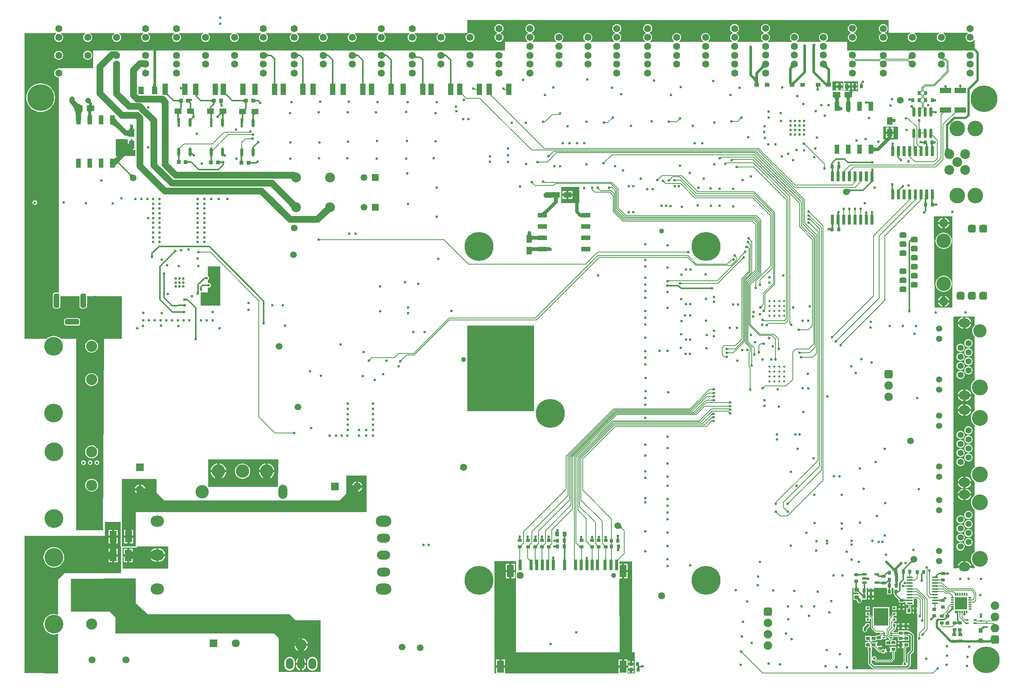
<source format=gbl>
G04*
G04 #@! TF.GenerationSoftware,Altium Limited,Altium Designer,18.1.8 (232)*
G04*
G04 Layer_Physical_Order=4*
G04 Layer_Color=16711680*
%FSLAX25Y25*%
%MOIN*%
G70*
G01*
G75*
%ADD12C,0.01181*%
%ADD14C,0.00787*%
%ADD15C,0.01968*%
%ADD26R,0.04724X0.06890*%
%ADD32O,0.02362X0.07874*%
%ADD33R,0.02362X0.07874*%
%ADD34R,0.02756X0.03347*%
%ADD36R,0.03347X0.02559*%
%ADD37R,0.03347X0.02756*%
%ADD38R,0.03268X0.03937*%
%ADD40C,0.05906*%
%ADD41R,0.02559X0.03347*%
%ADD42R,0.01968X0.01575*%
%ADD48R,0.07874X0.03937*%
%ADD50R,0.06000X0.10000*%
%ADD53R,0.07087X0.04921*%
%ADD54R,0.02244X0.01181*%
%ADD66R,0.03800X0.03400*%
%ADD67R,0.06000X0.05000*%
%ADD68R,0.03937X0.03425*%
%ADD70R,0.03425X0.03937*%
%ADD78R,0.04921X0.07087*%
G04:AMPARAMS|DCode=83|XSize=29.53mil|YSize=16.54mil|CornerRadius=4.13mil|HoleSize=0mil|Usage=FLASHONLY|Rotation=0.000|XOffset=0mil|YOffset=0mil|HoleType=Round|Shape=RoundedRectangle|*
%AMROUNDEDRECTD83*
21,1,0.02953,0.00827,0,0,0.0*
21,1,0.02126,0.01654,0,0,0.0*
1,1,0.00827,0.01063,-0.00413*
1,1,0.00827,-0.01063,-0.00413*
1,1,0.00827,-0.01063,0.00413*
1,1,0.00827,0.01063,0.00413*
%
%ADD83ROUNDEDRECTD83*%
%ADD84O,0.02756X0.08661*%
%ADD85R,0.03150X0.08661*%
%ADD111R,0.02362X0.01968*%
%ADD249C,0.00709*%
%ADD250C,0.00591*%
%ADD253C,0.04724*%
%ADD254C,0.02362*%
%ADD255C,0.02953*%
%ADD256C,0.05906*%
%ADD268O,0.06693X0.09843*%
%ADD269C,0.09843*%
%ADD270R,0.07087X0.07087*%
%ADD271C,0.07087*%
%ADD272R,0.07087X0.07087*%
%ADD273C,0.06200*%
G04:AMPARAMS|DCode=274|XSize=125mil|YSize=50mil|CornerRadius=12.5mil|HoleSize=0mil|Usage=FLASHONLY|Rotation=0.000|XOffset=0mil|YOffset=0mil|HoleType=Round|Shape=RoundedRectangle|*
%AMROUNDEDRECTD274*
21,1,0.12500,0.02500,0,0,0.0*
21,1,0.10000,0.05000,0,0,0.0*
1,1,0.02500,0.05000,-0.01250*
1,1,0.02500,-0.05000,-0.01250*
1,1,0.02500,-0.05000,0.01250*
1,1,0.02500,0.05000,0.01250*
%
%ADD274ROUNDEDRECTD274*%
G04:AMPARAMS|DCode=275|XSize=125mil|YSize=50mil|CornerRadius=12.5mil|HoleSize=0mil|Usage=FLASHONLY|Rotation=270.000|XOffset=0mil|YOffset=0mil|HoleType=Round|Shape=RoundedRectangle|*
%AMROUNDEDRECTD275*
21,1,0.12500,0.02500,0,0,270.0*
21,1,0.10000,0.05000,0,0,270.0*
1,1,0.02500,-0.01250,-0.05000*
1,1,0.02500,-0.01250,0.05000*
1,1,0.02500,0.01250,0.05000*
1,1,0.02500,0.01250,-0.05000*
%
%ADD275ROUNDEDRECTD275*%
%ADD276C,0.06299*%
%ADD277C,0.07500*%
G04:AMPARAMS|DCode=278|XSize=75mil|YSize=75mil|CornerRadius=18.75mil|HoleSize=0mil|Usage=FLASHONLY|Rotation=180.000|XOffset=0mil|YOffset=0mil|HoleType=Round|Shape=RoundedRectangle|*
%AMROUNDEDRECTD278*
21,1,0.07500,0.03750,0,0,180.0*
21,1,0.03750,0.07500,0,0,180.0*
1,1,0.03750,-0.01875,0.01875*
1,1,0.03750,0.01875,0.01875*
1,1,0.03750,0.01875,-0.01875*
1,1,0.03750,-0.01875,-0.01875*
%
%ADD278ROUNDEDRECTD278*%
%ADD279C,0.04331*%
%ADD280C,0.08661*%
%ADD281R,0.05906X0.05906*%
%ADD282C,0.11811*%
%ADD283O,0.07874X0.12598*%
%ADD284C,0.14000*%
%ADD285O,0.10000X0.08000*%
%ADD286C,0.05600*%
%ADD287C,0.23622*%
%ADD288C,0.25591*%
%ADD289C,0.13780*%
%ADD290C,0.12800*%
G04:AMPARAMS|DCode=291|XSize=50mil|YSize=60mil|CornerRadius=12.5mil|HoleSize=0mil|Usage=FLASHONLY|Rotation=90.000|XOffset=0mil|YOffset=0mil|HoleType=Round|Shape=RoundedRectangle|*
%AMROUNDEDRECTD291*
21,1,0.05000,0.03500,0,0,90.0*
21,1,0.02500,0.06000,0,0,90.0*
1,1,0.02500,0.01750,0.01250*
1,1,0.02500,0.01750,-0.01250*
1,1,0.02500,-0.01750,-0.01250*
1,1,0.02500,-0.01750,0.01250*
%
%ADD291ROUNDEDRECTD291*%
%ADD292O,0.08000X0.07400*%
G04:AMPARAMS|DCode=293|XSize=70mil|YSize=70mil|CornerRadius=17.5mil|HoleSize=0mil|Usage=FLASHONLY|Rotation=90.000|XOffset=0mil|YOffset=0mil|HoleType=Round|Shape=RoundedRectangle|*
%AMROUNDEDRECTD293*
21,1,0.07000,0.03500,0,0,90.0*
21,1,0.03500,0.07000,0,0,90.0*
1,1,0.03500,0.01750,0.01750*
1,1,0.03500,0.01750,-0.01750*
1,1,0.03500,-0.01750,-0.01750*
1,1,0.03500,-0.01750,0.01750*
%
%ADD293ROUNDEDRECTD293*%
%ADD294O,0.13780X0.09843*%
%ADD295O,0.11811X0.07874*%
%ADD296O,0.11811X0.09843*%
%ADD297C,0.09843*%
%ADD298C,0.16535*%
%ADD299C,0.02362*%
%ADD300C,0.01968*%
%ADD329R,0.04724X0.10236*%
%ADD330R,0.12992X0.15354*%
%ADD331O,0.01102X0.02756*%
%ADD332R,0.10236X0.04724*%
%ADD333R,0.05906X0.11024*%
%ADD334R,0.03150X0.09252*%
%ADD335R,0.03937X0.07874*%
%ADD336O,0.05906X0.01378*%
%ADD337R,0.03937X0.03268*%
%ADD338R,0.04331X0.02362*%
%ADD339O,0.02756X0.01102*%
%ADD340R,0.10551X0.10551*%
%ADD341R,0.28500X0.25800*%
G36*
X767800Y582100D02*
Y570600D01*
X786760D01*
X786860Y570100D01*
X786794Y570073D01*
X785972Y569442D01*
X785340Y568619D01*
X784944Y567662D01*
X784808Y566634D01*
X784944Y565606D01*
X785340Y564648D01*
X785972Y563826D01*
X786794Y563195D01*
X787752Y562798D01*
X788779Y562663D01*
X789807Y562798D01*
X790765Y563195D01*
X791587Y563826D01*
X792218Y564648D01*
X792615Y565606D01*
X792751Y566634D01*
X792615Y567662D01*
X792218Y568619D01*
X791587Y569442D01*
X790765Y570073D01*
X790699Y570100D01*
X790799Y570600D01*
X812351D01*
X812450Y570100D01*
X812385Y570073D01*
X811562Y569442D01*
X810931Y568619D01*
X810534Y567662D01*
X810399Y566634D01*
X810534Y565606D01*
X810931Y564648D01*
X811562Y563826D01*
X812385Y563195D01*
X813342Y562798D01*
X814370Y562663D01*
X815398Y562798D01*
X816356Y563195D01*
X817178Y563826D01*
X817809Y564648D01*
X818206Y565606D01*
X818341Y566634D01*
X818206Y567662D01*
X817809Y568619D01*
X817178Y569442D01*
X816356Y570073D01*
X816290Y570100D01*
X816389Y570600D01*
X837941D01*
X838041Y570100D01*
X837975Y570073D01*
X837153Y569442D01*
X836522Y568619D01*
X836125Y567662D01*
X835990Y566634D01*
X836125Y565606D01*
X836522Y564648D01*
X837153Y563826D01*
X837975Y563195D01*
X838933Y562798D01*
X839961Y562663D01*
X840988Y562798D01*
X841946Y563195D01*
X842768Y563826D01*
X843400Y564648D01*
X843500Y564891D01*
X844000Y564791D01*
Y555200D01*
X731454D01*
X731101Y555554D01*
X731128Y562700D01*
X712139Y562700D01*
X712040Y563200D01*
X712250Y563287D01*
X713072Y563918D01*
X713703Y564741D01*
X714100Y565698D01*
X714235Y566726D01*
X714100Y567754D01*
X713703Y568712D01*
X713072Y569534D01*
X712250Y570165D01*
X711292Y570562D01*
X710264Y570697D01*
X709236Y570562D01*
X708279Y570165D01*
X707456Y569534D01*
X706825Y568712D01*
X706429Y567754D01*
X706293Y566726D01*
X706429Y565698D01*
X706825Y564741D01*
X707456Y563918D01*
X708279Y563287D01*
X708489Y563200D01*
X708390Y562700D01*
X686549D01*
X686449Y563200D01*
X686659Y563287D01*
X687482Y563918D01*
X688113Y564741D01*
X688509Y565698D01*
X688645Y566726D01*
X688509Y567754D01*
X688113Y568712D01*
X687482Y569534D01*
X686659Y570165D01*
X685702Y570562D01*
X684674Y570697D01*
X683646Y570562D01*
X682688Y570165D01*
X681866Y569534D01*
X681235Y568712D01*
X680838Y567754D01*
X680703Y566726D01*
X680838Y565698D01*
X681235Y564741D01*
X681866Y563918D01*
X682688Y563287D01*
X682898Y563200D01*
X682799Y562700D01*
X660958D01*
X660858Y563200D01*
X661069Y563287D01*
X661891Y563918D01*
X662522Y564741D01*
X662919Y565698D01*
X663054Y566726D01*
X662919Y567754D01*
X662522Y568712D01*
X661891Y569534D01*
X661069Y570165D01*
X660520Y570392D01*
Y570934D01*
X661069Y571161D01*
X661891Y571792D01*
X662522Y572614D01*
X662919Y573572D01*
X663054Y574600D01*
X662919Y575628D01*
X662522Y576585D01*
X661891Y577408D01*
X661069Y578039D01*
X660111Y578436D01*
X659083Y578571D01*
X658055Y578436D01*
X657098Y578039D01*
X656275Y577408D01*
X655644Y576585D01*
X655247Y575628D01*
X655112Y574600D01*
X655247Y573572D01*
X655644Y572614D01*
X656275Y571792D01*
X657098Y571161D01*
X657647Y570934D01*
Y570392D01*
X657098Y570165D01*
X656275Y569534D01*
X655644Y568712D01*
X655247Y567754D01*
X655112Y566726D01*
X655247Y565698D01*
X655644Y564741D01*
X656275Y563918D01*
X657098Y563287D01*
X657308Y563200D01*
X657208Y562700D01*
X633846Y562700D01*
X633738Y563179D01*
X633741Y563200D01*
X634557Y563826D01*
X635188Y564648D01*
X635585Y565606D01*
X635720Y566634D01*
X635585Y567662D01*
X635188Y568619D01*
X634557Y569442D01*
X633735Y570073D01*
X633185Y570300D01*
Y570842D01*
X633735Y571069D01*
X634557Y571700D01*
X635188Y572522D01*
X635585Y573480D01*
X635720Y574508D01*
X635585Y575536D01*
X635188Y576493D01*
X634557Y577316D01*
X633735Y577947D01*
X632777Y578343D01*
X631749Y578479D01*
X630721Y578343D01*
X629764Y577947D01*
X628941Y577316D01*
X628310Y576493D01*
X627914Y575536D01*
X627778Y574508D01*
X627914Y573480D01*
X628310Y572522D01*
X628941Y571700D01*
X629764Y571069D01*
X630313Y570842D01*
Y570300D01*
X629764Y570073D01*
X628941Y569442D01*
X628310Y568619D01*
X627914Y567662D01*
X627778Y566634D01*
X627914Y565606D01*
X628310Y564648D01*
X628941Y563826D01*
X629757Y563200D01*
X629760Y563179D01*
X629652Y562700D01*
X608256D01*
X608148Y563179D01*
X608151Y563200D01*
X608966Y563826D01*
X609597Y564648D01*
X609994Y565606D01*
X610129Y566634D01*
X609994Y567662D01*
X609597Y568619D01*
X608966Y569442D01*
X608144Y570073D01*
X607186Y570470D01*
X606159Y570605D01*
X605131Y570470D01*
X604173Y570073D01*
X603351Y569442D01*
X602720Y568619D01*
X602323Y567662D01*
X602188Y566634D01*
X602323Y565606D01*
X602720Y564648D01*
X603351Y563826D01*
X604166Y563200D01*
X604169Y563179D01*
X604061Y562700D01*
X582665D01*
X582557Y563179D01*
X582560Y563200D01*
X583376Y563826D01*
X584007Y564648D01*
X584404Y565606D01*
X584539Y566634D01*
X584404Y567662D01*
X584007Y568619D01*
X583376Y569442D01*
X582553Y570073D01*
X581596Y570470D01*
X580568Y570605D01*
X579540Y570470D01*
X578582Y570073D01*
X577760Y569442D01*
X577129Y568619D01*
X576732Y567662D01*
X576597Y566634D01*
X576732Y565606D01*
X577129Y564648D01*
X577760Y563826D01*
X578576Y563200D01*
X578579Y563179D01*
X578471Y562700D01*
X557075D01*
X556967Y563179D01*
X556970Y563200D01*
X557785Y563826D01*
X558416Y564648D01*
X558813Y565606D01*
X558948Y566634D01*
X558813Y567662D01*
X558416Y568619D01*
X557785Y569442D01*
X556963Y570073D01*
X556414Y570300D01*
Y570842D01*
X556963Y571069D01*
X557785Y571700D01*
X558416Y572522D01*
X558813Y573480D01*
X558948Y574508D01*
X558813Y575536D01*
X558416Y576493D01*
X557785Y577316D01*
X556963Y577947D01*
X556005Y578343D01*
X554978Y578479D01*
X553950Y578343D01*
X552992Y577947D01*
X552170Y577316D01*
X551539Y576493D01*
X551142Y575536D01*
X551007Y574508D01*
X551142Y573480D01*
X551539Y572522D01*
X552170Y571700D01*
X552992Y571069D01*
X553541Y570842D01*
Y570300D01*
X552992Y570073D01*
X552170Y569442D01*
X551539Y568619D01*
X551142Y567662D01*
X551007Y566634D01*
X551142Y565606D01*
X551539Y564648D01*
X552170Y563826D01*
X552985Y563200D01*
X552988Y563179D01*
X552880Y562700D01*
X529699D01*
X529599Y563200D01*
X529629Y563212D01*
X530451Y563843D01*
X531082Y564666D01*
X531479Y565623D01*
X531614Y566651D01*
X531479Y567679D01*
X531082Y568637D01*
X530451Y569459D01*
X529629Y570090D01*
X529080Y570318D01*
Y570859D01*
X529629Y571086D01*
X530451Y571717D01*
X531082Y572540D01*
X531479Y573497D01*
X531614Y574525D01*
X531479Y575553D01*
X531082Y576511D01*
X530451Y577333D01*
X529629Y577964D01*
X528671Y578361D01*
X527643Y578496D01*
X526616Y578361D01*
X525658Y577964D01*
X524835Y577333D01*
X524204Y576511D01*
X523808Y575553D01*
X523672Y574525D01*
X523808Y573497D01*
X524204Y572540D01*
X524835Y571717D01*
X525658Y571086D01*
X526207Y570859D01*
Y570318D01*
X525658Y570090D01*
X524835Y569459D01*
X524204Y568637D01*
X523808Y567679D01*
X523672Y566651D01*
X523808Y565623D01*
X524204Y564666D01*
X524835Y563843D01*
X525658Y563212D01*
X525688Y563200D01*
X525588Y562700D01*
X504108Y562700D01*
X504009Y563200D01*
X504038Y563212D01*
X504861Y563843D01*
X505492Y564666D01*
X505889Y565623D01*
X506024Y566651D01*
X505889Y567679D01*
X505492Y568637D01*
X504861Y569459D01*
X504038Y570090D01*
X503081Y570487D01*
X502053Y570622D01*
X501025Y570487D01*
X500067Y570090D01*
X499245Y569459D01*
X498614Y568637D01*
X498217Y567679D01*
X498082Y566651D01*
X498217Y565623D01*
X498614Y564666D01*
X499245Y563843D01*
X500067Y563212D01*
X500097Y563200D01*
X499997Y562700D01*
X478518D01*
X478418Y563200D01*
X478448Y563212D01*
X479270Y563843D01*
X479901Y564666D01*
X480298Y565623D01*
X480433Y566651D01*
X480298Y567679D01*
X479901Y568637D01*
X479270Y569459D01*
X478448Y570090D01*
X477490Y570487D01*
X476462Y570622D01*
X475434Y570487D01*
X474477Y570090D01*
X473654Y569459D01*
X473023Y568637D01*
X472627Y567679D01*
X472491Y566651D01*
X472627Y565623D01*
X473023Y564666D01*
X473654Y563843D01*
X474477Y563212D01*
X474506Y563200D01*
X474407Y562700D01*
X452927D01*
X452828Y563200D01*
X452857Y563212D01*
X453680Y563843D01*
X454311Y564666D01*
X454707Y565623D01*
X454843Y566651D01*
X454707Y567679D01*
X454311Y568637D01*
X453680Y569459D01*
X452857Y570090D01*
X452308Y570318D01*
Y570859D01*
X452857Y571086D01*
X453680Y571717D01*
X454311Y572540D01*
X454707Y573497D01*
X454843Y574525D01*
X454707Y575553D01*
X454311Y576511D01*
X453680Y577333D01*
X452857Y577964D01*
X451899Y578361D01*
X450872Y578496D01*
X449844Y578361D01*
X448886Y577964D01*
X448064Y577333D01*
X447433Y576511D01*
X447036Y575553D01*
X446901Y574525D01*
X447036Y573497D01*
X447433Y572540D01*
X448064Y571717D01*
X448886Y571086D01*
X449435Y570859D01*
Y570318D01*
X448886Y570090D01*
X448064Y569459D01*
X447433Y568637D01*
X447036Y567679D01*
X446901Y566651D01*
X447036Y565623D01*
X447433Y564666D01*
X448064Y563843D01*
X448886Y563212D01*
X448916Y563200D01*
X448816Y562700D01*
X428800Y562700D01*
Y555100D01*
X118387Y555100D01*
X118259Y554972D01*
X118126Y555100D01*
X85802Y555100D01*
X85754Y555120D01*
X84777Y555249D01*
X81496D01*
X80520Y555120D01*
X80471Y555100D01*
X65000Y555100D01*
Y539300D01*
X46933Y539300D01*
X34606D01*
X34606Y539246D01*
X34449Y539109D01*
X33421Y538974D01*
X32463Y538577D01*
X31641Y537946D01*
X31010Y537123D01*
X30613Y536166D01*
X30478Y535138D01*
X30613Y534110D01*
X31010Y533152D01*
X31641Y532330D01*
X32463Y531699D01*
X33421Y531302D01*
X34449Y531167D01*
X34597Y531037D01*
X34381Y341220D01*
X33994Y340903D01*
X33829Y340936D01*
X31329D01*
X30534Y340777D01*
X29860Y340327D01*
X29410Y339653D01*
X29251Y338858D01*
Y331300D01*
Y328858D01*
X29410Y328063D01*
X29860Y327389D01*
X30534Y326939D01*
X31329Y326781D01*
X33829D01*
X34624Y326939D01*
X35298Y327389D01*
X35748Y328063D01*
X35906Y328858D01*
Y337894D01*
X49803D01*
X52751D01*
D01*
Y328858D01*
X52910Y328063D01*
X53360Y327389D01*
X54034Y326939D01*
X54829Y326781D01*
X57329D01*
X58124Y326939D01*
X58798Y327389D01*
X59248Y328063D01*
X59406Y328858D01*
Y337894D01*
D01*
X74459Y337894D01*
X74459Y337894D01*
X90059D01*
Y300000D01*
X74402D01*
X73522Y130709D01*
X49803Y130709D01*
Y300000D01*
X36378D01*
X35075Y301069D01*
X33502Y301910D01*
X31795Y302428D01*
X30020Y302603D01*
X28245Y302428D01*
X26538Y301910D01*
X24965Y301069D01*
X23662Y300000D01*
X4104D01*
Y331300D01*
Y570500D01*
X29300Y570500D01*
Y570500D01*
X32237D01*
X32293Y570395D01*
X32368Y570000D01*
X31641Y569442D01*
X31010Y568619D01*
X30613Y567662D01*
X30478Y566634D01*
X30613Y565606D01*
X31010Y564648D01*
X31641Y563826D01*
X32463Y563195D01*
X33421Y562798D01*
X34449Y562663D01*
X35477Y562798D01*
X36434Y563195D01*
X37257Y563826D01*
X37888Y564648D01*
X38285Y565606D01*
X38420Y566634D01*
X38285Y567662D01*
X37888Y568619D01*
X37257Y569442D01*
X36529Y570000D01*
X36605Y570395D01*
X36660Y570500D01*
X57828D01*
X57884Y570395D01*
X57959Y570000D01*
X57231Y569442D01*
X56600Y568619D01*
X56204Y567662D01*
X56068Y566634D01*
X56204Y565606D01*
X56600Y564648D01*
X57231Y563826D01*
X58054Y563195D01*
X59012Y562798D01*
X60039Y562663D01*
X61067Y562798D01*
X62025Y563195D01*
X62847Y563826D01*
X63478Y564648D01*
X63875Y565606D01*
X64010Y566634D01*
X63875Y567662D01*
X63478Y568619D01*
X62847Y569442D01*
X62120Y570000D01*
X62195Y570395D01*
X62251Y570500D01*
X83418D01*
X83474Y570395D01*
X83549Y570000D01*
X82822Y569442D01*
X82191Y568619D01*
X81794Y567662D01*
X81659Y566634D01*
X81794Y565606D01*
X82191Y564648D01*
X82822Y563826D01*
X83644Y563195D01*
X84602Y562798D01*
X85630Y562663D01*
X86658Y562798D01*
X87615Y563195D01*
X88438Y563826D01*
X89069Y564648D01*
X89466Y565606D01*
X89601Y566634D01*
X89466Y567662D01*
X89069Y568619D01*
X88438Y569442D01*
X87710Y570000D01*
X87786Y570395D01*
X87841Y570500D01*
X109009D01*
X109064Y570395D01*
X109140Y570000D01*
X108413Y569442D01*
X107782Y568619D01*
X107385Y567662D01*
X107249Y566634D01*
X107385Y565606D01*
X107782Y564648D01*
X108413Y563826D01*
X109235Y563195D01*
X110193Y562798D01*
X111221Y562663D01*
X112248Y562798D01*
X113206Y563195D01*
X114028Y563826D01*
X114659Y564648D01*
X115056Y565606D01*
X115191Y566634D01*
X115056Y567662D01*
X114659Y568619D01*
X114028Y569442D01*
X113301Y570000D01*
X113376Y570395D01*
X113432Y570500D01*
X136314D01*
X136452Y570000D01*
X135747Y569459D01*
X135116Y568637D01*
X134719Y567679D01*
X134584Y566651D01*
X134719Y565623D01*
X135116Y564666D01*
X135747Y563843D01*
X136569Y563212D01*
X137527Y562816D01*
X138555Y562680D01*
X139582Y562816D01*
X140540Y563212D01*
X141362Y563843D01*
X141993Y564666D01*
X142390Y565623D01*
X142525Y566651D01*
X142390Y567679D01*
X141993Y568637D01*
X141362Y569459D01*
X140657Y570000D01*
X140795Y570500D01*
X161904D01*
X162042Y570000D01*
X161337Y569459D01*
X160706Y568637D01*
X160309Y567679D01*
X160174Y566651D01*
X160309Y565623D01*
X160706Y564666D01*
X161337Y563843D01*
X162160Y563212D01*
X163117Y562816D01*
X164145Y562680D01*
X165173Y562816D01*
X166131Y563212D01*
X166953Y563843D01*
X167584Y564666D01*
X167981Y565623D01*
X168116Y566651D01*
X167981Y567679D01*
X167584Y568637D01*
X166953Y569459D01*
X166248Y570000D01*
X166386Y570500D01*
X187495D01*
X187633Y570000D01*
X186928Y569459D01*
X186297Y568637D01*
X185900Y567679D01*
X185765Y566651D01*
X185900Y565623D01*
X186297Y564666D01*
X186928Y563843D01*
X187750Y563212D01*
X188708Y562816D01*
X189736Y562680D01*
X190763Y562816D01*
X191721Y563212D01*
X192544Y563843D01*
X193175Y564666D01*
X193571Y565623D01*
X193707Y566651D01*
X193571Y567679D01*
X193175Y568637D01*
X192544Y569459D01*
X191839Y570000D01*
X191976Y570500D01*
X213086D01*
X213223Y570000D01*
X212518Y569459D01*
X211887Y568637D01*
X211491Y567679D01*
X211355Y566651D01*
X211491Y565623D01*
X211887Y564666D01*
X212518Y563843D01*
X213341Y563212D01*
X214298Y562816D01*
X215326Y562680D01*
X216354Y562816D01*
X217312Y563212D01*
X218134Y563843D01*
X218765Y564666D01*
X219162Y565623D01*
X219297Y566651D01*
X219162Y567679D01*
X218765Y568637D01*
X218134Y569459D01*
X217429Y570000D01*
X217567Y570500D01*
X240420D01*
X240557Y570000D01*
X239852Y569459D01*
X239221Y568637D01*
X238825Y567679D01*
X238689Y566651D01*
X238825Y565623D01*
X239221Y564666D01*
X239852Y563843D01*
X240675Y563212D01*
X241633Y562816D01*
X242660Y562680D01*
X243688Y562816D01*
X244646Y563212D01*
X245468Y563843D01*
X246099Y564666D01*
X246496Y565623D01*
X246631Y566651D01*
X246496Y567679D01*
X246099Y568637D01*
X245468Y569459D01*
X244763Y570000D01*
X244901Y570500D01*
X266010D01*
X266148Y570000D01*
X265443Y569459D01*
X264812Y568637D01*
X264415Y567679D01*
X264280Y566651D01*
X264415Y565623D01*
X264812Y564666D01*
X265443Y563843D01*
X266265Y563212D01*
X267223Y562816D01*
X268251Y562680D01*
X269279Y562816D01*
X270236Y563212D01*
X271059Y563843D01*
X271690Y564666D01*
X272087Y565623D01*
X272222Y566651D01*
X272087Y567679D01*
X271690Y568637D01*
X271059Y569459D01*
X270354Y570000D01*
X270492Y570500D01*
X291601D01*
X291738Y570000D01*
X291034Y569459D01*
X290402Y568637D01*
X290006Y567679D01*
X289870Y566651D01*
X290006Y565623D01*
X290402Y564666D01*
X291034Y563843D01*
X291856Y563212D01*
X292814Y562816D01*
X293841Y562680D01*
X294869Y562816D01*
X295827Y563212D01*
X296649Y563843D01*
X297280Y564666D01*
X297677Y565623D01*
X297812Y566651D01*
X297677Y567679D01*
X297280Y568637D01*
X296649Y569459D01*
X295944Y570000D01*
X296082Y570500D01*
X317191D01*
X317329Y570000D01*
X316624Y569459D01*
X315993Y568637D01*
X315596Y567679D01*
X315461Y566651D01*
X315596Y565623D01*
X315993Y564666D01*
X316624Y563843D01*
X317446Y563212D01*
X318404Y562816D01*
X319432Y562680D01*
X320460Y562816D01*
X321417Y563212D01*
X322240Y563843D01*
X322871Y564666D01*
X323268Y565623D01*
X323403Y566651D01*
X323268Y567679D01*
X322871Y568637D01*
X322240Y569459D01*
X321535Y570000D01*
X321673Y570500D01*
X344525D01*
X344663Y570000D01*
X343958Y569459D01*
X343327Y568637D01*
X342930Y567679D01*
X342795Y566651D01*
X342930Y565623D01*
X343327Y564666D01*
X343958Y563843D01*
X344780Y563212D01*
X345738Y562816D01*
X346766Y562680D01*
X347794Y562816D01*
X348751Y563212D01*
X349574Y563843D01*
X350205Y564666D01*
X350602Y565623D01*
X350737Y566651D01*
X350602Y567679D01*
X350205Y568637D01*
X349574Y569459D01*
X348869Y570000D01*
X349007Y570500D01*
X370116D01*
X370254Y570000D01*
X369549Y569459D01*
X368918Y568637D01*
X368521Y567679D01*
X368386Y566651D01*
X368521Y565623D01*
X368918Y564666D01*
X369549Y563843D01*
X370371Y563212D01*
X371329Y562816D01*
X372357Y562680D01*
X373384Y562816D01*
X374342Y563212D01*
X375165Y563843D01*
X375796Y564666D01*
X376192Y565623D01*
X376327Y566651D01*
X376192Y567679D01*
X375796Y568637D01*
X375165Y569459D01*
X374460Y570000D01*
X374597Y570500D01*
X395500D01*
Y582100D01*
X767800Y582100D01*
D02*
G37*
G36*
X271231Y551957D02*
X271300Y551860D01*
X271383Y551774D01*
X271482Y551700D01*
X271596Y551637D01*
X271726Y551585D01*
X271871Y551545D01*
X272031Y551517D01*
X272206Y551499D01*
X272397Y551494D01*
Y550313D01*
X272206Y550307D01*
X272031Y550290D01*
X271871Y550261D01*
X271726Y550221D01*
X271596Y550170D01*
X271482Y550107D01*
X271383Y550032D01*
X271300Y549947D01*
X271231Y549849D01*
X271178Y549741D01*
Y552066D01*
X271231Y551957D01*
D02*
G37*
G36*
X375284Y552102D02*
X375377Y551974D01*
X375485Y551862D01*
X375608Y551764D01*
X375745Y551681D01*
X375898Y551614D01*
X376065Y551561D01*
X376247Y551524D01*
X376444Y551501D01*
X376656Y551494D01*
Y550313D01*
X376444Y550305D01*
X376247Y550283D01*
X376065Y550245D01*
X375898Y550192D01*
X375745Y550125D01*
X375608Y550042D01*
X375485Y549945D01*
X375377Y549832D01*
X375284Y549705D01*
X375206Y549562D01*
Y552245D01*
X375284Y552102D01*
D02*
G37*
G36*
X245395Y552515D02*
X245589Y552301D01*
X245790Y552112D01*
X245998Y551948D01*
X246214Y551809D01*
X246436Y551695D01*
X246666Y551607D01*
X246902Y551544D01*
X247146Y551506D01*
X247397Y551494D01*
Y550313D01*
X247146Y550300D01*
X246902Y550262D01*
X246666Y550199D01*
X246436Y550111D01*
X246214Y549997D01*
X245998Y549859D01*
X245790Y549695D01*
X245589Y549506D01*
X245395Y549291D01*
X245208Y549052D01*
Y552755D01*
X245395Y552515D01*
D02*
G37*
G36*
X322152Y552542D02*
X322354Y552322D01*
X322563Y552128D01*
X322778Y551960D01*
X322999Y551817D01*
X323226Y551701D01*
X323460Y551610D01*
X323699Y551545D01*
X323945Y551507D01*
X324197Y551494D01*
Y550313D01*
X323945Y550300D01*
X323699Y550261D01*
X323460Y550196D01*
X323226Y550106D01*
X322999Y549989D01*
X322778Y549847D01*
X322563Y549679D01*
X322354Y549484D01*
X322152Y549264D01*
X321955Y549019D01*
Y552788D01*
X322152Y552542D01*
D02*
G37*
G36*
X296454Y552722D02*
X296991Y552237D01*
X297256Y552040D01*
X297518Y551873D01*
X297779Y551736D01*
X298037Y551630D01*
X298292Y551554D01*
X298546Y551509D01*
X298797Y551494D01*
Y550313D01*
X298546Y550297D01*
X298292Y550252D01*
X298037Y550176D01*
X297779Y550070D01*
X297518Y549933D01*
X297256Y549767D01*
X296991Y549570D01*
X296724Y549342D01*
X296454Y549084D01*
X296183Y548796D01*
Y553010D01*
X296454Y552722D01*
D02*
G37*
G36*
X217888Y552801D02*
X218486Y552285D01*
X218772Y552075D01*
X219050Y551897D01*
X219319Y551752D01*
X219580Y551639D01*
X219832Y551558D01*
X220075Y551510D01*
X220310Y551494D01*
Y550313D01*
X220075Y550296D01*
X219832Y550248D01*
X219580Y550167D01*
X219319Y550054D01*
X219050Y549909D01*
X218772Y549731D01*
X218486Y549522D01*
X218191Y549279D01*
X217576Y548698D01*
Y553108D01*
X217888Y552801D01*
D02*
G37*
G36*
X349932Y551223D02*
X350037Y550925D01*
X350162Y550662D01*
X350307Y550434D01*
X350473Y550241D01*
X350659Y550084D01*
X350866Y549961D01*
X351092Y549873D01*
X351340Y549821D01*
X351607Y549803D01*
X350828Y548622D01*
X350672Y548615D01*
X350480Y548593D01*
X349990Y548504D01*
X348989Y548261D01*
X347666Y547885D01*
X349847Y551556D01*
X349932Y551223D01*
D02*
G37*
G36*
X788719Y547737D02*
X788207Y547740D01*
X786913Y547666D01*
X786562Y547613D01*
X786252Y547547D01*
X785982Y547467D01*
X785752Y547372D01*
X785562Y547264D01*
X785413Y547142D01*
X784999Y547563D01*
X785119Y547711D01*
X785227Y547899D01*
X785322Y548128D01*
X785404Y548398D01*
X785473Y548710D01*
X785530Y549062D01*
X785605Y549891D01*
X785630Y550883D01*
X788719Y547737D01*
D02*
G37*
G36*
X816055Y547921D02*
X815638Y547504D01*
X815568Y547573D01*
X815338Y547769D01*
X815293Y547798D01*
X815253Y547820D01*
X815219Y547834D01*
X815189Y547840D01*
X815164Y547838D01*
X815974Y548175D01*
X816055Y547921D01*
D02*
G37*
G36*
X765199Y548448D02*
X765120Y548348D01*
X765062Y548248D01*
X765025Y548149D01*
X765009Y548049D01*
X765014Y547950D01*
X765040Y547850D01*
X765087Y547750D01*
X765155Y547651D01*
X765244Y547551D01*
X764827Y547134D01*
X764695Y547257D01*
X764559Y547367D01*
X764421Y547462D01*
X764279Y547544D01*
X764135Y547612D01*
X763986Y547665D01*
X763835Y547705D01*
X763681Y547731D01*
X763523Y547743D01*
X763362Y547741D01*
X765299Y548547D01*
X765199Y548448D01*
D02*
G37*
G36*
X785696Y546040D02*
X785863Y545932D01*
X786043Y545848D01*
X786237Y545790D01*
X786445Y545757D01*
X786666Y545749D01*
X786901Y545765D01*
X787150Y545807D01*
X787412Y545874D01*
X787688Y545966D01*
X785657Y543427D01*
X785690Y543736D01*
X785704Y544028D01*
X785698Y544303D01*
X785674Y544561D01*
X785630Y544802D01*
X785567Y545027D01*
X785486Y545234D01*
X785385Y545425D01*
X785265Y545599D01*
X785126Y545756D01*
X785543Y546173D01*
X785696Y546040D01*
D02*
G37*
G36*
X713422Y542789D02*
X713453Y542512D01*
X713506Y542242D01*
X713581Y541979D01*
X713678Y541722D01*
X713798Y541472D01*
X713940Y541229D01*
X714105Y540992D01*
X714291Y540762D01*
X714500Y540538D01*
X712830Y538868D01*
X712606Y539077D01*
X712376Y539264D01*
X712140Y539428D01*
X711896Y539570D01*
X711646Y539690D01*
X711389Y539787D01*
X711126Y539863D01*
X710856Y539916D01*
X710579Y539946D01*
X710296Y539955D01*
X713414Y543072D01*
X713422Y542789D01*
D02*
G37*
G36*
X684642Y539955D02*
X684359Y539946D01*
X684082Y539916D01*
X683812Y539863D01*
X683549Y539787D01*
X683292Y539690D01*
X683042Y539570D01*
X682798Y539428D01*
X682562Y539264D01*
X682332Y539077D01*
X682108Y538868D01*
X680438Y540538D01*
X680647Y540762D01*
X680833Y540992D01*
X680998Y541229D01*
X681140Y541472D01*
X681260Y541722D01*
X681357Y541979D01*
X681432Y542242D01*
X681485Y542512D01*
X681516Y542789D01*
X681524Y543072D01*
X684642Y539955D01*
D02*
G37*
G36*
X659052D02*
X658768Y539946D01*
X658492Y539916D01*
X658222Y539863D01*
X657958Y539787D01*
X657701Y539690D01*
X657451Y539570D01*
X657208Y539428D01*
X656971Y539264D01*
X656741Y539077D01*
X656518Y538868D01*
X654847Y540538D01*
X655056Y540762D01*
X655243Y540992D01*
X655407Y541229D01*
X655549Y541472D01*
X655669Y541722D01*
X655767Y541979D01*
X655842Y542242D01*
X655895Y542512D01*
X655926Y542789D01*
X655934Y543072D01*
X659052Y539955D01*
D02*
G37*
G36*
X652539Y527972D02*
X652542Y527697D01*
X652606Y526886D01*
X652636Y526755D01*
X652671Y526654D01*
X652711Y526581D01*
X652756Y526538D01*
X652807Y526523D01*
X651339D01*
X650177Y525121D01*
X650161Y525587D01*
X650110Y526038D01*
X650027Y526476D01*
X650014Y526523D01*
X649909D01*
X649960Y526538D01*
X649999Y526575D01*
X649910Y526900D01*
X649760Y527310D01*
X649576Y527707D01*
X649359Y528089D01*
X649108Y528458D01*
X648824Y528813D01*
X648507Y529153D01*
Y532494D01*
X648824Y532200D01*
X649108Y531987D01*
X649359Y531855D01*
X649576Y531803D01*
X649760Y531832D01*
X649910Y531942D01*
X650027Y532132D01*
X650110Y532403D01*
X650161Y532754D01*
X650177Y533186D01*
X652539Y527972D01*
D02*
G37*
G36*
X716099Y528437D02*
X716161Y527681D01*
X716215Y527374D01*
X716285Y527114D01*
X716370Y526901D01*
X716471Y526736D01*
X716587Y526618D01*
X716719Y526547D01*
X716866Y526523D01*
X712954D01*
X713101Y526547D01*
X713233Y526618D01*
X713349Y526736D01*
X713450Y526901D01*
X713535Y527114D01*
X713605Y527374D01*
X713659Y527681D01*
X713698Y528035D01*
X713729Y528886D01*
X716091D01*
X716099Y528437D01*
D02*
G37*
G36*
X686186Y527004D02*
X685697Y526498D01*
X684933Y525601D01*
X684658Y525209D01*
X684455Y524856D01*
X684324Y524541D01*
X684265Y524264D01*
X684277Y524026D01*
X684360Y523826D01*
X684515Y523664D01*
X680694Y526523D01*
X680899Y526411D01*
X681133Y526362D01*
X681396Y526373D01*
X681687Y526447D01*
X682007Y526583D01*
X682355Y526782D01*
X682732Y527042D01*
X683138Y527364D01*
X683572Y527748D01*
X684035Y528194D01*
X686186Y527004D01*
D02*
G37*
G36*
X381305Y526927D02*
X381323Y526724D01*
X381352Y526545D01*
X381394Y526390D01*
X381447Y526259D01*
X381512Y526151D01*
X381589Y526068D01*
X381677Y526008D01*
X381778Y525972D01*
X381890Y525960D01*
X379528D01*
X379640Y525972D01*
X379740Y526008D01*
X379829Y526068D01*
X379906Y526151D01*
X379971Y526259D01*
X380024Y526390D01*
X380065Y526545D01*
X380095Y526724D01*
X380112Y526927D01*
X380118Y527153D01*
X381299D01*
X381305Y526927D01*
D02*
G37*
G36*
X356699D02*
X356716Y526724D01*
X356746Y526545D01*
X356787Y526390D01*
X356840Y526259D01*
X356906Y526151D01*
X356982Y526068D01*
X357071Y526008D01*
X357171Y525972D01*
X357283Y525960D01*
X354921D01*
X355033Y525972D01*
X355134Y526008D01*
X355222Y526068D01*
X355299Y526151D01*
X355364Y526259D01*
X355417Y526390D01*
X355459Y526545D01*
X355488Y526724D01*
X355506Y526927D01*
X355512Y527153D01*
X356693D01*
X356699Y526927D01*
D02*
G37*
G36*
X328844D02*
X328862Y526724D01*
X328892Y526545D01*
X328933Y526390D01*
X328986Y526259D01*
X329051Y526151D01*
X329128Y526068D01*
X329217Y526008D01*
X329317Y525972D01*
X329429Y525960D01*
X327067D01*
X327179Y525972D01*
X327279Y526008D01*
X327368Y526068D01*
X327445Y526151D01*
X327510Y526259D01*
X327563Y526390D01*
X327604Y526545D01*
X327634Y526724D01*
X327652Y526927D01*
X327658Y527153D01*
X328839D01*
X328844Y526927D01*
D02*
G37*
G36*
X303746D02*
X303764Y526724D01*
X303793Y526545D01*
X303835Y526390D01*
X303888Y526259D01*
X303953Y526151D01*
X304029Y526068D01*
X304118Y526008D01*
X304219Y525972D01*
X304331Y525960D01*
X301969D01*
X302081Y525972D01*
X302181Y526008D01*
X302270Y526068D01*
X302346Y526151D01*
X302411Y526259D01*
X302465Y526390D01*
X302506Y526545D01*
X302535Y526724D01*
X302553Y526927D01*
X302559Y527153D01*
X303740D01*
X303746Y526927D01*
D02*
G37*
G36*
X277073D02*
X277091Y526724D01*
X277120Y526545D01*
X277161Y526390D01*
X277215Y526259D01*
X277279Y526151D01*
X277356Y526068D01*
X277445Y526008D01*
X277545Y525972D01*
X277658Y525960D01*
X275295D01*
X275408Y525972D01*
X275508Y526008D01*
X275596Y526068D01*
X275673Y526151D01*
X275738Y526259D01*
X275791Y526390D01*
X275833Y526545D01*
X275862Y526724D01*
X275880Y526927D01*
X275886Y527153D01*
X277067D01*
X277073Y526927D01*
D02*
G37*
G36*
X250892D02*
X250909Y526724D01*
X250939Y526545D01*
X250980Y526390D01*
X251033Y526259D01*
X251098Y526151D01*
X251175Y526068D01*
X251264Y526008D01*
X251364Y525972D01*
X251476Y525960D01*
X249114D01*
X249226Y525972D01*
X249327Y526008D01*
X249415Y526068D01*
X249492Y526151D01*
X249557Y526259D01*
X249610Y526390D01*
X249652Y526545D01*
X249681Y526724D01*
X249699Y526927D01*
X249705Y527153D01*
X250886D01*
X250892Y526927D01*
D02*
G37*
G36*
X225793D02*
X225811Y526724D01*
X225840Y526545D01*
X225882Y526390D01*
X225935Y526259D01*
X226000Y526151D01*
X226077Y526068D01*
X226165Y526008D01*
X226266Y525972D01*
X226378Y525960D01*
X224016D01*
X224128Y525972D01*
X224228Y526008D01*
X224317Y526068D01*
X224394Y526151D01*
X224459Y526259D01*
X224512Y526390D01*
X224553Y526545D01*
X224583Y526724D01*
X224600Y526927D01*
X224606Y527153D01*
X225787D01*
X225793Y526927D01*
D02*
G37*
G36*
X745007Y526323D02*
X744958Y526321D01*
X744905Y526310D01*
X744846Y526288D01*
X744782Y526257D01*
X744713Y526216D01*
X744639Y526164D01*
X744560Y526103D01*
X744394Y525956D01*
X744396Y525875D01*
X744414Y525674D01*
X744444Y525497D01*
X744485Y525343D01*
X744538Y525213D01*
X744603Y525107D01*
X744680Y525024D01*
X744768Y524965D01*
X744869Y524930D01*
X744981Y524918D01*
X742619D01*
X742731Y524930D01*
X742832Y524965D01*
X742920Y525024D01*
X742997Y525107D01*
X743062Y525213D01*
X743115Y525343D01*
X743156Y525497D01*
X743186Y525674D01*
X743203Y525875D01*
X743210Y526099D01*
X744052D01*
X743458Y526693D01*
X743550Y526787D01*
X743764Y527039D01*
X743816Y527113D01*
X743857Y527182D01*
X743888Y527246D01*
X743910Y527305D01*
X743921Y527358D01*
X743923Y527407D01*
X745007Y526323D01*
D02*
G37*
G36*
X120287Y525130D02*
X120322Y524728D01*
X120381Y524374D01*
X120463Y524067D01*
X120568Y523807D01*
X120696Y523594D01*
X120849Y523429D01*
X121024Y523311D01*
X121223Y523240D01*
X121445Y523216D01*
X116744D01*
X116966Y523240D01*
X117165Y523311D01*
X117341Y523429D01*
X117492Y523594D01*
X117621Y523807D01*
X117726Y524067D01*
X117808Y524374D01*
X117867Y524728D01*
X117902Y525130D01*
X117913Y525578D01*
X120276D01*
X120287Y525130D01*
D02*
G37*
G36*
X832000Y523031D02*
X831840Y522808D01*
X831775Y522699D01*
X831720Y522593D01*
X831675Y522489D01*
X831650Y522417D01*
X831668Y522371D01*
X831701Y522317D01*
X831739Y522274D01*
X831783Y522244D01*
X831834Y522226D01*
X831890Y522220D01*
X831604D01*
X831600Y522190D01*
X831594Y522095D01*
X831004Y522044D01*
X830998Y522144D01*
X830986Y522220D01*
X830709D01*
X830765Y522226D01*
X830815Y522244D01*
X830859Y522274D01*
X830898Y522317D01*
X830930Y522371D01*
X830936Y522386D01*
X830915Y522439D01*
X830865Y522536D01*
X830803Y522632D01*
X830731Y522727D01*
X830648Y522822D01*
X830553Y522915D01*
X830447Y523008D01*
X832095Y523146D01*
X832000Y523031D01*
D02*
G37*
G36*
X819106Y522539D02*
X818946Y522315D01*
X818881Y522207D01*
X818826Y522101D01*
X818798Y522036D01*
X818807Y522021D01*
X818845Y521979D01*
X818890Y521949D01*
X818940Y521931D01*
X818996Y521925D01*
X818756D01*
X818746Y521895D01*
X818721Y521796D01*
X818706Y521698D01*
X818701Y521603D01*
X818110Y521552D01*
X818105Y521652D01*
X818088Y521751D01*
X818060Y521850D01*
X818030Y521925D01*
X817815D01*
X817871Y521931D01*
X817921Y521949D01*
X817966Y521979D01*
X817990Y522007D01*
X817971Y522044D01*
X817910Y522140D01*
X817837Y522235D01*
X817754Y522330D01*
X817659Y522423D01*
X817554Y522516D01*
X819201Y522653D01*
X819106Y522539D01*
D02*
G37*
G36*
X705928Y522105D02*
X705947Y521876D01*
X705964Y521774D01*
X705985Y521681D01*
X706011Y521597D01*
X706042Y521521D01*
X706077Y521453D01*
X706117Y521394D01*
X706162Y521344D01*
X704509D01*
X704554Y521394D01*
X704594Y521453D01*
X704629Y521521D01*
X704660Y521597D01*
X704686Y521681D01*
X704707Y521774D01*
X704724Y521876D01*
X704735Y521986D01*
X704745Y522231D01*
X705926D01*
X705928Y522105D01*
D02*
G37*
G36*
X143430Y520953D02*
X143421Y520992D01*
X143397Y521028D01*
X143357Y521059D01*
X143300Y521086D01*
X143227Y521109D01*
X143137Y521128D01*
X143032Y521143D01*
X142772Y521159D01*
X142618Y521161D01*
Y522342D01*
X142772Y522345D01*
X143137Y522376D01*
X143227Y522395D01*
X143300Y522418D01*
X143357Y522445D01*
X143397Y522476D01*
X143421Y522512D01*
X143430Y522551D01*
Y520953D01*
D02*
G37*
G36*
X143512Y522534D02*
X143571Y522494D01*
X143639Y522458D01*
X143715Y522428D01*
X143799Y522402D01*
X143892Y522380D01*
X143994Y522364D01*
X144104Y522352D01*
X144350Y522342D01*
Y521161D01*
X144223Y521159D01*
X143994Y521140D01*
X143892Y521124D01*
X143799Y521102D01*
X143715Y521076D01*
X143639Y521046D01*
X143571Y521010D01*
X143512Y520970D01*
X143462Y520925D01*
Y522579D01*
X143512Y522534D01*
D02*
G37*
G36*
X402076Y521527D02*
X402108Y521430D01*
X402149Y521344D01*
X402200Y521269D01*
X402261Y521206D01*
X402331Y521155D01*
X402411Y521115D01*
X402500Y521086D01*
X402599Y521069D01*
X402708Y521063D01*
X402554Y520472D01*
X402403Y520471D01*
X401831Y520433D01*
X401695Y520415D01*
X401307Y520344D01*
X401183Y520314D01*
X402053Y521636D01*
X402076Y521527D01*
D02*
G37*
G36*
X403851Y520177D02*
X403845Y520233D01*
X403827Y520284D01*
X403797Y520328D01*
X403756Y520366D01*
X403703Y520399D01*
X403638Y520425D01*
X403561Y520446D01*
X403473Y520461D01*
X403372Y520470D01*
X403260Y520472D01*
Y521063D01*
X403372Y521066D01*
X403473Y521075D01*
X403561Y521090D01*
X403638Y521110D01*
X403703Y521137D01*
X403756Y521169D01*
X403797Y521208D01*
X403827Y521252D01*
X403845Y521302D01*
X403851Y521358D01*
Y520177D01*
D02*
G37*
G36*
X429835Y519980D02*
X429829Y520036D01*
X429811Y520087D01*
X429782Y520131D01*
X429740Y520169D01*
X429687Y520202D01*
X429622Y520228D01*
X429545Y520249D01*
X429457Y520264D01*
X429356Y520273D01*
X429244Y520276D01*
Y520866D01*
X429356Y520869D01*
X429457Y520878D01*
X429545Y520893D01*
X429622Y520913D01*
X429687Y520940D01*
X429740Y520972D01*
X429782Y521011D01*
X429811Y521055D01*
X429829Y521105D01*
X429835Y521161D01*
Y519980D01*
D02*
G37*
G36*
X727854Y519824D02*
X727715Y519685D01*
X718339Y519685D01*
Y527807D01*
X727854D01*
X727854Y519824D01*
D02*
G37*
G36*
X740945Y518996D02*
X736661D01*
Y519561D01*
X728760D01*
X728635Y519713D01*
X728657Y519824D01*
Y520049D01*
X728796Y520188D01*
X730043D01*
Y523157D01*
Y526125D01*
X728657D01*
X728657Y527617D01*
X728796Y527756D01*
X740945D01*
Y518996D01*
D02*
G37*
G36*
X796531Y518510D02*
X796593Y518420D01*
X796532Y518352D01*
X796474Y518275D01*
X796420Y518188D01*
X796370Y518092D01*
X796323Y517987D01*
X796280Y517873D01*
X796205Y517616D01*
X796181Y517508D01*
X796236Y517264D01*
X796273Y517140D01*
X796314Y517026D01*
X796359Y516921D01*
X796409Y516824D01*
X796462Y516738D01*
X796520Y516660D01*
X796582Y516591D01*
X796531Y516520D01*
Y515807D01*
X796521Y515813D01*
X796504Y515819D01*
X796480Y515824D01*
X796449Y515828D01*
X796365Y515834D01*
X796113Y515839D01*
X796110Y516206D01*
X796073Y516233D01*
X795984Y516281D01*
X795888Y516320D01*
X795786Y516350D01*
X795676Y516370D01*
X795561Y516380D01*
X795438Y516381D01*
X795309Y516373D01*
X795173Y516354D01*
X796016Y517507D01*
X795201Y518680D01*
X795335Y518659D01*
X795463Y518648D01*
X795584Y518646D01*
X795699Y518655D01*
X795807Y518674D01*
X795909Y518702D01*
X796005Y518740D01*
X796094Y518789D01*
X796111Y518800D01*
X796113Y519161D01*
X796117Y519092D01*
X796130Y519039D01*
X796151Y519002D01*
X796180Y518981D01*
X796218Y518976D01*
X796264Y518987D01*
X796318Y519014D01*
X796381Y519058D01*
X796451Y519117D01*
X796531Y519193D01*
Y518510D01*
D02*
G37*
G36*
X799033Y519443D02*
X799275Y519234D01*
X799377Y519160D01*
X799467Y519107D01*
X799544Y519074D01*
X799609Y519062D01*
X799661Y519070D01*
X799701Y519100D01*
X799728Y519149D01*
X799629Y518868D01*
X799652Y518852D01*
X799741Y518802D01*
X799837Y518761D01*
X799941Y518728D01*
X800052Y518704D01*
X800170Y518689D01*
X800296Y518682D01*
X800428Y518684D01*
X800568Y518695D01*
X799582Y517507D01*
X800596Y516342D01*
X800455Y516350D01*
X800321Y516349D01*
X800195Y516340D01*
X800076Y516322D01*
X799964Y516297D01*
X799860Y516263D01*
X799763Y516221D01*
X799674Y516171D01*
X799627Y516137D01*
X799728Y515851D01*
X799701Y515900D01*
X799661Y515930D01*
X799609Y515938D01*
X799544Y515926D01*
X799467Y515893D01*
X799377Y515840D01*
X799275Y515766D01*
X799160Y515672D01*
X798893Y515421D01*
X798869Y516232D01*
X798970Y516337D01*
X799133Y516533D01*
X799195Y516623D01*
X799244Y516709D01*
X799281Y516790D01*
X799305Y516867D01*
X799316Y516938D01*
X799314Y517005D01*
X799299Y517068D01*
X799368Y516872D01*
X799393Y516935D01*
X799428Y517049D01*
X799457Y517171D01*
X799480Y517302D01*
X799502Y517515D01*
X799497Y517571D01*
X799450Y517843D01*
X799418Y517966D01*
X799382Y518080D01*
X799365Y518120D01*
X799299Y517932D01*
X799314Y517995D01*
X799316Y518062D01*
X799305Y518133D01*
X799281Y518210D01*
X799244Y518291D01*
X799195Y518377D01*
X799133Y518468D01*
X799058Y518563D01*
X798970Y518663D01*
X798869Y518767D01*
X798893Y519579D01*
X799033Y519443D01*
D02*
G37*
G36*
X416998Y515768D02*
X416938Y515755D01*
X416895Y515733D01*
X416869Y515703D01*
X416860Y515665D01*
X416869Y515617D01*
X416895Y515561D01*
X416938Y515497D01*
X416998Y515424D01*
X417075Y515342D01*
X416240D01*
X416154Y515424D01*
X416069Y515497D01*
X415984Y515561D01*
X415900Y515617D01*
X415816Y515665D01*
X415733Y515703D01*
X415650Y515733D01*
X415568Y515755D01*
X415486Y515768D01*
X415405Y515772D01*
X417075D01*
X416998Y515768D01*
D02*
G37*
G36*
X391193Y516739D02*
X391184Y516678D01*
X391190Y516611D01*
X391211Y516538D01*
X391246Y516458D01*
X391297Y516371D01*
X391362Y516277D01*
X391442Y516177D01*
X391646Y515957D01*
X391425Y515342D01*
X391294Y515469D01*
X391064Y515667D01*
X390965Y515738D01*
X390876Y515790D01*
X390797Y515824D01*
X390730Y515839D01*
X390673Y515835D01*
X390626Y515813D01*
X390590Y515772D01*
X391216Y516792D01*
X391193Y516739D01*
D02*
G37*
G36*
X182227Y517808D02*
X182211Y517683D01*
X182223Y517545D01*
X182264Y517396D01*
X182333Y517235D01*
X182431Y517062D01*
X182557Y516877D01*
X182712Y516680D01*
X182895Y516472D01*
X183107Y516252D01*
X182764Y514925D01*
X182499Y515181D01*
X182035Y515578D01*
X181836Y515719D01*
X181658Y515822D01*
X181502Y515886D01*
X181367Y515912D01*
X181254Y515900D01*
X181163Y515849D01*
X181093Y515760D01*
X182272Y517922D01*
X182227Y517808D01*
D02*
G37*
G36*
X130733Y517432D02*
X130703Y517320D01*
X130705Y517193D01*
X130740Y517049D01*
X130807Y516890D01*
X130907Y516715D01*
X131039Y516525D01*
X131204Y516318D01*
X131401Y516096D01*
X131630Y515859D01*
X130894Y514925D01*
X130647Y515163D01*
X130207Y515536D01*
X130013Y515672D01*
X129837Y515772D01*
X129679Y515839D01*
X129539Y515871D01*
X129416Y515868D01*
X129311Y515831D01*
X129223Y515760D01*
X130795Y517529D01*
X130733Y517432D01*
D02*
G37*
G36*
X157270Y515760D02*
X157169Y515724D01*
X157081Y515665D01*
X157004Y515581D01*
X156939Y515474D01*
X156886Y515343D01*
X156844Y515187D01*
X156815Y515008D01*
X156797Y514806D01*
X156791Y514579D01*
X155610D01*
X155604Y514806D01*
X155587Y515008D01*
X155557Y515187D01*
X155516Y515343D01*
X155463Y515474D01*
X155398Y515581D01*
X155321Y515665D01*
X155232Y515724D01*
X155132Y515760D01*
X155020Y515772D01*
X157382D01*
X157270Y515760D01*
D02*
G37*
G36*
X796685Y512267D02*
X796585Y512163D01*
X796422Y511968D01*
X796359Y511877D01*
X796310Y511791D01*
X796274Y511710D01*
X796250Y511633D01*
X796239Y511562D01*
X796241Y511495D01*
X796255Y511432D01*
X795826Y512649D01*
X795854Y512600D01*
X795893Y512570D01*
X795946Y512562D01*
X796010Y512574D01*
X796088Y512607D01*
X796177Y512660D01*
X796280Y512734D01*
X796394Y512828D01*
X796661Y513079D01*
X796685Y512267D01*
D02*
G37*
G36*
X788036Y510532D02*
X788023Y510644D01*
X787987Y510744D01*
X787927Y510833D01*
X787843Y510910D01*
X787736Y510974D01*
X787605Y511028D01*
X787450Y511069D01*
X787380Y511081D01*
X787303Y511063D01*
X787219Y511037D01*
X787143Y511006D01*
X787075Y510971D01*
X787016Y510931D01*
X786966Y510886D01*
Y511119D01*
X786843Y511122D01*
Y512303D01*
X786966Y512305D01*
Y512539D01*
X787016Y512495D01*
X787075Y512454D01*
X787143Y512419D01*
X787219Y512388D01*
X787303Y512362D01*
X787396Y512341D01*
X787435Y512335D01*
X787445Y512335D01*
X787599Y512360D01*
X787729Y512393D01*
X787835Y512432D01*
X787918Y512479D01*
X787977Y512532D01*
X788012Y512593D01*
X788024Y512661D01*
X788036Y510532D01*
D02*
G37*
G36*
X799512Y512959D02*
X799733Y512770D01*
X799830Y512701D01*
X799918Y512650D01*
X799997Y512615D01*
X800067Y512598D01*
X800128Y512598D01*
X800180Y512615D01*
X800223Y512649D01*
X799444Y511781D01*
X799475Y511828D01*
X799489Y511883D01*
X799486Y511946D01*
X799468Y512018D01*
X799433Y512097D01*
X799382Y512185D01*
X799314Y512280D01*
X799231Y512384D01*
X799015Y512616D01*
X799388Y513079D01*
X799512Y512959D01*
D02*
G37*
G36*
X724772Y513634D02*
X724521Y513545D01*
X724300Y513397D01*
X724108Y513189D01*
X723946Y512922D01*
X723813Y512596D01*
X723709Y512211D01*
X723635Y511766D01*
X723591Y511262D01*
X723576Y510699D01*
X720624D01*
X720609Y511262D01*
X720565Y511766D01*
X720491Y512211D01*
X720387Y512596D01*
X720255Y512922D01*
X720092Y513189D01*
X719900Y513397D01*
X719679Y513545D01*
X719428Y513634D01*
X719147Y513663D01*
X725053D01*
X724772Y513634D01*
D02*
G37*
G36*
X807675Y511990D02*
X807708Y511906D01*
X807763Y511832D01*
X807839Y511768D01*
X807843Y511766D01*
X807866Y511782D01*
X807916Y511827D01*
Y511726D01*
X807938Y511714D01*
X808059Y511669D01*
X808201Y511635D01*
X808365Y511610D01*
X808552Y511595D01*
X808760Y511590D01*
Y510409D01*
X808552Y510404D01*
X808365Y510390D01*
X808201Y510365D01*
X808059Y510331D01*
X807938Y510286D01*
X807916Y510274D01*
Y510173D01*
X807866Y510218D01*
X807843Y510234D01*
X807839Y510232D01*
X807763Y510168D01*
X807708Y510094D01*
X807675Y510010D01*
X807664Y509916D01*
Y510324D01*
X807663Y510324D01*
X807579Y510350D01*
X807485Y510372D01*
X807384Y510388D01*
X807274Y510400D01*
X807028Y510409D01*
Y511590D01*
X807155Y511593D01*
X807384Y511612D01*
X807485Y511628D01*
X807579Y511650D01*
X807663Y511676D01*
X807664Y511676D01*
Y512084D01*
X807675Y511990D01*
D02*
G37*
G36*
X734256Y513640D02*
X734055Y513568D01*
X733878Y513450D01*
X733724Y513283D01*
X733595Y513070D01*
X733488Y512809D01*
X733405Y512500D01*
X733347Y512144D01*
X733311Y511740D01*
X733310Y511695D01*
X733367Y510977D01*
X733420Y510670D01*
X733489Y510410D01*
X733572Y510197D01*
X733670Y510032D01*
X733784Y509914D01*
X733913Y509843D01*
X734057Y509820D01*
X730143D01*
X730294Y509843D01*
X730429Y509914D01*
X730548Y510032D01*
X730651Y510197D01*
X730739Y510410D01*
X730810Y510670D01*
X730866Y510977D01*
X730905Y511331D01*
X730922Y511778D01*
X730890Y512144D01*
X730831Y512500D01*
X730748Y512809D01*
X730642Y513070D01*
X730512Y513283D01*
X730358Y513450D01*
X730181Y513568D01*
X729980Y513640D01*
X729756Y513663D01*
X734480D01*
X734256Y513640D01*
D02*
G37*
G36*
X208039Y511713D02*
X208075Y511613D01*
X208135Y511524D01*
X208218Y511447D01*
X208326Y511382D01*
X208457Y511329D01*
X208612Y511288D01*
X208791Y511258D01*
X208994Y511240D01*
X209220Y511235D01*
Y510053D01*
X208994Y510048D01*
X208791Y510030D01*
X208612Y510000D01*
X208457Y509959D01*
X208326Y509906D01*
X208218Y509841D01*
X208135Y509764D01*
X208075Y509676D01*
X208039Y509575D01*
X208027Y509463D01*
Y511825D01*
X208039Y511713D01*
D02*
G37*
G36*
X198075Y509463D02*
X198063Y509575D01*
X198028Y509676D01*
X197968Y509764D01*
X197884Y509841D01*
X197777Y509906D01*
X197646Y509959D01*
X197491Y510000D01*
X197312Y510030D01*
X197109Y510048D01*
X196882Y510053D01*
Y511235D01*
X197109Y511240D01*
X197312Y511258D01*
X197491Y511288D01*
X197646Y511329D01*
X197777Y511382D01*
X197884Y511447D01*
X197968Y511524D01*
X198028Y511613D01*
X198063Y511713D01*
X198075Y511825D01*
Y509463D01*
D02*
G37*
G36*
X169729D02*
X169717Y509575D01*
X169681Y509676D01*
X169621Y509764D01*
X169538Y509841D01*
X169430Y509906D01*
X169299Y509959D01*
X169144Y510000D01*
X168965Y510030D01*
X168762Y510048D01*
X168536Y510053D01*
Y511235D01*
X168762Y511240D01*
X168965Y511258D01*
X169144Y511288D01*
X169299Y511329D01*
X169430Y511382D01*
X169538Y511447D01*
X169621Y511524D01*
X169681Y511613D01*
X169717Y511713D01*
X169729Y511825D01*
Y509463D01*
D02*
G37*
G36*
X140626D02*
X140614Y509575D01*
X140579Y509676D01*
X140519Y509764D01*
X140436Y509841D01*
X140328Y509906D01*
X140197Y509959D01*
X140042Y510000D01*
X139863Y510030D01*
X139660Y510048D01*
X139433Y510053D01*
Y511235D01*
X139660Y511240D01*
X139863Y511258D01*
X140042Y511288D01*
X140197Y511329D01*
X140328Y511382D01*
X140436Y511447D01*
X140519Y511524D01*
X140579Y511613D01*
X140614Y511713D01*
X140626Y511825D01*
Y509463D01*
D02*
G37*
G36*
X799874Y509351D02*
X799847Y509400D01*
X799807Y509430D01*
X799754Y509438D01*
X799689Y509426D01*
X799612Y509393D01*
X799522Y509340D01*
X799420Y509266D01*
X799306Y509172D01*
X799039Y508921D01*
X799015Y509732D01*
X799116Y509837D01*
X799278Y510033D01*
X799341Y510123D01*
X799390Y510209D01*
X799427Y510290D01*
X799450Y510367D01*
X799461Y510438D01*
X799459Y510505D01*
X799444Y510568D01*
X799874Y509351D01*
D02*
G37*
G36*
X796241Y510505D02*
X796239Y510438D01*
X796250Y510367D01*
X796274Y510290D01*
X796310Y510209D01*
X796359Y510123D01*
X796422Y510033D01*
X796497Y509937D01*
X796585Y509837D01*
X796685Y509732D01*
X796661Y508921D01*
X796522Y509057D01*
X796280Y509266D01*
X796177Y509340D01*
X796088Y509393D01*
X796010Y509426D01*
X795946Y509438D01*
X795893Y509430D01*
X795854Y509400D01*
X795826Y509351D01*
X796255Y510568D01*
X796241Y510505D01*
D02*
G37*
G36*
X211982Y510412D02*
X212157Y510264D01*
X212240Y510204D01*
X212321Y510153D01*
X212399Y510112D01*
X212475Y510079D01*
X212547Y510057D01*
X212617Y510043D01*
X212685Y510039D01*
X211516Y508870D01*
X211512Y508938D01*
X211498Y509008D01*
X211476Y509081D01*
X211444Y509156D01*
X211402Y509234D01*
X211351Y509315D01*
X211291Y509399D01*
X211222Y509485D01*
X211055Y509665D01*
X211890Y510500D01*
X211982Y510412D01*
D02*
G37*
G36*
X150581Y512102D02*
X150590Y512016D01*
X150604Y511947D01*
X150624Y511895D01*
X150649Y511859D01*
X150680Y511841D01*
X150717Y511839D01*
X150760Y511853D01*
X150808Y511885D01*
X150862Y511933D01*
X151697Y511098D01*
X151485Y510880D01*
X150981Y510297D01*
X150858Y510126D01*
X150757Y509967D01*
X150679Y509820D01*
X150625Y509690D01*
X150685Y509594D01*
X150780Y509463D01*
X150902Y509315D01*
X151222Y508964D01*
X151420Y508762D01*
X150390Y508121D01*
X150198Y508309D01*
X149716Y508734D01*
X149585Y508829D01*
X149471Y508900D01*
X149372Y508949D01*
X149288Y508975D01*
X149219Y508977D01*
X149166Y508956D01*
X150578Y509972D01*
Y512205D01*
X150581Y512102D01*
D02*
G37*
G36*
X748824Y509846D02*
X748873Y509813D01*
X748932Y509785D01*
X749002Y509760D01*
X749081Y509739D01*
X749171Y509721D01*
X749271Y509708D01*
X749501Y509692D01*
X749632Y509691D01*
Y508980D01*
X750143Y509491D01*
X750144Y509501D01*
X750144Y509509D01*
X750146Y509516D01*
X750148Y509521D01*
X750150Y509524D01*
X750153Y509526D01*
X750156Y509526D01*
X750160Y509525D01*
X750165Y509522D01*
X750170Y509518D01*
X750143Y509491D01*
Y507925D01*
X750135Y507924D01*
X750111Y507939D01*
X750071Y507972D01*
X749941Y508089D01*
X749513Y508508D01*
X749501Y508507D01*
X749171Y508479D01*
X749081Y508461D01*
X749002Y508440D01*
X748932Y508415D01*
X748873Y508387D01*
X748824Y508354D01*
X748784Y508317D01*
Y509883D01*
X748824Y509846D01*
D02*
G37*
G36*
X172633Y508945D02*
X172541Y508911D01*
X172460Y508854D01*
X172390Y508775D01*
X172330Y508673D01*
X172282Y508549D01*
X172244Y508402D01*
X172217Y508232D01*
X172201Y508040D01*
X172195Y507825D01*
X171014D01*
X171009Y508040D01*
X170993Y508232D01*
X170966Y508402D01*
X170928Y508549D01*
X170879Y508673D01*
X170820Y508775D01*
X170749Y508854D01*
X170668Y508911D01*
X170577Y508945D01*
X170474Y508956D01*
X172736D01*
X172633Y508945D01*
D02*
G37*
G36*
X201020Y508944D02*
X200920Y508909D01*
X200831Y508850D01*
X200754Y508767D01*
X200689Y508661D01*
X200636Y508531D01*
X200595Y508377D01*
X200565Y508200D01*
X200548Y507999D01*
X200542Y507775D01*
X199361D01*
X199355Y507999D01*
X199337Y508200D01*
X199308Y508377D01*
X199266Y508531D01*
X199213Y508661D01*
X199148Y508767D01*
X199071Y508850D01*
X198983Y508909D01*
X198882Y508944D01*
X198770Y508956D01*
X201132D01*
X201020Y508944D01*
D02*
G37*
G36*
X143571D02*
X143471Y508909D01*
X143382Y508850D01*
X143306Y508767D01*
X143241Y508661D01*
X143187Y508531D01*
X143146Y508377D01*
X143116Y508200D01*
X143099Y507999D01*
X143093Y507775D01*
X141912D01*
X141906Y507999D01*
X141888Y508200D01*
X141859Y508377D01*
X141817Y508531D01*
X141764Y508661D01*
X141699Y508767D01*
X141622Y508850D01*
X141534Y508909D01*
X141434Y508944D01*
X141321Y508956D01*
X143684D01*
X143571Y508944D01*
D02*
G37*
G36*
X178874D02*
X178773Y508909D01*
X178685Y508850D01*
X178608Y508767D01*
X178543Y508661D01*
X178490Y508531D01*
X178448Y508377D01*
X178419Y508200D01*
X178411Y508112D01*
X178419Y508028D01*
X178438Y507938D01*
X178462Y507861D01*
X178491Y507797D01*
X178525Y507746D01*
X178565Y507708D01*
X178611Y507683D01*
X178661Y507671D01*
X177391Y506756D01*
X177260Y507775D01*
X177214D01*
X177208Y507999D01*
X177191Y508200D01*
X177161Y508377D01*
X177120Y508531D01*
X177067Y508661D01*
X177002Y508767D01*
X176925Y508850D01*
X176836Y508909D01*
X176736Y508944D01*
X176624Y508956D01*
X178986D01*
X178874Y508944D01*
D02*
G37*
G36*
X62514Y510808D02*
X62608Y510403D01*
X62669Y510216D01*
X62740Y510039D01*
X62821Y509871D01*
X62910Y509713D01*
X63010Y509566D01*
X63118Y509428D01*
X63237Y509300D01*
X62402Y508465D01*
X63583D01*
X63591Y508086D01*
X63655Y507448D01*
X63711Y507189D01*
X63783Y506970D01*
X63871Y506791D01*
X63974Y506651D01*
X64094Y506552D01*
X64230Y506492D01*
X64382Y506472D01*
X60421D01*
X60573Y506492D01*
X60709Y506552D01*
X60829Y506651D01*
X60933Y506791D01*
X61021Y506970D01*
X61093Y507189D01*
X61149Y507448D01*
X61189Y507747D01*
X61201Y507923D01*
X61153Y507956D01*
X60995Y508045D01*
X60828Y508126D01*
X60650Y508197D01*
X60463Y508258D01*
X60266Y508310D01*
X60059Y508352D01*
X59842Y508385D01*
X62481Y511025D01*
X62514Y510808D01*
D02*
G37*
G36*
X797051Y504015D02*
X796957Y503917D01*
X796803Y503731D01*
X796743Y503642D01*
X796694Y503557D01*
X796657Y503475D01*
X796631Y503397D01*
X796617Y503321D01*
X796613Y503249D01*
X796622Y503180D01*
X796337Y504556D01*
X796355Y504495D01*
X796383Y504451D01*
X796419Y504424D01*
X796464Y504415D01*
X796518Y504423D01*
X796581Y504448D01*
X796653Y504490D01*
X796733Y504549D01*
X796822Y504625D01*
X796919Y504719D01*
X797051Y504015D01*
D02*
G37*
G36*
X169200Y504657D02*
X169224Y504370D01*
X169246Y504254D01*
X169273Y504156D01*
X169306Y504075D01*
X169346Y504013D01*
X169392Y503968D01*
X169443Y503941D01*
X169501Y503932D01*
X167712D01*
X167769Y503941D01*
X167821Y503968D01*
X167867Y504013D01*
X167906Y504075D01*
X167940Y504156D01*
X167967Y504254D01*
X167988Y504370D01*
X168004Y504505D01*
X168013Y504657D01*
X168016Y504827D01*
X169197D01*
X169200Y504657D01*
D02*
G37*
G36*
X151599Y504889D02*
X151617Y504688D01*
X151646Y504511D01*
X151687Y504357D01*
X151741Y504227D01*
X151805Y504121D01*
X151882Y504038D01*
X151971Y503979D01*
X152071Y503944D01*
X152183Y503932D01*
X149821D01*
X149934Y503944D01*
X150034Y503979D01*
X150122Y504038D01*
X150199Y504121D01*
X150264Y504227D01*
X150317Y504357D01*
X150359Y504511D01*
X150388Y504688D01*
X150406Y504889D01*
X150412Y505113D01*
X151593D01*
X151599Y504889D01*
D02*
G37*
G36*
X200369Y503636D02*
X200260Y503526D01*
X199972Y503190D01*
X199936Y503133D01*
X199914Y503086D01*
X199907Y503049D01*
X199914Y503023D01*
X199936Y503008D01*
X198406Y503538D01*
X198442Y503538D01*
X198493Y503556D01*
X198559Y503592D01*
X198640Y503648D01*
X198736Y503722D01*
X198971Y503927D01*
X199436Y504374D01*
X200369Y503636D01*
D02*
G37*
G36*
X798818Y504852D02*
X798907Y504775D01*
X798988Y504714D01*
X799062Y504670D01*
X799128Y504642D01*
X799186Y504630D01*
X799235Y504634D01*
X799278Y504654D01*
X799312Y504690D01*
X799338Y504743D01*
X798890Y503535D01*
X798906Y503596D01*
X798909Y503662D01*
X798900Y503732D01*
X798878Y503806D01*
X798844Y503885D01*
X798797Y503968D01*
X798738Y504056D01*
X798666Y504148D01*
X798582Y504244D01*
X798485Y504345D01*
X798721Y504945D01*
X798818Y504852D01*
D02*
G37*
G36*
X789126Y505615D02*
X789214Y505541D01*
X789370Y505697D01*
X789374Y505629D01*
X789387Y505559D01*
X789410Y505486D01*
X789442Y505411D01*
X789484Y505333D01*
X789508Y505294D01*
X789538Y505269D01*
X789720Y505145D01*
X789886Y505053D01*
X790036Y504993D01*
X790170Y504965D01*
X790289Y504970D01*
X790391Y505007D01*
X790478Y505077D01*
X788890Y503349D01*
X788953Y503442D01*
X788985Y503551D01*
Y503674D01*
X788953Y503813D01*
X788890Y503967D01*
X788796Y504135D01*
X788669Y504319D01*
X788623Y504378D01*
X788565Y504414D01*
X788487Y504456D01*
X788411Y504488D01*
X788338Y504510D01*
X788268Y504524D01*
X788201Y504528D01*
X788361Y504688D01*
X788323Y504732D01*
X788102Y504961D01*
X788896Y505837D01*
X789126Y505615D01*
D02*
G37*
G36*
X827225Y500209D02*
X827170Y500233D01*
X827109Y500243D01*
X827042Y500238D01*
X826968Y500219D01*
X826887Y500184D01*
X826801Y500135D01*
X826707Y500071D01*
X826608Y499993D01*
X826502Y499899D01*
X826390Y499791D01*
X825776Y500012D01*
X825901Y500142D01*
X826097Y500371D01*
X826167Y500470D01*
X826218Y500559D01*
X826250Y500637D01*
X826264Y500705D01*
X826259Y500763D01*
X826235Y500810D01*
X826193Y500847D01*
X827225Y500209D01*
D02*
G37*
G36*
X806634Y501856D02*
X806669Y501756D01*
X806729Y501667D01*
X806813Y501590D01*
X806920Y501526D01*
X807051Y501472D01*
X807206Y501431D01*
X807385Y501402D01*
X807588Y501384D01*
X807815Y501378D01*
Y500823D01*
X807863Y501378D01*
X809212Y501394D01*
X808534Y499895D01*
X808507Y499953D01*
X808469Y500004D01*
X808419Y500049D01*
X808358Y500088D01*
X808286Y500121D01*
X808204Y500149D01*
X808109Y500170D01*
X808004Y500185D01*
X807888Y500194D01*
X807789Y500196D01*
X807588Y500191D01*
X807385Y500173D01*
X807206Y500144D01*
X807051Y500102D01*
X806920Y500049D01*
X806813Y499984D01*
X806729Y499907D01*
X806669Y499819D01*
X806634Y499719D01*
X806622Y499606D01*
Y501968D01*
X806634Y501856D01*
D02*
G37*
G36*
X816732Y499909D02*
X816649Y499897D01*
X816565Y499876D01*
X816482Y499847D01*
X816398Y499809D01*
X816315Y499763D01*
X816231Y499709D01*
X816148Y499646D01*
X816064Y499575D01*
X815981Y499496D01*
X815145D01*
X815221Y499575D01*
X815279Y499646D01*
X815321Y499709D01*
X815346Y499763D01*
X815354Y499809D01*
X815346Y499847D01*
X815321Y499876D01*
X815279Y499897D01*
X815221Y499909D01*
X815145Y499914D01*
X816816D01*
X816732Y499909D01*
D02*
G37*
G36*
X208945Y499409D02*
X208877Y499405D01*
X208807Y499392D01*
X208734Y499369D01*
X208659Y499337D01*
X208581Y499296D01*
X208500Y499245D01*
X208416Y499185D01*
X208330Y499116D01*
X208150Y498949D01*
X207315Y499784D01*
X207403Y499875D01*
X207551Y500050D01*
X207611Y500134D01*
X207662Y500215D01*
X207703Y500293D01*
X207736Y500368D01*
X207758Y500441D01*
X207772Y500511D01*
X207776Y500579D01*
X208945Y499409D01*
D02*
G37*
G36*
X476933Y498315D02*
X476904Y498324D01*
X476871Y498325D01*
X476836Y498320D01*
X476798Y498308D01*
X476757Y498289D01*
X476713Y498264D01*
X476666Y498231D01*
X476617Y498191D01*
X476509Y498091D01*
X476091Y498509D01*
X476145Y498564D01*
X476231Y498666D01*
X476264Y498713D01*
X476289Y498757D01*
X476308Y498798D01*
X476320Y498836D01*
X476326Y498871D01*
X476324Y498904D01*
X476315Y498933D01*
X476933Y498315D01*
D02*
G37*
G36*
X178789Y498968D02*
X180787D01*
X180675Y498956D01*
X180575Y498920D01*
X180486Y498861D01*
X180409Y498777D01*
X180344Y498670D01*
X180291Y498539D01*
X180250Y498384D01*
X180220Y498205D01*
X180203Y498002D01*
X180197Y497775D01*
X179016D01*
X179010Y498002D01*
X178992Y498205D01*
X178963Y498384D01*
X178921Y498539D01*
X178868Y498670D01*
X178803Y498777D01*
X178726Y498861D01*
X178638Y498920D01*
X178537Y498956D01*
X178425Y498968D01*
X178789D01*
X178675Y499011D01*
X178550Y499026D01*
X178413Y499013D01*
X178264Y498971D01*
X178103Y498900D01*
X177930Y498801D01*
X177745Y498674D01*
X177548Y498518D01*
X177339Y498334D01*
X177118Y498121D01*
X175783Y498456D01*
X176040Y498722D01*
X176440Y499187D01*
X176582Y499387D01*
X176686Y499565D01*
X176752Y499721D01*
X176779Y499855D01*
X176768Y499968D01*
X176718Y500058D01*
X176630Y500126D01*
X178789Y498968D01*
D02*
G37*
G36*
X170175Y498956D02*
X170075Y498920D01*
X169986Y498861D01*
X169910Y498777D01*
X169844Y498670D01*
X169791Y498539D01*
X169750Y498384D01*
X169720Y498205D01*
X169703Y498002D01*
X169697Y497775D01*
X168516D01*
X168510Y498002D01*
X168492Y498205D01*
X168463Y498384D01*
X168421Y498539D01*
X168368Y498670D01*
X168303Y498777D01*
X168226Y498861D01*
X168138Y498920D01*
X168037Y498956D01*
X167925Y498968D01*
X170287D01*
X170175Y498956D01*
D02*
G37*
G36*
X141071D02*
X140971Y498920D01*
X140882Y498861D01*
X140805Y498777D01*
X140741Y498670D01*
X140687Y498539D01*
X140646Y498384D01*
X140617Y498205D01*
X140599Y498002D01*
X140593Y497775D01*
X139412D01*
X139406Y498002D01*
X139388Y498205D01*
X139359Y498384D01*
X139317Y498539D01*
X139264Y498670D01*
X139199Y498777D01*
X139122Y498861D01*
X139034Y498920D01*
X138934Y498956D01*
X138821Y498968D01*
X141183D01*
X141071Y498956D01*
D02*
G37*
G36*
X208183Y498566D02*
X208071Y498540D01*
X207951Y498498D01*
X207825Y498439D01*
X207692Y498363D01*
X207553Y498269D01*
X207407Y498159D01*
X207095Y497888D01*
X206928Y497727D01*
X205831Y498300D01*
X205877Y498352D01*
X205908Y498398D01*
X205922Y498440D01*
X205920Y498475D01*
X205902Y498506D01*
X205868Y498530D01*
X205817Y498550D01*
X205750Y498563D01*
X205667Y498572D01*
X205568Y498574D01*
X208290D01*
X208183Y498566D01*
D02*
G37*
G36*
X63984Y501575D02*
X63783Y501504D01*
X63605Y501385D01*
X63452Y501219D01*
X63322Y501005D01*
X63216Y500744D01*
X63133Y500435D01*
X63074Y500079D01*
X63039Y499676D01*
X63034Y499500D01*
X63034Y499468D01*
X63097Y498712D01*
X63151Y498405D01*
X63221Y498145D01*
X63306Y497933D01*
X63407Y497767D01*
X63523Y497649D01*
X63655Y497578D01*
X63802Y497555D01*
X59889D01*
X60036Y497578D01*
X60168Y497649D01*
X60285Y497767D01*
X60385Y497933D01*
X60471Y498145D01*
X60540Y498405D01*
X60595Y498712D01*
X60634Y499067D01*
X60654Y499628D01*
X60653Y499676D01*
X60617Y500079D01*
X60558Y500435D01*
X60476Y500744D01*
X60369Y501005D01*
X60239Y501219D01*
X60086Y501385D01*
X59909Y501504D01*
X59708Y501575D01*
X59483Y501599D01*
X64208D01*
X63984Y501575D01*
D02*
G37*
G36*
X154144Y498160D02*
X154163Y497931D01*
X154180Y497829D01*
X154201Y497736D01*
X154227Y497652D01*
X154258Y497576D01*
X154293Y497508D01*
X154333Y497449D01*
X154378Y497399D01*
X152724D01*
X152769Y497449D01*
X152810Y497508D01*
X152845Y497576D01*
X152876Y497652D01*
X152902Y497736D01*
X152923Y497829D01*
X152939Y497931D01*
X152951Y498041D01*
X152961Y498287D01*
X154142D01*
X154144Y498160D01*
D02*
G37*
G36*
X198017Y498562D02*
X197916Y498527D01*
X197828Y498467D01*
X197751Y498384D01*
X197686Y498276D01*
X197633Y498145D01*
X197592Y497990D01*
X197562Y497811D01*
X197545Y497608D01*
X197539Y497381D01*
X196358D01*
X196352Y497608D01*
X196334Y497811D01*
X196304Y497990D01*
X196263Y498145D01*
X196210Y498276D01*
X196145Y498384D01*
X196068Y498467D01*
X195979Y498527D01*
X195879Y498562D01*
X195767Y498574D01*
X198129D01*
X198017Y498562D01*
D02*
G37*
G36*
X50378Y509190D02*
X51658Y508121D01*
X52277Y507687D01*
X52882Y507319D01*
X53473Y507019D01*
X54050Y506785D01*
X54613Y506618D01*
X55162Y506518D01*
X55697Y506484D01*
X48634Y501587D01*
X55697D01*
X55414Y501540D01*
X55161Y501398D01*
X54937Y501162D01*
X54744Y500831D01*
X54580Y500406D01*
X54446Y499886D01*
X54342Y499272D01*
X54267Y498563D01*
X54208Y496862D01*
X49483D01*
X49475Y497760D01*
X49271Y500406D01*
X49178Y500831D01*
X49067Y501162D01*
X48940Y501398D01*
X48795Y501540D01*
X48634Y501587D01*
X48601Y502122D01*
X48500Y502671D01*
X48333Y503233D01*
X48099Y503810D01*
X47799Y504401D01*
X47431Y505006D01*
X46997Y505625D01*
X46496Y506258D01*
X45293Y507567D01*
X49717Y509825D01*
X50378Y509190D01*
D02*
G37*
G36*
X176369Y497371D02*
X176281Y497280D01*
X176137Y497104D01*
X176081Y497020D01*
X176035Y496939D01*
X176000Y496860D01*
X175976Y496783D01*
X175962Y496710D01*
X175958Y496638D01*
X175965Y496570D01*
X174615Y497524D01*
X174673Y497538D01*
X174735Y497559D01*
X174801Y497590D01*
X174870Y497628D01*
X174944Y497676D01*
X175021Y497731D01*
X175186Y497868D01*
X175366Y498039D01*
X176369Y497371D01*
D02*
G37*
G36*
X83836Y497039D02*
X83936Y496507D01*
X84103Y495958D01*
X84337Y495394D01*
X84637Y494814D01*
X85005Y494218D01*
X85439Y493606D01*
X85940Y492978D01*
X87143Y491673D01*
X85771Y486364D01*
X85111Y486999D01*
X83838Y488068D01*
X83226Y488502D01*
X82630Y488870D01*
X82050Y489170D01*
X81486Y489404D01*
X80937Y489571D01*
X80405Y489672D01*
X79889Y489705D01*
X82611Y495165D01*
X80051D01*
X80279Y495430D01*
X81062Y496233D01*
X81147Y496290D01*
X81207Y496313D01*
X81243Y496301D01*
X81255Y496254D01*
X82436D01*
X82448Y496301D01*
X82484Y496313D01*
X82545Y496290D01*
X82629Y496233D01*
X82737Y496142D01*
X82870Y496016D01*
X82977Y495900D01*
X83802Y497555D01*
X83836Y497039D01*
D02*
G37*
G36*
X169703Y496418D02*
X169720Y496217D01*
X169749Y496040D01*
X169789Y495886D01*
X169842Y495756D01*
X169905Y495650D01*
X169980Y495568D01*
X170067Y495508D01*
X170166Y495473D01*
X170275Y495461D01*
X167937D01*
X168047Y495473D01*
X168146Y495508D01*
X168232Y495568D01*
X168307Y495650D01*
X168371Y495756D01*
X168423Y495886D01*
X168464Y496040D01*
X168493Y496217D01*
X168510Y496418D01*
X168516Y496642D01*
X169697D01*
X169703Y496418D01*
D02*
G37*
G36*
X140599Y496316D02*
X140617Y496114D01*
X140646Y495935D01*
X140687Y495781D01*
X140741Y495649D01*
X140805Y495542D01*
X140882Y495458D01*
X140971Y495398D01*
X141071Y495362D01*
X141183Y495349D01*
X139233Y495361D01*
X139267Y495373D01*
X139297Y495408D01*
X139324Y495468D01*
X139348Y495550D01*
X139367Y495656D01*
X139383Y495786D01*
X139405Y496117D01*
X139412Y496542D01*
X140593D01*
X140599Y496316D01*
D02*
G37*
G36*
X180197Y495895D02*
X180245Y494597D01*
X178433Y495234D01*
X178543Y495211D01*
X178642Y495224D01*
X178730Y495274D01*
X178806Y495360D01*
X178870Y495483D01*
X178922Y495642D01*
X178963Y495837D01*
X178992Y496068D01*
X179010Y496336D01*
X179016Y496640D01*
X180197Y495895D01*
D02*
G37*
G36*
X197449Y495067D02*
X195767Y495055D01*
X195879Y495067D01*
X195979Y495104D01*
X196068Y495164D01*
X196145Y495248D01*
X196210Y495355D01*
X196263Y495486D01*
X196304Y495641D01*
X196334Y495820D01*
X196352Y496022D01*
X196358Y496248D01*
X197539D01*
X197449Y495067D01*
D02*
G37*
G36*
X153539Y495374D02*
X153472Y495370D01*
X153402Y495357D01*
X153329Y495334D01*
X153253Y495302D01*
X153175Y495260D01*
X153094Y495210D01*
X153011Y495150D01*
X152925Y495080D01*
X152744Y494913D01*
X152152Y495506D01*
X152417Y494586D01*
X152215Y494376D01*
X151890Y493985D01*
X151766Y493803D01*
X151669Y493632D01*
X151597Y493469D01*
X151551Y493317D01*
X151531Y493173D01*
X151538Y493040D01*
X151570Y492915D01*
X150661Y495325D01*
X150716Y495223D01*
X150789Y495156D01*
X150880Y495124D01*
X150991Y495127D01*
X151120Y495165D01*
X151267Y495238D01*
X151433Y495347D01*
X151618Y495490D01*
X151821Y495669D01*
X151976Y495817D01*
X151997Y495840D01*
X152146Y496015D01*
X152206Y496098D01*
X152257Y496179D01*
X152298Y496257D01*
X152330Y496333D01*
X152353Y496406D01*
X152366Y496476D01*
X152370Y496543D01*
X153539Y495374D01*
D02*
G37*
G36*
X784485Y495608D02*
X784504Y495588D01*
X784530Y495570D01*
X784562Y495555D01*
X784602Y495542D01*
X784648Y495532D01*
X784701Y495523D01*
X784761Y495517D01*
X784901Y495513D01*
Y494922D01*
X784827Y494921D01*
X784701Y494912D01*
X784648Y494904D01*
X784602Y494893D01*
X784562Y494880D01*
X784530Y494865D01*
X784504Y494847D01*
X784485Y494828D01*
X784473Y494805D01*
Y495630D01*
X784485Y495608D01*
D02*
G37*
G36*
X206843Y495912D02*
X206880Y495537D01*
X206912Y495361D01*
X206954Y495195D01*
X207005Y495036D01*
X207065Y494886D01*
X207134Y494745D01*
X207213Y494612D01*
X207301Y494487D01*
X205258D01*
X205334Y494597D01*
X205402Y494717D01*
X205462Y494849D01*
X205514Y494991D01*
X205558Y495144D01*
X205594Y495308D01*
X205622Y495484D01*
X205654Y495867D01*
X205658Y496075D01*
X206839Y496113D01*
X206843Y495912D01*
D02*
G37*
G36*
X524288Y494719D02*
X524143Y494717D01*
X523878Y494692D01*
X523757Y494668D01*
X523644Y494638D01*
X523539Y494601D01*
X523442Y494557D01*
X523353Y494505D01*
X523272Y494447D01*
X523199Y494382D01*
X522782Y494799D01*
X522847Y494872D01*
X522905Y494953D01*
X522957Y495042D01*
X523001Y495139D01*
X523038Y495244D01*
X523069Y495357D01*
X523092Y495478D01*
X523108Y495607D01*
X523117Y495743D01*
X523119Y495888D01*
X524288Y494719D01*
D02*
G37*
G36*
X637788Y494619D02*
X637643Y494617D01*
X637378Y494592D01*
X637257Y494568D01*
X637144Y494538D01*
X637039Y494501D01*
X636942Y494457D01*
X636853Y494405D01*
X636772Y494347D01*
X636699Y494281D01*
X636281Y494699D01*
X636347Y494772D01*
X636405Y494853D01*
X636457Y494942D01*
X636501Y495039D01*
X636538Y495144D01*
X636568Y495257D01*
X636592Y495378D01*
X636608Y495506D01*
X636617Y495643D01*
X636619Y495788D01*
X637788Y494619D01*
D02*
G37*
G36*
X583588Y493919D02*
X583443Y493917D01*
X583178Y493892D01*
X583057Y493868D01*
X582944Y493838D01*
X582839Y493801D01*
X582742Y493757D01*
X582653Y493705D01*
X582572Y493647D01*
X582499Y493581D01*
X582082Y493999D01*
X582147Y494072D01*
X582205Y494153D01*
X582257Y494242D01*
X582301Y494339D01*
X582338Y494444D01*
X582369Y494557D01*
X582392Y494678D01*
X582408Y494806D01*
X582417Y494943D01*
X582419Y495088D01*
X583588Y493919D01*
D02*
G37*
G36*
X795706Y492557D02*
X795536Y492351D01*
X795467Y492249D01*
X795408Y492148D01*
X795361Y492047D01*
X795323Y491947D01*
X795297Y491848D01*
X795281Y491750D01*
X795276Y491652D01*
X794685D01*
X794680Y491750D01*
X794664Y491848D01*
X794637Y491947D01*
X794600Y492047D01*
X794552Y492148D01*
X794494Y492249D01*
X794425Y492351D01*
X794345Y492453D01*
X794254Y492557D01*
X794153Y492661D01*
X795807D01*
X795706Y492557D01*
D02*
G37*
G36*
X629747Y493126D02*
X629953Y492956D01*
X630055Y492887D01*
X630156Y492828D01*
X630257Y492780D01*
X630357Y492743D01*
X630456Y492717D01*
X630554Y492701D01*
X630652Y492695D01*
Y492105D01*
X630554Y492099D01*
X630456Y492084D01*
X630357Y492057D01*
X630257Y492020D01*
X630156Y491972D01*
X630055Y491913D01*
X629953Y491844D01*
X629850Y491765D01*
X629747Y491674D01*
X629643Y491573D01*
Y493227D01*
X629747Y493126D01*
D02*
G37*
G36*
X463501Y492646D02*
X463574Y492572D01*
X463651Y492508D01*
X463732Y492452D01*
X463817Y492405D01*
X463906Y492366D01*
X463999Y492336D01*
X464096Y492315D01*
X464197Y492302D01*
X464302Y492298D01*
Y491707D01*
X464197Y491703D01*
X464096Y491690D01*
X463999Y491668D01*
X463906Y491638D01*
X463817Y491600D01*
X463732Y491552D01*
X463651Y491497D01*
X463574Y491432D01*
X463501Y491359D01*
X463433Y491278D01*
Y492727D01*
X463501Y492646D01*
D02*
G37*
G36*
X574347Y492726D02*
X574553Y492556D01*
X574655Y492487D01*
X574756Y492428D01*
X574857Y492380D01*
X574957Y492343D01*
X575056Y492316D01*
X575154Y492301D01*
X575252Y492295D01*
Y491705D01*
X575154Y491699D01*
X575056Y491683D01*
X574957Y491657D01*
X574857Y491620D01*
X574756Y491572D01*
X574655Y491513D01*
X574553Y491444D01*
X574450Y491365D01*
X574347Y491274D01*
X574243Y491173D01*
Y492827D01*
X574347Y492726D01*
D02*
G37*
G36*
X517047Y492026D02*
X517253Y491856D01*
X517355Y491787D01*
X517456Y491728D01*
X517557Y491680D01*
X517657Y491643D01*
X517756Y491616D01*
X517854Y491601D01*
X517952Y491595D01*
Y491005D01*
X517854Y490999D01*
X517756Y490983D01*
X517657Y490957D01*
X517557Y490920D01*
X517456Y490872D01*
X517355Y490813D01*
X517253Y490744D01*
X517150Y490665D01*
X517047Y490574D01*
X516944Y490473D01*
Y492127D01*
X517047Y492026D01*
D02*
G37*
G36*
X795279Y486674D02*
X795302Y486452D01*
X795323Y486365D01*
X795349Y486293D01*
X795381Y486236D01*
X795420Y486196D01*
X795464Y486170D01*
X795513Y486161D01*
X795569Y486167D01*
X794397Y485890D01*
X794452Y485910D01*
X794501Y485943D01*
X794544Y485989D01*
X794581Y486048D01*
X794613Y486120D01*
X794639Y486205D01*
X794659Y486303D01*
X794673Y486414D01*
X794682Y486538D01*
X794685Y486675D01*
X795276Y486808D01*
X795279Y486674D01*
D02*
G37*
G36*
X100032Y487717D02*
X100078Y486985D01*
X100133Y486654D01*
X100216Y486346D01*
X100322Y486085D01*
X100452Y485871D01*
X100605Y485705D01*
X100783Y485586D01*
X100984Y485515D01*
X101208Y485491D01*
X100172D01*
X100224Y484660D01*
X100295Y484276D01*
X100378Y483968D01*
X100471Y483736D01*
X100575Y483581D01*
X97116D01*
X97220Y483736D01*
X97313Y483968D01*
X97396Y484276D01*
X97467Y484660D01*
X97527Y485119D01*
X97556Y485491D01*
X96483D01*
X96708Y485515D01*
X96909Y485586D01*
X97086Y485705D01*
X97239Y485871D01*
X97369Y486085D01*
X97476Y486346D01*
X97558Y486654D01*
X97617Y487010D01*
X97636Y487221D01*
X97665Y488556D01*
X100027D01*
X100032Y487717D01*
D02*
G37*
G36*
X203505Y482333D02*
X203404Y482352D01*
X203053Y482398D01*
X202779Y482419D01*
X202135Y482435D01*
X201955Y483026D01*
X202064Y483032D01*
X202163Y483048D01*
X202251Y483076D01*
X202329Y483115D01*
X202396Y483165D01*
X202453Y483226D01*
X202499Y483298D01*
X202534Y483382D01*
X202559Y483476D01*
X202573Y483582D01*
X203505Y482333D01*
D02*
G37*
G36*
X798890Y481561D02*
X798884Y481617D01*
X798866Y481667D01*
X798836Y481711D01*
X798794Y481750D01*
X798739Y481782D01*
X798673Y481809D01*
X798595Y481829D01*
X798504Y481844D01*
X798402Y481853D01*
X798288Y481856D01*
Y482446D01*
X798402Y482449D01*
X798504Y482458D01*
X798595Y482473D01*
X798673Y482494D01*
X798739Y482520D01*
X798794Y482553D01*
X798836Y482591D01*
X798866Y482635D01*
X798884Y482686D01*
X798890Y482742D01*
Y481561D01*
D02*
G37*
G36*
X796628Y482686D02*
X796646Y482635D01*
X796676Y482591D01*
X796718Y482553D01*
X796772Y482520D01*
X796839Y482494D01*
X796917Y482473D01*
X797007Y482458D01*
X797110Y482449D01*
X797224Y482446D01*
Y481856D01*
X797110Y481853D01*
X797007Y481844D01*
X796917Y481829D01*
X796839Y481809D01*
X796772Y481782D01*
X796718Y481750D01*
X796676Y481711D01*
X796646Y481667D01*
X796628Y481617D01*
X796622Y481561D01*
Y482742D01*
X796628Y482686D01*
D02*
G37*
G36*
X205257Y479873D02*
X205153Y479974D01*
X204947Y480144D01*
X204845Y480213D01*
X204744Y480272D01*
X204643Y480320D01*
X204543Y480357D01*
X204444Y480383D01*
X204346Y480399D01*
X204248Y480405D01*
Y480995D01*
X204346Y481001D01*
X204444Y481016D01*
X204543Y481043D01*
X204643Y481080D01*
X204744Y481128D01*
X204845Y481187D01*
X204947Y481256D01*
X205049Y481335D01*
X205153Y481426D01*
X205257Y481527D01*
Y479873D01*
D02*
G37*
G36*
X806626Y480735D02*
X806639Y480653D01*
X806660Y480571D01*
X806690Y480488D01*
X806729Y480405D01*
X806776Y480321D01*
X806832Y480237D01*
X806897Y480152D01*
X806970Y480067D01*
X807051Y479982D01*
Y479146D01*
X806970Y479224D01*
X806897Y479284D01*
X806832Y479327D01*
X806776Y479353D01*
X806729Y479361D01*
X806690Y479353D01*
X806660Y479327D01*
X806639Y479284D01*
X806626Y479224D01*
X806622Y479146D01*
Y480817D01*
X806626Y480735D01*
D02*
G37*
G36*
X96409Y479078D02*
X96380Y479179D01*
X96293Y479270D01*
X96148Y479349D01*
X95944Y479418D01*
X95683Y479477D01*
X95363Y479525D01*
X94550Y479588D01*
X93504Y479609D01*
Y484334D01*
X94056Y484339D01*
X95683Y484467D01*
X95944Y484525D01*
X96148Y484594D01*
X96293Y484674D01*
X96380Y484764D01*
X96409Y484865D01*
Y479078D01*
D02*
G37*
G36*
X790787Y477707D02*
X790737Y477686D01*
X790694Y477651D01*
X790656Y477601D01*
X790624Y477538D01*
X790598Y477460D01*
X790577Y477368D01*
X790563Y477262D01*
X790554Y477142D01*
X790551Y477008D01*
X789961D01*
X789958Y477142D01*
X789934Y477368D01*
X789914Y477460D01*
X789888Y477538D01*
X789856Y477601D01*
X789818Y477651D01*
X789775Y477686D01*
X789725Y477707D01*
X789670Y477714D01*
X790842D01*
X790787Y477707D01*
D02*
G37*
G36*
X776083Y487459D02*
X776083Y476575D01*
X763091Y476575D01*
X763091Y487598D01*
X775944Y487598D01*
X776083Y487459D01*
D02*
G37*
G36*
X204957Y476273D02*
X204853Y476374D01*
X204647Y476544D01*
X204545Y476613D01*
X204444Y476672D01*
X204343Y476720D01*
X204243Y476757D01*
X204144Y476784D01*
X204046Y476799D01*
X203948Y476805D01*
Y477395D01*
X204046Y477401D01*
X204144Y477417D01*
X204243Y477443D01*
X204343Y477480D01*
X204444Y477528D01*
X204545Y477587D01*
X204647Y477656D01*
X204749Y477735D01*
X204853Y477826D01*
X204957Y477927D01*
Y476273D01*
D02*
G37*
G36*
X798895Y472519D02*
X798883Y472631D01*
X798847Y472731D01*
X798787Y472820D01*
X798704Y472897D01*
X798597Y472962D01*
X798465Y473015D01*
X798310Y473056D01*
X798131Y473086D01*
X797928Y473104D01*
X797705Y473109D01*
X796483Y473109D01*
X797182Y474591D01*
X797208Y474534D01*
X797245Y474483D01*
X797294Y474438D01*
X797354Y474399D01*
X797425Y474366D01*
X797507Y474339D01*
X797601Y474318D01*
X797706Y474303D01*
X797821Y474294D01*
X797928Y474297D01*
X798131Y474314D01*
X798310Y474344D01*
X798465Y474385D01*
X798597Y474438D01*
X798704Y474503D01*
X798787Y474580D01*
X798847Y474669D01*
X798883Y474769D01*
X798895Y474881D01*
Y472519D01*
D02*
G37*
G36*
X807705Y474524D02*
X807714Y474481D01*
X807739Y474441D01*
X807780Y474406D01*
X807839Y474375D01*
X807915Y474349D01*
X808007Y474328D01*
X808115Y474312D01*
X808241Y474300D01*
X808543Y474291D01*
Y473109D01*
X808383Y473107D01*
X808115Y473088D01*
X808007Y473072D01*
X807915Y473051D01*
X807839Y473025D01*
X807780Y472994D01*
X807739Y472959D01*
X807733Y472950D01*
X807734Y472879D01*
X807710Y472900D01*
X807705Y472875D01*
Y472904D01*
X807683Y472923D01*
X807624Y472962D01*
X807556Y472997D01*
X807479Y473027D01*
X807395Y473052D01*
X807301Y473073D01*
X807199Y473089D01*
X807089Y473100D01*
X806844Y473109D01*
X806820Y474291D01*
X806947Y474293D01*
X807175Y474312D01*
X807277Y474329D01*
X807369Y474351D01*
X807454Y474378D01*
X807529Y474409D01*
X807597Y474445D01*
X807655Y474486D01*
X807705Y474533D01*
X807705Y474524D01*
D02*
G37*
G36*
X210913Y472819D02*
X210846Y472815D01*
X210776Y472802D01*
X210703Y472779D01*
X210627Y472747D01*
X210549Y472705D01*
X210468Y472655D01*
X210385Y472594D01*
X210299Y472525D01*
X210118Y472358D01*
X209283Y473193D01*
X209371Y473285D01*
X209520Y473460D01*
X209580Y473543D01*
X209631Y473624D01*
X209672Y473702D01*
X209704Y473778D01*
X209727Y473851D01*
X209740Y473921D01*
X209744Y473988D01*
X210913Y472819D01*
D02*
G37*
G36*
X694190Y472800D02*
X694313Y472400D01*
X694360Y472286D01*
X694409Y472181D01*
X694461Y472086D01*
X694515Y472001D01*
X694572Y471925D01*
X694632Y471859D01*
X694314Y471342D01*
X694237Y471411D01*
X694154Y471469D01*
X694065Y471517D01*
X693970Y471553D01*
X693870Y471580D01*
X693763Y471595D01*
X693650Y471600D01*
X693531Y471595D01*
X693407Y471578D01*
X693276Y471552D01*
X694154Y472953D01*
X694190Y472800D01*
D02*
G37*
G36*
X807369Y472027D02*
X807269Y471991D01*
X807180Y471933D01*
X807103Y471850D01*
X807038Y471743D01*
X806985Y471614D01*
X806944Y471460D01*
X806914Y471283D01*
X806907Y471199D01*
X806914Y471114D01*
X806944Y470935D01*
X806985Y470780D01*
X807038Y470648D01*
X807103Y470541D01*
X807180Y470457D01*
X807269Y470398D01*
X807369Y470362D01*
X807481Y470350D01*
X805119D01*
X805231Y470362D01*
X805332Y470398D01*
X805420Y470457D01*
X805497Y470541D01*
X805562Y470648D01*
X805615Y470780D01*
X805656Y470935D01*
X805686Y471114D01*
X805693Y471199D01*
X805686Y471283D01*
X805656Y471460D01*
X805615Y471614D01*
X805562Y471743D01*
X805497Y471850D01*
X805420Y471933D01*
X805332Y471991D01*
X805231Y472027D01*
X805119Y472039D01*
X807481D01*
X807369Y472027D01*
D02*
G37*
G36*
X802115Y471543D02*
X802205D01*
X802211Y471316D01*
X802228Y471114D01*
X802258Y470935D01*
X802299Y470780D01*
X802352Y470648D01*
X802417Y470541D01*
X802494Y470457D01*
X802583Y470398D01*
X802683Y470362D01*
X802795Y470350D01*
X800433D01*
X800545Y470362D01*
X800646Y470398D01*
X800734Y470457D01*
X800811Y470541D01*
X800876Y470648D01*
X800929Y470780D01*
X800970Y470935D01*
X801000Y471114D01*
X801018Y471316D01*
X801019Y471351D01*
X801018Y471381D01*
X800930Y472411D01*
X800877Y472574D01*
X800812Y472647D01*
X800735Y472630D01*
X800646Y472523D01*
X800546Y472326D01*
X800434Y472039D01*
X801615Y475361D01*
X802115Y471543D01*
D02*
G37*
G36*
X790554Y470839D02*
X790563Y470737D01*
X790578Y470647D01*
X790598Y470569D01*
X790625Y470503D01*
X790658Y470449D01*
X790696Y470406D01*
X790740Y470376D01*
X790790Y470357D01*
X790846Y470350D01*
X790051Y470362D01*
X790034Y470368D01*
X790019Y470386D01*
X790005Y470415D01*
X789993Y470457D01*
X789983Y470510D01*
X789975Y470575D01*
X789964Y470740D01*
X789961Y470953D01*
X790551D01*
X790554Y470839D01*
D02*
G37*
G36*
X772152Y471690D02*
X772103Y471642D01*
X772058Y471585D01*
X772019Y471520D01*
X771985Y471446D01*
X771956Y471363D01*
X771932Y471272D01*
X771914Y471171D01*
X771911Y471147D01*
X771914Y471114D01*
X771944Y470935D01*
X771985Y470780D01*
X772038Y470648D01*
X772103Y470541D01*
X772180Y470457D01*
X772268Y470398D01*
X772369Y470362D01*
X772481Y470350D01*
X770119D01*
X770231Y470362D01*
X770331Y470398D01*
X770420Y470457D01*
X770497Y470541D01*
X770562Y470648D01*
X770615Y470780D01*
X770656Y470935D01*
X770686Y471114D01*
X770696Y471226D01*
X770691Y471290D01*
X770677Y471393D01*
X770658Y471487D01*
X770636Y471572D01*
X770609Y471649D01*
X770578Y471718D01*
X770544Y471778D01*
X770505Y471830D01*
X772152Y471690D01*
D02*
G37*
G36*
X794835Y470646D02*
X795075Y470439D01*
X795176Y470365D01*
X795266Y470312D01*
X795343Y470280D01*
X795408Y470267D01*
X795462Y470274D01*
X795503Y470302D01*
X795532Y470350D01*
X795063Y469172D01*
X795080Y469233D01*
X795083Y469299D01*
X795073Y469370D01*
X795050Y469445D01*
X795014Y469526D01*
X794964Y469612D01*
X794901Y469704D01*
X794825Y469800D01*
X794736Y469901D01*
X794634Y470008D01*
X794697Y470780D01*
X794835Y470646D01*
D02*
G37*
G36*
X141986Y468722D02*
X141888Y468619D01*
X141728Y468428D01*
X141667Y468338D01*
X141619Y468254D01*
X141584Y468174D01*
X141561Y468099D01*
X141551Y468028D01*
X141554Y467962D01*
X141570Y467900D01*
X141125Y469112D01*
X141152Y469059D01*
X141186Y469023D01*
X141229Y469003D01*
X141280Y469000D01*
X141339Y469014D01*
X141406Y469043D01*
X141481Y469089D01*
X141564Y469152D01*
X141656Y469231D01*
X141755Y469327D01*
X141986Y468722D01*
D02*
G37*
G36*
X196546Y469512D02*
X196570Y469281D01*
X196590Y469188D01*
X196616Y469110D01*
X196648Y469046D01*
X196686Y468996D01*
X196729Y468962D01*
X196779Y468942D01*
X196834Y468936D01*
X195665Y468900D01*
X195720Y468909D01*
X195768Y468932D01*
X195812Y468970D01*
X195849Y469022D01*
X195881Y469088D01*
X195907Y469169D01*
X195927Y469264D01*
X195941Y469373D01*
X195950Y469496D01*
X195953Y469634D01*
X196543Y469648D01*
X196546Y469512D01*
D02*
G37*
G36*
X170703Y466731D02*
X170622Y466645D01*
X170548Y466560D01*
X170484Y466476D01*
X170428Y466391D01*
X170381Y466308D01*
X170342Y466224D01*
X170312Y466142D01*
X170291Y466059D01*
X170278Y465977D01*
X170273Y465896D01*
Y466288D01*
X169770Y465713D01*
X169729Y465647D01*
X169705Y465593D01*
X169697Y465552D01*
X169106Y466143D01*
X169147Y466151D01*
X169201Y466175D01*
X169268Y466216D01*
X169347Y466273D01*
X169545Y466436D01*
X169938Y466803D01*
X170094Y466958D01*
X170273Y466778D01*
Y467566D01*
X170278Y467489D01*
X170291Y467429D01*
X170312Y467386D01*
X170342Y467360D01*
X170381Y467352D01*
X170428Y467360D01*
X170484Y467386D01*
X170548Y467429D01*
X170622Y467489D01*
X170703Y467566D01*
Y466731D01*
D02*
G37*
G36*
X196545Y466631D02*
X196603Y465742D01*
X196622Y465666D01*
X196643Y465611D01*
X196666Y465576D01*
X195830D01*
X195853Y465611D01*
X195874Y465666D01*
X195893Y465742D01*
X195909Y465839D01*
X195933Y466094D01*
X195951Y466631D01*
X195953Y466851D01*
X196543D01*
X196545Y466631D01*
D02*
G37*
G36*
X754074Y470378D02*
X754163Y470127D01*
X754311Y469905D01*
X754519Y469713D01*
X754786Y469551D01*
X755112Y469418D01*
X755497Y469315D01*
X755942Y469241D01*
X756446Y469197D01*
X757009Y469182D01*
Y466229D01*
X756446Y466214D01*
X755942Y466170D01*
X755497Y466096D01*
X755112Y465993D01*
X754786Y465860D01*
X754519Y465698D01*
X754311Y465506D01*
X754163Y465284D01*
X754074Y465033D01*
X754044Y464753D01*
Y470658D01*
X754074Y470378D01*
D02*
G37*
G36*
X820407Y469751D02*
X820474Y469396D01*
X820586Y469070D01*
X820744Y468774D01*
X820946Y468508D01*
X821193Y468271D01*
X821485Y468064D01*
X821822Y467887D01*
X822205Y467739D01*
X822632Y467621D01*
X817526Y464681D01*
X817695Y465240D01*
X818336Y467937D01*
X818380Y468277D01*
X818416Y468864D01*
X820384Y470136D01*
X820407Y469751D01*
D02*
G37*
G36*
X141000Y465461D02*
X141021Y465401D01*
X141051Y465335D01*
X141092Y465264D01*
X141143Y465188D01*
X141203Y465106D01*
X141354Y464927D01*
X141545Y464726D01*
X141128Y464309D01*
X141025Y464409D01*
X140748Y464651D01*
X140667Y464712D01*
X140591Y464762D01*
X140519Y464803D01*
X140454Y464833D01*
X140393Y464854D01*
X140338Y464865D01*
X140989Y465516D01*
X141000Y465461D01*
D02*
G37*
G36*
X151577Y465779D02*
X151603Y465614D01*
X151645Y465448D01*
X151704Y465282D01*
X151780Y465115D01*
X151873Y464948D01*
X151983Y464780D01*
X152111Y464612D01*
X152255Y464442D01*
X152417Y464273D01*
Y463253D01*
X152822Y463867D01*
X152914Y463779D01*
X153090Y463636D01*
X153174Y463580D01*
X153255Y463534D01*
X153334Y463499D01*
X153410Y463475D01*
X153484Y463461D01*
X153555Y463457D01*
X153624Y463464D01*
X152673Y462112D01*
X152660Y462170D01*
X152638Y462231D01*
X152607Y462297D01*
X152568Y462366D01*
X152521Y462439D01*
X152465Y462516D01*
X152329Y462681D01*
X152284Y462729D01*
X152254Y462756D01*
X152109Y462877D01*
X151980Y462963D01*
X151869Y463015D01*
X151775Y463033D01*
X151697Y463018D01*
X151637Y462968D01*
X151594Y462884D01*
X151568Y462767D01*
X151559Y462615D01*
X151570Y465943D01*
X151577Y465779D01*
D02*
G37*
G36*
X102183Y476576D02*
X102252Y476476D01*
X102148Y476279D01*
X99830D01*
Y471735D01*
Y470308D01*
X101294Y468204D01*
X100901Y468171D01*
X100478Y468071D01*
X100027Y467904D01*
X99830Y467807D01*
Y467192D01*
X102306Y467192D01*
X102330Y467005D01*
Y461909D01*
X84941Y461909D01*
Y476500D01*
X85080Y476639D01*
X102183Y476576D01*
D02*
G37*
G36*
X180263Y464645D02*
X180273Y464495D01*
X180305Y464339D01*
X180357Y464180D01*
X180431Y464015D01*
X180527Y463846D01*
X180643Y463671D01*
X180775Y463500D01*
X180842Y463452D01*
X180923Y463401D01*
X181001Y463359D01*
X181077Y463327D01*
X181150Y463305D01*
X181220Y463291D01*
X181287Y463287D01*
X181120Y463120D01*
X181121Y463120D01*
X180882Y461689D01*
X180703Y461859D01*
X180541Y461996D01*
X180395Y462100D01*
X180266Y462171D01*
X180195Y462195D01*
X180118Y462118D01*
X180114Y462186D01*
X180109Y462211D01*
X180058Y462213D01*
X179978Y462184D01*
X179915Y462122D01*
X179868Y462027D01*
X179838Y461899D01*
X179941Y462581D01*
X179894Y462647D01*
X179824Y462733D01*
X179657Y462913D01*
X180050Y463306D01*
X180273Y464790D01*
X180263Y464645D01*
D02*
G37*
G36*
X197022Y461513D02*
X196911Y461531D01*
X196812Y461513D01*
X196724Y461458D01*
X196649Y461368D01*
X196584Y461241D01*
X196532Y461077D01*
X196491Y460878D01*
X196462Y460642D01*
X196444Y460370D01*
X196439Y460062D01*
X195258Y460631D01*
X195257Y460858D01*
X195183Y461947D01*
X195163Y462031D01*
X195141Y462096D01*
X197022Y461513D01*
D02*
G37*
G36*
X468743Y462518D02*
X468678Y462445D01*
X468619Y462364D01*
X468568Y462275D01*
X468523Y462178D01*
X468486Y462074D01*
X468456Y461961D01*
X468433Y461840D01*
X468417Y461711D01*
X468407Y461574D01*
X468405Y461429D01*
X467236Y462598D01*
X467381Y462600D01*
X467647Y462626D01*
X467768Y462649D01*
X467881Y462679D01*
X467985Y462716D01*
X468083Y462761D01*
X468171Y462812D01*
X468252Y462870D01*
X468325Y462936D01*
X468743Y462518D01*
D02*
G37*
G36*
X777156Y461715D02*
X777100Y461688D01*
X777051Y461642D01*
X777008Y461578D01*
X776972Y461495D01*
X776943Y461394D01*
X776920Y461275D01*
X776904Y461137D01*
X776894Y460981D01*
X776891Y460806D01*
X775709D01*
X775706Y460981D01*
X775680Y461275D01*
X775657Y461394D01*
X775628Y461495D01*
X775592Y461578D01*
X775549Y461642D01*
X775500Y461688D01*
X775444Y461715D01*
X775382Y461725D01*
X777218D01*
X777156Y461715D01*
D02*
G37*
G36*
X170045Y462089D02*
X169972Y461962D01*
X169907Y461825D01*
X169851Y461679D01*
X169804Y461522D01*
X169765Y461356D01*
X169735Y461180D01*
X169713Y460994D01*
X169696Y460594D01*
X168517D01*
X168512Y460799D01*
X168478Y461180D01*
X168448Y461356D01*
X168409Y461522D01*
X168361Y461679D01*
X168305Y461825D01*
X168240Y461962D01*
X168167Y462089D01*
X168085Y462207D01*
X170127D01*
X170045Y462089D01*
D02*
G37*
G36*
X620378Y460201D02*
X620326Y460145D01*
X620273Y460078D01*
X620219Y460000D01*
X620104Y459811D01*
X619983Y459578D01*
X619790Y459146D01*
X619177Y460681D01*
X619292Y460635D01*
X619403Y460603D01*
X619511Y460583D01*
X619614Y460576D01*
X619713Y460583D01*
X619808Y460602D01*
X619899Y460634D01*
X619986Y460678D01*
X620069Y460736D01*
X620148Y460807D01*
X620378Y460201D01*
D02*
G37*
G36*
X141342Y461989D02*
X141268Y461862D01*
X141203Y461725D01*
X141147Y461579D01*
X141100Y461422D01*
X141061Y461256D01*
X141031Y461080D01*
X141009Y460894D01*
X140992Y460494D01*
X139813D01*
X139808Y460699D01*
X139774Y461080D01*
X139744Y461256D01*
X139705Y461422D01*
X139657Y461579D01*
X139601Y461725D01*
X139536Y461862D01*
X139463Y461989D01*
X139381Y462107D01*
X141424D01*
X141342Y461989D01*
D02*
G37*
G36*
X88247Y457453D02*
X88626D01*
X87368Y455923D01*
X87178D01*
X84545Y452958D01*
X84220Y452491D01*
X83988Y452095D01*
X83849Y451770D01*
X83802Y451516D01*
Y459366D01*
X83815Y459364D01*
X83854Y459390D01*
X83920Y459444D01*
X84272Y459771D01*
X85107Y460593D01*
X88247Y457453D01*
D02*
G37*
G36*
X140999Y459087D02*
X141016Y458884D01*
X141046Y458705D01*
X141087Y458550D01*
X141141Y458418D01*
X141206Y458311D01*
X141282Y458227D01*
X141371Y458168D01*
X141471Y458132D01*
X141584Y458120D01*
X139221D01*
X139333Y458132D01*
X139434Y458168D01*
X139522Y458227D01*
X139599Y458311D01*
X139664Y458418D01*
X139717Y458550D01*
X139759Y458705D01*
X139788Y458884D01*
X139806Y459087D01*
X139812Y459313D01*
X140993D01*
X140999Y459087D01*
D02*
G37*
G36*
X778320Y459625D02*
X778495Y459476D01*
X778579Y459416D01*
X778659Y459366D01*
X778738Y459324D01*
X778813Y459292D01*
X778886Y459269D01*
X778956Y459256D01*
X779024Y459252D01*
X777854Y458083D01*
X777850Y458150D01*
X777837Y458220D01*
X777814Y458293D01*
X777782Y458369D01*
X777741Y458447D01*
X777690Y458528D01*
X777630Y458611D01*
X777561Y458697D01*
X777393Y458878D01*
X778229Y459713D01*
X778320Y459625D01*
D02*
G37*
G36*
X629590Y459150D02*
X629907Y459119D01*
X630336Y459101D01*
X630878Y459095D01*
X631076Y458505D01*
X630966Y458499D01*
X630867Y458483D01*
X630780Y458456D01*
X630703Y458418D01*
X630638Y458369D01*
X630584Y458310D01*
X630541Y458239D01*
X630510Y458158D01*
X630489Y458066D01*
X630480Y457963D01*
X629510Y459162D01*
X629590Y459150D01*
D02*
G37*
G36*
X169703Y458886D02*
X169720Y458684D01*
X169750Y458505D01*
X169791Y458350D01*
X169844Y458218D01*
X169910Y458111D01*
X169986Y458028D01*
X170075Y457968D01*
X170175Y457932D01*
X170287Y457920D01*
X167925D01*
X168037Y457932D01*
X168138Y457968D01*
X168226Y458028D01*
X168303Y458111D01*
X168368Y458218D01*
X168421Y458350D01*
X168463Y458505D01*
X168492Y458684D01*
X168510Y458886D01*
X168516Y459113D01*
X169697D01*
X169703Y458886D01*
D02*
G37*
G36*
X196444Y458493D02*
X196462Y458290D01*
X196492Y458111D01*
X196533Y457956D01*
X196586Y457825D01*
X196651Y457717D01*
X196728Y457634D01*
X196817Y457574D01*
X196917Y457538D01*
X197029Y457526D01*
X194667D01*
X194779Y457538D01*
X194879Y457574D01*
X194968Y457634D01*
X195045Y457717D01*
X195110Y457825D01*
X195163Y457956D01*
X195204Y458111D01*
X195234Y458290D01*
X195252Y458493D01*
X195257Y458719D01*
X196439D01*
X196444Y458493D01*
D02*
G37*
G36*
X458387Y456997D02*
X458593Y456827D01*
X458694Y456757D01*
X458796Y456699D01*
X458896Y456651D01*
X458996Y456614D01*
X459095Y456587D01*
X459194Y456571D01*
X459292Y456566D01*
Y455976D01*
X459194Y455970D01*
X459095Y455954D01*
X458996Y455928D01*
X458896Y455891D01*
X458796Y455843D01*
X458694Y455784D01*
X458593Y455715D01*
X458490Y455635D01*
X458387Y455545D01*
X458283Y455444D01*
Y457098D01*
X458387Y456997D01*
D02*
G37*
G36*
X752757Y455373D02*
X752706Y455418D01*
X752647Y455458D01*
X752579Y455494D01*
X752503Y455524D01*
X752419Y455550D01*
X752326Y455572D01*
X752224Y455588D01*
X752114Y455600D01*
X751868Y455610D01*
Y456790D01*
X751996Y456793D01*
X752224Y456812D01*
X752326Y456828D01*
X752419Y456850D01*
X752503Y456876D01*
X752579Y456906D01*
X752647Y456942D01*
X752706Y456982D01*
X752757Y457027D01*
Y455373D01*
D02*
G37*
G36*
X517458Y456410D02*
X517392Y456337D01*
X517334Y456256D01*
X517283Y456168D01*
X517238Y456071D01*
X517201Y455966D01*
X517171Y455853D01*
X517148Y455732D01*
X517132Y455603D01*
X517123Y455466D01*
X517120Y455321D01*
X515951Y456491D01*
X516096Y456493D01*
X516362Y456518D01*
X516483Y456541D01*
X516596Y456571D01*
X516701Y456608D01*
X516797Y456653D01*
X516886Y456704D01*
X516967Y456763D01*
X517040Y456828D01*
X517458Y456410D01*
D02*
G37*
G36*
X148490Y457513D02*
X148526Y457413D01*
X148586Y457324D01*
X148669Y457247D01*
X148777Y457182D01*
X148908Y457129D01*
X149063Y457088D01*
X149242Y457058D01*
X149445Y457041D01*
X149671Y457035D01*
Y455854D01*
X149445Y455848D01*
X149242Y455830D01*
X149063Y455800D01*
X148908Y455759D01*
X148777Y455706D01*
X148669Y455641D01*
X148586Y455564D01*
X148526Y455476D01*
X148490Y455375D01*
X148478Y455263D01*
Y457625D01*
X148490Y457513D01*
D02*
G37*
G36*
X203936Y456919D02*
X203972Y456819D01*
X204031Y456730D01*
X204115Y456653D01*
X204222Y456589D01*
X204353Y456535D01*
X204509Y456494D01*
X204688Y456465D01*
X204890Y456447D01*
X205117Y456441D01*
Y455260D01*
X204890Y455254D01*
X204688Y455236D01*
X204509Y455207D01*
X204353Y455165D01*
X204222Y455112D01*
X204115Y455047D01*
X204031Y454971D01*
X203972Y454882D01*
X203936Y454781D01*
X203924Y454669D01*
Y457031D01*
X203936Y456919D01*
D02*
G37*
G36*
X176994Y457313D02*
X177030Y457213D01*
X177090Y457124D01*
X177173Y457047D01*
X177281Y456982D01*
X177412Y456929D01*
X177567Y456888D01*
X177746Y456858D01*
X177949Y456841D01*
X178112Y456836D01*
X178163Y456837D01*
X178431Y456857D01*
X178548Y456875D01*
X178655Y456897D01*
X178750Y456925D01*
X178834Y456958D01*
X178906Y456995D01*
X178968Y457038D01*
X179018Y457086D01*
X179096Y455456D01*
X180727D01*
X180682Y455406D01*
X180642Y455347D01*
X180606Y455279D01*
X180576Y455203D01*
X180550Y455119D01*
X180528Y455026D01*
X180512Y454924D01*
X180500Y454814D01*
X180491Y454568D01*
X179309D01*
X179307Y454696D01*
X179288Y454924D01*
X179272Y455026D01*
X179250Y455119D01*
X179224Y455203D01*
X179194Y455279D01*
X179158Y455347D01*
X179118Y455406D01*
X179085Y455443D01*
X179043Y455476D01*
X178978Y455513D01*
X178900Y455546D01*
X178810Y455575D01*
X178707Y455599D01*
X178593Y455618D01*
X178326Y455645D01*
X178175Y455651D01*
X178120Y455652D01*
X177949Y455648D01*
X177746Y455630D01*
X177567Y455600D01*
X177412Y455559D01*
X177281Y455506D01*
X177173Y455441D01*
X177090Y455364D01*
X177030Y455276D01*
X176994Y455175D01*
X176982Y455063D01*
Y457425D01*
X176994Y457313D01*
D02*
G37*
G36*
X724446Y454964D02*
X724678D01*
X724633Y454913D01*
X724593Y454854D01*
X724557Y454786D01*
X724527Y454710D01*
X724501Y454626D01*
X724489Y454575D01*
X724495Y454540D01*
X724536Y454386D01*
X724589Y454256D01*
X724654Y454150D01*
X724731Y454068D01*
X724820Y454008D01*
X724920Y453973D01*
X725032Y453961D01*
X722670D01*
X722782Y453973D01*
X722883Y454008D01*
X722971Y454068D01*
X723048Y454150D01*
X723113Y454256D01*
X723166Y454386D01*
X723208Y454540D01*
X723213Y454575D01*
X723202Y454626D01*
X723176Y454710D01*
X723145Y454786D01*
X723109Y454854D01*
X723069Y454913D01*
X723024Y454964D01*
X723256D01*
X723261Y455142D01*
X724442D01*
X724446Y454964D01*
D02*
G37*
G36*
X718345Y454918D02*
X718363Y454717D01*
X718393Y454540D01*
X718434Y454386D01*
X718487Y454256D01*
X718552Y454150D01*
X718629Y454068D01*
X718717Y454008D01*
X718818Y453973D01*
X718930Y453961D01*
X716568D01*
X716680Y453973D01*
X716780Y454008D01*
X716869Y454068D01*
X716946Y454150D01*
X717011Y454256D01*
X717064Y454386D01*
X717105Y454540D01*
X717135Y454717D01*
X717152Y454918D01*
X717158Y455142D01*
X718339D01*
X718345Y454918D01*
D02*
G37*
G36*
X711501Y452654D02*
X711517Y452556D01*
X711543Y452457D01*
X711580Y452357D01*
X711628Y452256D01*
X711687Y452155D01*
X711756Y452053D01*
X711835Y451951D01*
X711926Y451847D01*
X712027Y451744D01*
X710373D01*
X710474Y451847D01*
X710644Y452053D01*
X710713Y452155D01*
X710772Y452256D01*
X710820Y452357D01*
X710857Y452457D01*
X710884Y452556D01*
X710899Y452654D01*
X710905Y452752D01*
X711495D01*
X711501Y452654D01*
D02*
G37*
G36*
X634647Y452726D02*
X634853Y452556D01*
X634955Y452487D01*
X635056Y452428D01*
X635157Y452380D01*
X635257Y452343D01*
X635356Y452317D01*
X635454Y452301D01*
X635552Y452295D01*
Y451705D01*
X635454Y451699D01*
X635356Y451684D01*
X635257Y451657D01*
X635157Y451620D01*
X635056Y451572D01*
X634955Y451513D01*
X634853Y451444D01*
X634751Y451365D01*
X634647Y451274D01*
X634544Y451173D01*
Y452827D01*
X634647Y452726D01*
D02*
G37*
G36*
X724408Y450638D02*
X724308Y450602D01*
X724219Y450542D01*
X724143Y450458D01*
X724078Y450351D01*
X724024Y450220D01*
X723983Y450065D01*
X723954Y449886D01*
X723936Y449684D01*
X723930Y449458D01*
X722749D01*
X722746Y449682D01*
X722707Y450214D01*
X722683Y450344D01*
X722654Y450450D01*
X722620Y450532D01*
X722580Y450592D01*
X722535Y450627D01*
X722485Y450639D01*
X724520Y450651D01*
X724408Y450638D01*
D02*
G37*
G36*
X719115Y450639D02*
X719080Y450627D01*
X719048Y450592D01*
X719021Y450532D01*
X718996Y450450D01*
X718976Y450344D01*
X718960Y450214D01*
X718937Y449883D01*
X718930Y449458D01*
X717749D01*
X717743Y449684D01*
X717725Y449886D01*
X717696Y450065D01*
X717654Y450219D01*
X717601Y450351D01*
X717536Y450458D01*
X717459Y450542D01*
X717371Y450602D01*
X717271Y450638D01*
X717158Y450651D01*
X719115Y450639D01*
D02*
G37*
G36*
X733647Y447913D02*
X733032D01*
X733034Y447916D01*
X733036Y447926D01*
X733038Y447941D01*
X733041Y447990D01*
X733044Y448220D01*
X733635D01*
X733647Y447913D01*
D02*
G37*
G36*
X728647D02*
X728032D01*
X728034Y447916D01*
X728036Y447926D01*
X728038Y447941D01*
X728041Y447990D01*
X728044Y448220D01*
X728635D01*
X728647Y447913D01*
D02*
G37*
G36*
X723936Y448870D02*
X723954Y448669D01*
X723983Y448492D01*
X724024Y448338D01*
X724078Y448209D01*
X724143Y448102D01*
X724219Y448020D01*
X724308Y447960D01*
X724408Y447925D01*
X724520Y447913D01*
X722158D01*
X722270Y447925D01*
X722371Y447960D01*
X722460Y448020D01*
X722536Y448102D01*
X722601Y448209D01*
X722654Y448338D01*
X722696Y448492D01*
X722725Y448669D01*
X722743Y448870D01*
X722749Y449094D01*
X723930D01*
X723936Y448870D01*
D02*
G37*
G36*
X718936D02*
X718954Y448669D01*
X718983Y448492D01*
X719024Y448338D01*
X719078Y448209D01*
X719143Y448102D01*
X719219Y448020D01*
X719308Y447960D01*
X719408Y447925D01*
X719521Y447913D01*
X717158D01*
X717271Y447925D01*
X717371Y447960D01*
X717459Y448020D01*
X717536Y448102D01*
X717601Y448209D01*
X717654Y448338D01*
X717696Y448492D01*
X717725Y448669D01*
X717743Y448870D01*
X717749Y449094D01*
X718930D01*
X718936Y448870D01*
D02*
G37*
G36*
X754041D02*
X754051Y448763D01*
X754272D01*
X754227Y448712D01*
X754187Y448653D01*
X754151Y448586D01*
X754120Y448510D01*
X754101Y448446D01*
X754130Y448338D01*
X754183Y448209D01*
X754248Y448102D01*
X754325Y448020D01*
X754413Y447960D01*
X754514Y447925D01*
X754626Y447913D01*
X754037D01*
X754035Y447875D01*
X752854D01*
X752854Y447913D01*
X752264D01*
X752376Y447925D01*
X752476Y447960D01*
X752565Y448020D01*
X752642Y448102D01*
X752707Y448209D01*
X752760Y448338D01*
X752789Y448446D01*
X752769Y448510D01*
X752739Y448586D01*
X752703Y448653D01*
X752663Y448712D01*
X752618Y448763D01*
X752839D01*
X752848Y448870D01*
X752854Y449094D01*
X754035D01*
X754041Y448870D01*
D02*
G37*
G36*
X97589Y445967D02*
X97784Y445835D01*
X98005Y445718D01*
X98252Y445617D01*
X98524Y445533D01*
X98822Y445465D01*
X99146Y445413D01*
X99495Y445376D01*
X100270Y445353D01*
X97347Y442429D01*
X97343Y442830D01*
X97287Y443554D01*
X97235Y443878D01*
X97167Y444176D01*
X97083Y444448D01*
X96982Y444695D01*
X96865Y444916D01*
X96733Y445111D01*
X96584Y445281D01*
X97419Y446116D01*
X97589Y445967D01*
D02*
G37*
G36*
X242863Y446719D02*
X240001Y441541D01*
X239961Y441596D01*
X239871Y441645D01*
X239731Y441689D01*
X239540Y441726D01*
X239299Y441758D01*
X238666Y441805D01*
X237340Y441831D01*
X237862Y447736D01*
X242863Y446719D01*
D02*
G37*
G36*
X565058Y441633D02*
X564993Y441560D01*
X564934Y441479D01*
X564883Y441390D01*
X564838Y441293D01*
X564801Y441188D01*
X564771Y441075D01*
X564748Y440954D01*
X564732Y440825D01*
X564722Y440688D01*
X564720Y440543D01*
X563551Y441713D01*
X563696Y441715D01*
X563962Y441740D01*
X564083Y441763D01*
X564196Y441793D01*
X564300Y441830D01*
X564397Y441875D01*
X564486Y441926D01*
X564567Y441985D01*
X564640Y442050D01*
X565058Y441633D01*
D02*
G37*
G36*
X575058Y441077D02*
X574993Y441004D01*
X574934Y440923D01*
X574883Y440835D01*
X574838Y440737D01*
X574801Y440633D01*
X574771Y440520D01*
X574748Y440399D01*
X574732Y440270D01*
X574722Y440133D01*
X574720Y439988D01*
X573551Y441157D01*
X573696Y441159D01*
X573962Y441185D01*
X574083Y441208D01*
X574196Y441238D01*
X574300Y441275D01*
X574398Y441320D01*
X574486Y441371D01*
X574567Y441430D01*
X574640Y441495D01*
X575058Y441077D01*
D02*
G37*
G36*
X579487Y440986D02*
X579693Y440815D01*
X579794Y440746D01*
X579896Y440688D01*
X579996Y440640D01*
X580096Y440603D01*
X580195Y440576D01*
X580294Y440560D01*
X580392Y440555D01*
Y439964D01*
X580294Y439959D01*
X580195Y439943D01*
X580096Y439917D01*
X579996Y439880D01*
X579896Y439832D01*
X579794Y439773D01*
X579693Y439704D01*
X579590Y439624D01*
X579487Y439534D01*
X579383Y439433D01*
Y441087D01*
X579487Y440986D01*
D02*
G37*
G36*
X743644Y439285D02*
X743642Y439275D01*
X743641Y439259D01*
X743638Y439208D01*
X743635Y438969D01*
X743044D01*
X743032Y439288D01*
X743647D01*
X743644Y439285D01*
D02*
G37*
G36*
X738644D02*
X738642Y439275D01*
X738640Y439259D01*
X738638Y439208D01*
X738635Y438969D01*
X738044D01*
X738032Y439288D01*
X738647D01*
X738644Y439285D01*
D02*
G37*
G36*
X569723Y439446D02*
X569748Y439180D01*
X569771Y439059D01*
X569801Y438946D01*
X569838Y438841D01*
X569883Y438744D01*
X569934Y438655D01*
X569992Y438574D01*
X570058Y438501D01*
X569640Y438084D01*
X569567Y438149D01*
X569486Y438208D01*
X569397Y438259D01*
X569301Y438303D01*
X569196Y438341D01*
X569083Y438371D01*
X568962Y438394D01*
X568833Y438410D01*
X568696Y438419D01*
X568551Y438421D01*
X569720Y439591D01*
X569723Y439446D01*
D02*
G37*
G36*
X754676Y439275D02*
X754498Y439236D01*
X754311Y439173D01*
X754115Y439084D01*
X753911Y438970D01*
X753698Y438831D01*
X753476Y438667D01*
X753006Y438263D01*
X752758Y438023D01*
X751506Y438441D01*
X751557Y438498D01*
X751603Y438561D01*
X751644Y438630D01*
X751679Y438704D01*
X751709Y438785D01*
X751733Y438871D01*
X751752Y438964D01*
X751766Y439062D01*
X751774Y439166D01*
X751777Y439276D01*
X754846Y439288D01*
X754676Y439275D01*
D02*
G37*
G36*
X463691Y439141D02*
X463714Y439048D01*
X463748Y438965D01*
X463793Y438894D01*
X463848Y438833D01*
X463915Y438783D01*
X463992Y438745D01*
X464080Y438717D01*
X464179Y438701D01*
X464289Y438695D01*
X464102Y438105D01*
X463922Y438104D01*
X462826Y438032D01*
X462732Y438015D01*
X463679Y439246D01*
X463691Y439141D01*
D02*
G37*
G36*
X453622Y438522D02*
X453648Y438256D01*
X453671Y438135D01*
X453701Y438023D01*
X453738Y437918D01*
X453783Y437821D01*
X453834Y437732D01*
X453893Y437651D01*
X453958Y437578D01*
X453540Y437160D01*
X453467Y437226D01*
X453386Y437284D01*
X453298Y437335D01*
X453200Y437380D01*
X453096Y437417D01*
X452983Y437447D01*
X452862Y437470D01*
X452733Y437487D01*
X452596Y437496D01*
X452451Y437498D01*
X453620Y438667D01*
X453622Y438522D01*
D02*
G37*
G36*
X772082Y435680D02*
X772030Y435634D01*
X771984Y435579D01*
X771944Y435515D01*
X771909Y435442D01*
X771879Y435360D01*
X771855Y435268D01*
X771836Y435169D01*
X771823Y435060D01*
X771814Y434942D01*
X771812Y434815D01*
X770631Y434975D01*
X770629Y435103D01*
X770600Y435435D01*
X770583Y435529D01*
X770562Y435615D01*
X770537Y435692D01*
X770508Y435760D01*
X770476Y435821D01*
X770439Y435872D01*
X772082Y435680D01*
D02*
G37*
G36*
X780598Y433858D02*
X780531Y433854D01*
X780461Y433841D01*
X780388Y433818D01*
X780312Y433786D01*
X780234Y433745D01*
X780154Y433694D01*
X780070Y433634D01*
X779984Y433564D01*
X779803Y433397D01*
X778968Y434233D01*
X779057Y434324D01*
X779205Y434499D01*
X779265Y434583D01*
X779316Y434663D01*
X779357Y434742D01*
X779389Y434817D01*
X779412Y434890D01*
X779425Y434960D01*
X779429Y435028D01*
X780598Y433858D01*
D02*
G37*
G36*
X521715Y434486D02*
X521921Y434315D01*
X522023Y434246D01*
X522124Y434188D01*
X522224Y434140D01*
X522324Y434103D01*
X522424Y434076D01*
X522522Y434060D01*
X522620Y434055D01*
Y433465D01*
X522522Y433459D01*
X522424Y433443D01*
X522324Y433417D01*
X522224Y433380D01*
X522124Y433332D01*
X522023Y433273D01*
X521921Y433204D01*
X521818Y433124D01*
X521715Y433034D01*
X521611Y432933D01*
Y434587D01*
X521715Y434486D01*
D02*
G37*
G36*
X506221Y432652D02*
X506195Y432629D01*
X506172Y432598D01*
X506151Y432561D01*
X506134Y432517D01*
X506120Y432466D01*
X506109Y432408D01*
X506102Y432343D01*
X506097Y432271D01*
X506095Y432192D01*
X505505D01*
X505503Y432271D01*
X505491Y432408D01*
X505480Y432466D01*
X505466Y432517D01*
X505449Y432561D01*
X505428Y432598D01*
X505405Y432629D01*
X505378Y432652D01*
X505349Y432668D01*
X506251D01*
X506221Y432652D01*
D02*
G37*
G36*
X771818Y433127D02*
X771835Y432925D01*
X771865Y432746D01*
X771906Y432591D01*
X771959Y432459D01*
X772024Y432352D01*
X772101Y432268D01*
X772190Y432209D01*
X772290Y432173D01*
X772402Y432161D01*
X770040D01*
X770152Y432173D01*
X770253Y432209D01*
X770341Y432268D01*
X770418Y432352D01*
X770483Y432459D01*
X770536Y432591D01*
X770577Y432746D01*
X770607Y432925D01*
X770625Y433127D01*
X770631Y433354D01*
X771812D01*
X771818Y433127D01*
D02*
G37*
G36*
X511966Y433405D02*
X511955Y433278D01*
X511953Y433156D01*
X511962Y433041D01*
X511981Y432933D01*
X512009Y432831D01*
X512047Y432735D01*
X512096Y432646D01*
X512154Y432563D01*
X512222Y432487D01*
X511727Y432147D01*
X511659Y432208D01*
X511582Y432266D01*
X511495Y432320D01*
X511400Y432371D01*
X511294Y432417D01*
X511180Y432460D01*
X510923Y432535D01*
X510781Y432567D01*
X510630Y432595D01*
X511987Y433539D01*
X511966Y433405D01*
D02*
G37*
G36*
X778933Y432527D02*
X778683Y432268D01*
X778292Y431811D01*
X778151Y431614D01*
X778048Y431436D01*
X777982Y431280D01*
X777953Y431143D01*
X777960Y431027D01*
X778005Y430932D01*
X778086Y430857D01*
X776074Y432161D01*
X776180Y432111D01*
X776300Y432091D01*
X776434Y432101D01*
X776581Y432141D01*
X776741Y432211D01*
X776915Y432311D01*
X777102Y432440D01*
X777302Y432600D01*
X777517Y432789D01*
X777744Y433008D01*
X778933Y432527D01*
D02*
G37*
G36*
X731887Y432598D02*
X734104Y431925D01*
X734288Y431899D01*
X734440Y431890D01*
X735038Y430710D01*
X734787Y430693D01*
X734551Y430644D01*
X734330Y430562D01*
X734124Y430447D01*
X733933Y430300D01*
X733757Y430120D01*
X733596Y429907D01*
X733450Y429662D01*
X733319Y429384D01*
X733203Y429073D01*
X731438Y432764D01*
X731887Y432598D01*
D02*
G37*
G36*
X470277Y424825D02*
X470230Y424841D01*
X470089Y424856D01*
X469523Y424880D01*
X465561Y424911D01*
Y429635D01*
X470277Y429722D01*
Y424825D01*
D02*
G37*
G36*
X796756Y423530D02*
X796705Y423512D01*
X796661Y423483D01*
X796623Y423441D01*
X796590Y423388D01*
X796564Y423323D01*
X796543Y423246D01*
X796528Y423158D01*
X796519Y423057D01*
X796517Y422945D01*
X795926D01*
X795923Y423057D01*
X795914Y423158D01*
X795899Y423246D01*
X795879Y423323D01*
X795852Y423388D01*
X795820Y423441D01*
X795781Y423483D01*
X795737Y423512D01*
X795687Y423530D01*
X795631Y423536D01*
X796812D01*
X796756Y423530D01*
D02*
G37*
G36*
X791756D02*
X791706Y423512D01*
X791661Y423483D01*
X791623Y423441D01*
X791590Y423388D01*
X791564Y423323D01*
X791543Y423246D01*
X791528Y423158D01*
X791519Y423057D01*
X791516Y422945D01*
X790926D01*
X790923Y423057D01*
X790914Y423158D01*
X790899Y423246D01*
X790879Y423323D01*
X790852Y423388D01*
X790820Y423441D01*
X790781Y423483D01*
X790737Y423512D01*
X790687Y423530D01*
X790631Y423536D01*
X791812D01*
X791756Y423530D01*
D02*
G37*
G36*
X786756D02*
X786705Y423512D01*
X786661Y423483D01*
X786623Y423441D01*
X786590Y423388D01*
X786564Y423323D01*
X786543Y423246D01*
X786528Y423158D01*
X786519Y423057D01*
X786517Y422945D01*
X785926D01*
X785923Y423057D01*
X785914Y423158D01*
X785899Y423246D01*
X785879Y423323D01*
X785852Y423388D01*
X785820Y423441D01*
X785781Y423483D01*
X785737Y423512D01*
X785687Y423530D01*
X785631Y423536D01*
X786812D01*
X786756Y423530D01*
D02*
G37*
G36*
X807290Y423524D02*
X807190Y423488D01*
X807101Y423429D01*
X807024Y423347D01*
X806959Y423240D01*
X806906Y423110D01*
X806865Y422957D01*
X806835Y422780D01*
X806818Y422579D01*
X806812Y422355D01*
X805631D01*
X805625Y422579D01*
X805607Y422780D01*
X805577Y422957D01*
X805536Y423110D01*
X805483Y423240D01*
X805418Y423347D01*
X805341Y423429D01*
X805253Y423488D01*
X805152Y423524D01*
X805040Y423536D01*
X807402D01*
X807290Y423524D01*
D02*
G37*
G36*
X801518D02*
X801417Y423488D01*
X801329Y423429D01*
X801252Y423347D01*
X801187Y423240D01*
X801134Y423110D01*
X801093Y422957D01*
X801063Y422780D01*
X801045Y422579D01*
X801039Y422355D01*
X799858D01*
X799859Y422579D01*
X799914Y423429D01*
X799931Y423488D01*
X799951Y423524D01*
X799973Y423536D01*
X801630D01*
X801518Y423524D01*
D02*
G37*
G36*
X475545Y425629D02*
X475490Y425446D01*
X475442Y425190D01*
X475400Y424863D01*
X475398Y424837D01*
X476761D01*
X476481Y424807D01*
X476230Y424718D01*
X476009Y424570D01*
X475816Y424362D01*
X475654Y424095D01*
X475521Y423769D01*
X475418Y423384D01*
X475344Y422939D01*
X475307Y422521D01*
X475285Y421387D01*
X472332D01*
X472330Y421965D01*
X472322Y422261D01*
X472297Y422663D01*
X472273Y422939D01*
X472199Y423384D01*
X472096Y423769D01*
X471963Y424095D01*
X471801Y424362D01*
X471609Y424570D01*
X471387Y424718D01*
X471136Y424807D01*
X470856Y424837D01*
X472164D01*
X472127Y425446D01*
X472073Y425629D01*
X472012Y425740D01*
X475605D01*
X475545Y425629D01*
D02*
G37*
G36*
X806818Y421416D02*
X806835Y421214D01*
X806865Y421035D01*
X806906Y420880D01*
X806959Y420749D01*
X807024Y420642D01*
X807101Y420558D01*
X807190Y420498D01*
X807290Y420462D01*
X807402Y420449D01*
X805185Y420461D01*
X805270Y420473D01*
X805346Y420508D01*
X805412Y420568D01*
X805470Y420650D01*
X805519Y420756D01*
X805559Y420886D01*
X805591Y421040D01*
X805613Y421217D01*
X805626Y421418D01*
X805631Y421642D01*
X806812D01*
X806818Y421416D01*
D02*
G37*
G36*
X801045Y421416D02*
X801063Y421213D01*
X801093Y421034D01*
X801134Y420879D01*
X801187Y420748D01*
X801252Y420640D01*
X801329Y420557D01*
X801417Y420497D01*
X801518Y420461D01*
X801630Y420449D01*
X799268D01*
X799380Y420461D01*
X799480Y420497D01*
X799569Y420557D01*
X799646Y420640D01*
X799711Y420748D01*
X799764Y420879D01*
X799805Y421034D01*
X799835Y421213D01*
X799852Y421416D01*
X799858Y421642D01*
X801039D01*
X801045Y421416D01*
D02*
G37*
G36*
X494685Y420079D02*
X478543D01*
Y434252D01*
X494685D01*
Y420079D01*
D02*
G37*
G36*
X807917Y419869D02*
X807953Y419768D01*
X808012Y419680D01*
X808096Y419603D01*
X808203Y419538D01*
X808335Y419485D01*
X808490Y419444D01*
X808518Y419439D01*
X808563Y419450D01*
X808648Y419476D01*
X808724Y419506D01*
X808792Y419542D01*
X808851Y419582D01*
X808901Y419627D01*
X808901Y419396D01*
X809098Y419390D01*
Y418210D01*
X808900Y418204D01*
X808900Y417973D01*
X808850Y418018D01*
X808790Y418058D01*
X808723Y418094D01*
X808647Y418124D01*
X808562Y418150D01*
X808517Y418161D01*
X808490Y418156D01*
X808335Y418115D01*
X808203Y418062D01*
X808096Y417997D01*
X808012Y417920D01*
X807953Y417832D01*
X807917Y417731D01*
X807905Y417619D01*
Y419981D01*
X807917Y419869D01*
D02*
G37*
G36*
X244057Y420730D02*
X239770Y416443D01*
X239751Y416483D01*
X239697Y416556D01*
X239605Y416665D01*
X238871Y417443D01*
X237935Y418390D01*
X242110Y422565D01*
X244057Y420730D01*
D02*
G37*
G36*
X801518Y417127D02*
X801417Y417092D01*
X801329Y417032D01*
X801252Y416950D01*
X801187Y416844D01*
X801134Y416714D01*
X801093Y416560D01*
X801063Y416383D01*
X801045Y416182D01*
X801039Y415958D01*
X799858D01*
X799852Y416182D01*
X799835Y416383D01*
X799805Y416560D01*
X799764Y416714D01*
X799711Y416844D01*
X799646Y416950D01*
X799569Y417032D01*
X799480Y417092D01*
X799380Y417127D01*
X799268Y417139D01*
X801630D01*
X801518Y417127D01*
D02*
G37*
G36*
X743986Y414112D02*
X743816Y413906D01*
X743747Y413804D01*
X743689Y413703D01*
X743641Y413602D01*
X743604Y413503D01*
X743577Y413403D01*
X743561Y413305D01*
X743556Y413207D01*
X742965D01*
X742960Y413305D01*
X742944Y413403D01*
X742917Y413503D01*
X742880Y413602D01*
X742832Y413703D01*
X742774Y413804D01*
X742705Y413906D01*
X742625Y414009D01*
X742535Y414112D01*
X742434Y414216D01*
X744087D01*
X743986Y414112D01*
D02*
G37*
G36*
X738986D02*
X738816Y413906D01*
X738747Y413804D01*
X738689Y413703D01*
X738641Y413602D01*
X738604Y413503D01*
X738577Y413403D01*
X738561Y413305D01*
X738556Y413207D01*
X737965D01*
X737960Y413305D01*
X737944Y413403D01*
X737918Y413503D01*
X737880Y413602D01*
X737832Y413703D01*
X737774Y413804D01*
X737705Y413906D01*
X737625Y414009D01*
X737535Y414112D01*
X737434Y414216D01*
X739087D01*
X738986Y414112D01*
D02*
G37*
G36*
X733986D02*
X733816Y413906D01*
X733747Y413804D01*
X733689Y413703D01*
X733641Y413602D01*
X733604Y413503D01*
X733577Y413403D01*
X733561Y413305D01*
X733556Y413207D01*
X732965D01*
X732960Y413305D01*
X732944Y413403D01*
X732917Y413503D01*
X732880Y413602D01*
X732832Y413703D01*
X732774Y413804D01*
X732705Y413906D01*
X732625Y414009D01*
X732535Y414112D01*
X732434Y414216D01*
X734087D01*
X733986Y414112D01*
D02*
G37*
G36*
X728986D02*
X728816Y413906D01*
X728747Y413804D01*
X728689Y413703D01*
X728641Y413602D01*
X728604Y413503D01*
X728577Y413403D01*
X728561Y413305D01*
X728556Y413207D01*
X727965D01*
X727960Y413305D01*
X727944Y413403D01*
X727917Y413503D01*
X727880Y413602D01*
X727832Y413703D01*
X727774Y413804D01*
X727705Y413906D01*
X727625Y414009D01*
X727535Y414112D01*
X727434Y414216D01*
X729087D01*
X728986Y414112D01*
D02*
G37*
G36*
X467922Y413413D02*
X467248Y412718D01*
X466209Y411513D01*
X465845Y411003D01*
X465583Y410555D01*
X465425Y410168D01*
X465369Y409843D01*
X465417Y409580D01*
X465568Y409378D01*
X465823Y409237D01*
X459690Y411433D01*
X460007Y411355D01*
X460346Y411342D01*
X460708Y411392D01*
X461092Y411506D01*
X461498Y411684D01*
X461927Y411926D01*
X462378Y412232D01*
X462852Y412602D01*
X463348Y413035D01*
X463866Y413533D01*
X467922Y413413D01*
D02*
G37*
G36*
X698329Y412540D02*
X698354Y412274D01*
X698377Y412154D01*
X698407Y412041D01*
X698445Y411936D01*
X698489Y411839D01*
X698540Y411750D01*
X698599Y411669D01*
X698664Y411596D01*
X698247Y411178D01*
X698174Y411244D01*
X698093Y411302D01*
X698004Y411354D01*
X697907Y411398D01*
X697802Y411435D01*
X697689Y411465D01*
X697568Y411489D01*
X697439Y411505D01*
X697302Y411514D01*
X697157Y411516D01*
X698327Y412685D01*
X698329Y412540D01*
D02*
G37*
G36*
X274057Y412070D02*
X274017Y412051D01*
X273944Y411997D01*
X273835Y411905D01*
X273057Y411171D01*
X272110Y410235D01*
X267935Y414410D01*
X269770Y416357D01*
X274057Y412070D01*
D02*
G37*
G36*
X754039Y411122D02*
X754000Y411063D01*
X753965Y410995D01*
X753935Y410919D01*
X753909Y410834D01*
X753888Y410741D01*
X753872Y410640D01*
X753866Y410581D01*
X753875Y410480D01*
X753904Y410303D01*
X753946Y410149D01*
X753999Y410019D01*
X754064Y409913D01*
X754141Y409831D01*
X754229Y409771D01*
X754329Y409736D01*
X754442Y409724D01*
X752079D01*
X752192Y409736D01*
X752292Y409771D01*
X752381Y409831D01*
X752457Y409913D01*
X752522Y410019D01*
X752576Y410149D01*
X752617Y410303D01*
X752646Y410480D01*
X752654Y410563D01*
X752648Y410625D01*
X752632Y410726D01*
X752610Y410819D01*
X752584Y410903D01*
X752553Y410979D01*
X752517Y411047D01*
X752476Y411105D01*
X752430Y411156D01*
X754084Y411173D01*
X754039Y411122D01*
D02*
G37*
G36*
X747770Y410905D02*
X748851D01*
X748853Y410833D01*
X749108Y410816D01*
X749059Y410767D01*
X749016Y410710D01*
X748977Y410644D01*
X748944Y410570D01*
X748915Y410487D01*
X748892Y410395D01*
X748891Y410385D01*
X748904Y410303D01*
X748946Y410149D01*
X748999Y410019D01*
X749064Y409913D01*
X749141Y409831D01*
X749229Y409771D01*
X749330Y409736D01*
X749442Y409724D01*
X747080D01*
X747192Y409736D01*
X747292Y409771D01*
X747381Y409831D01*
X747457Y409913D01*
X747522Y410019D01*
X747576Y410149D01*
X747617Y410303D01*
X747642Y410452D01*
X747636Y410490D01*
X747617Y410584D01*
X747594Y410669D01*
X747566Y410746D01*
X747535Y410814D01*
X747498Y410875D01*
X747458Y410926D01*
X747770Y410905D01*
D02*
G37*
G36*
X743559Y410203D02*
X743568Y410102D01*
X743582Y410014D01*
X743603Y409937D01*
X743630Y409872D01*
X743662Y409819D01*
X743701Y409777D01*
X743745Y409748D01*
X743795Y409730D01*
X743851Y409724D01*
X742670D01*
X742726Y409730D01*
X742776Y409748D01*
X742821Y409777D01*
X742859Y409819D01*
X742892Y409872D01*
X742918Y409937D01*
X742939Y410014D01*
X742953Y410102D01*
X742962Y410203D01*
X742965Y410315D01*
X743556D01*
X743559Y410203D01*
D02*
G37*
G36*
X738559D02*
X738568Y410102D01*
X738582Y410014D01*
X738603Y409937D01*
X738630Y409872D01*
X738662Y409819D01*
X738701Y409777D01*
X738745Y409748D01*
X738795Y409730D01*
X738851Y409724D01*
X737670D01*
X737726Y409730D01*
X737776Y409748D01*
X737821Y409777D01*
X737859Y409819D01*
X737891Y409872D01*
X737918Y409937D01*
X737939Y410014D01*
X737954Y410102D01*
X737962Y410203D01*
X737965Y410315D01*
X738556D01*
X738559Y410203D01*
D02*
G37*
G36*
X733559D02*
X733568Y410102D01*
X733582Y410014D01*
X733603Y409937D01*
X733630Y409872D01*
X733662Y409819D01*
X733701Y409777D01*
X733745Y409748D01*
X733795Y409730D01*
X733851Y409724D01*
X732670D01*
X732726Y409730D01*
X732776Y409748D01*
X732821Y409777D01*
X732859Y409819D01*
X732892Y409872D01*
X732918Y409937D01*
X732939Y410014D01*
X732954Y410102D01*
X732962Y410203D01*
X732965Y410315D01*
X733556D01*
X733559Y410203D01*
D02*
G37*
G36*
X728559D02*
X728568Y410102D01*
X728582Y410014D01*
X728603Y409937D01*
X728630Y409872D01*
X728662Y409819D01*
X728701Y409777D01*
X728745Y409748D01*
X728795Y409730D01*
X728851Y409724D01*
X727670D01*
X727726Y409730D01*
X727776Y409748D01*
X727821Y409777D01*
X727859Y409819D01*
X727891Y409872D01*
X727918Y409937D01*
X727939Y410014D01*
X727953Y410102D01*
X727962Y410203D01*
X727965Y410315D01*
X728556D01*
X728559Y410203D01*
D02*
G37*
G36*
X724126Y411156D02*
X724074Y411111D01*
X724027Y411057D01*
X723986Y410993D01*
X723950Y410921D01*
X723920Y410839D01*
X723895Y410749D01*
X723876Y410649D01*
X723866Y410574D01*
X723875Y410480D01*
X723904Y410303D01*
X723946Y410149D01*
X723999Y410019D01*
X724064Y409913D01*
X724141Y409831D01*
X724229Y409771D01*
X724330Y409736D01*
X724442Y409724D01*
X722080D01*
X722192Y409736D01*
X722292Y409771D01*
X722381Y409831D01*
X722457Y409913D01*
X722522Y410019D01*
X722576Y410149D01*
X722617Y410303D01*
X722646Y410480D01*
X722664Y410675D01*
X722641Y410950D01*
X722625Y411044D01*
X722605Y411130D01*
X722581Y411207D01*
X722554Y411275D01*
X722523Y411335D01*
X722489Y411386D01*
X724126Y411156D01*
D02*
G37*
G36*
X698266Y409458D02*
X698497Y408946D01*
X698554Y408844D01*
X698664Y408673D01*
X698719Y408604D01*
X698772Y408545D01*
X698523Y407960D01*
X698444Y408030D01*
X698361Y408088D01*
X698273Y408133D01*
X698181Y408166D01*
X698085Y408186D01*
X697984Y408194D01*
X697878Y408190D01*
X697768Y408173D01*
X697654Y408144D01*
X697535Y408102D01*
X698207Y409613D01*
X698266Y409458D01*
D02*
G37*
G36*
X698133Y406657D02*
X698317Y406450D01*
X699037Y405712D01*
X698771Y405142D01*
X698689Y405216D01*
X698608Y405275D01*
X698528Y405318D01*
X698448Y405345D01*
X698370Y405357D01*
X698292Y405352D01*
X698215Y405332D01*
X698139Y405296D01*
X698064Y405245D01*
X697989Y405177D01*
X698098Y406703D01*
X698133Y406657D01*
D02*
G37*
G36*
X698388Y402914D02*
X698516Y402513D01*
X698564Y402399D01*
X698666Y402200D01*
X698720Y402115D01*
X698777Y402040D01*
X698837Y401974D01*
X698524Y401452D01*
X698447Y401521D01*
X698364Y401579D01*
X698275Y401626D01*
X698181Y401662D01*
X698080Y401688D01*
X697974Y401703D01*
X697861Y401707D01*
X697744Y401701D01*
X697620Y401683D01*
X697490Y401655D01*
X698351Y403067D01*
X698388Y402914D01*
D02*
G37*
G36*
X724823Y401087D02*
X724751Y401075D01*
X724686Y401040D01*
X724629Y400981D01*
X724579Y400898D01*
X724537Y400792D01*
X724503Y400662D01*
X724476Y400508D01*
X724457Y400331D01*
X724442Y399906D01*
X723261D01*
X723255Y400132D01*
X723237Y400334D01*
X723208Y400513D01*
X723166Y400668D01*
X723113Y400799D01*
X723048Y400906D01*
X722971Y400990D01*
X722883Y401050D01*
X722782Y401086D01*
X722670Y401099D01*
X724823Y401087D01*
D02*
G37*
G36*
X719330Y401087D02*
X719229Y401051D01*
X719140Y400991D01*
X719064Y400908D01*
X718999Y400801D01*
X718946Y400669D01*
X718904Y400514D01*
X718875Y400335D01*
X718857Y400132D01*
X718851Y399906D01*
X717670D01*
X717664Y400132D01*
X717646Y400335D01*
X717617Y400514D01*
X717576Y400669D01*
X717522Y400801D01*
X717457Y400908D01*
X717381Y400991D01*
X717292Y401051D01*
X717192Y401087D01*
X717079Y401099D01*
X719442D01*
X719330Y401087D01*
D02*
G37*
G36*
X724448Y399418D02*
X724465Y399217D01*
X724495Y399040D01*
X724536Y398886D01*
X724589Y398757D01*
X724654Y398650D01*
X724731Y398568D01*
X724820Y398509D01*
X724920Y398473D01*
X725032Y398461D01*
X722670D01*
X722782Y398473D01*
X722883Y398509D01*
X722971Y398568D01*
X723048Y398650D01*
X723113Y398757D01*
X723166Y398886D01*
X723208Y399040D01*
X723237Y399217D01*
X723255Y399418D01*
X723261Y399642D01*
X724442D01*
X724448Y399418D01*
D02*
G37*
G36*
X718854D02*
X718893Y398886D01*
X718917Y398757D01*
X718946Y398650D01*
X718980Y398568D01*
X719020Y398509D01*
X719065Y398473D01*
X719115Y398461D01*
X717079D01*
X717192Y398473D01*
X717292Y398509D01*
X717381Y398568D01*
X717457Y398650D01*
X717522Y398757D01*
X717576Y398886D01*
X717617Y399040D01*
X717646Y399217D01*
X717664Y399418D01*
X717670Y399642D01*
X718851D01*
X718854Y399418D01*
D02*
G37*
G36*
X716395Y397427D02*
X716447Y397416D01*
X716555Y397402D01*
X716673Y397393D01*
X716799Y397391D01*
X716502Y396210D01*
X716395Y396208D01*
Y395625D01*
X716383Y395736D01*
X716347Y395835D01*
X716288Y395923D01*
X716205Y395999D01*
X716098Y396063D01*
X715968Y396116D01*
X715841Y396149D01*
X715786Y396137D01*
X715719Y396115D01*
X715661Y396090D01*
X715612Y396062D01*
X715639Y396185D01*
X715635Y396186D01*
X715433Y396204D01*
X715208Y396210D01*
Y397391D01*
X715433Y397396D01*
X715635Y397414D01*
X715813Y397443D01*
X715914Y397470D01*
X715958Y397679D01*
X716000Y397624D01*
X716051Y397575D01*
X716102Y397539D01*
X716205Y397601D01*
X716288Y397677D01*
X716347Y397765D01*
X716383Y397864D01*
X716395Y397975D01*
Y397427D01*
D02*
G37*
G36*
X451809Y393474D02*
X451856Y392815D01*
X451897Y392547D01*
X451949Y392320D01*
X452014Y392134D01*
X452090Y391990D01*
X452178Y391887D01*
X452277Y391825D01*
X452388Y391805D01*
X448265D01*
X448376Y391825D01*
X448476Y391887D01*
X448564Y391990D01*
X448640Y392134D01*
X448704Y392320D01*
X448757Y392547D01*
X448798Y392815D01*
X448827Y393124D01*
X448850Y393866D01*
X451803D01*
X451809Y393474D01*
D02*
G37*
G36*
X452805Y391645D02*
X452893Y391502D01*
X453041Y391376D01*
X453248Y391267D01*
X453514Y391175D01*
X453838Y391099D01*
X454222Y391040D01*
X454665Y390998D01*
X455580Y390969D01*
X455593Y390969D01*
X457246Y391085D01*
X457512Y391137D01*
X457719Y391200D01*
X457866Y391272D01*
X457955Y391354D01*
X457984Y391445D01*
Y387532D01*
X457955Y387623D01*
X457866Y387705D01*
X457719Y387777D01*
X457512Y387839D01*
X457246Y387892D01*
X456921Y387935D01*
X456095Y387993D01*
X455444Y388004D01*
X455165Y387997D01*
X454662Y387953D01*
X454217Y387879D01*
X453832Y387776D01*
X453506Y387643D01*
X453239Y387480D01*
X453032Y387288D01*
X452883Y387067D01*
X452794Y386816D01*
X452763Y386535D01*
X452775Y391805D01*
X452805Y391645D01*
D02*
G37*
G36*
X645278Y388820D02*
X645303Y388554D01*
X645326Y388433D01*
X645356Y388320D01*
X645394Y388215D01*
X645438Y388118D01*
X645489Y388029D01*
X645548Y387948D01*
X645613Y387875D01*
X645195Y387458D01*
X645122Y387523D01*
X645042Y387582D01*
X644952Y387633D01*
X644856Y387677D01*
X644751Y387715D01*
X644638Y387745D01*
X644517Y387768D01*
X644388Y387784D01*
X644251Y387793D01*
X644106Y387795D01*
X645275Y388965D01*
X645278Y388820D01*
D02*
G37*
G36*
X265047Y388526D02*
X265253Y388356D01*
X265355Y388287D01*
X265456Y388228D01*
X265557Y388180D01*
X265657Y388143D01*
X265756Y388117D01*
X265854Y388101D01*
X265952Y388095D01*
Y387505D01*
X265854Y387499D01*
X265756Y387484D01*
X265657Y387457D01*
X265557Y387420D01*
X265456Y387372D01*
X265355Y387313D01*
X265253Y387244D01*
X265150Y387165D01*
X265047Y387074D01*
X264944Y386973D01*
Y388627D01*
X265047Y388526D01*
D02*
G37*
G36*
X787720Y385989D02*
X787705Y386134D01*
X787671Y386243D01*
X787618Y386316D01*
X787547Y386355D01*
X787458Y386358D01*
X787349Y386325D01*
X787223Y386257D01*
X787077Y386154D01*
X786913Y386016D01*
X786731Y385841D01*
X786313Y387094D01*
X786563Y387352D01*
X786981Y387836D01*
X787150Y388062D01*
X787292Y388278D01*
X787407Y388484D01*
X787495Y388679D01*
X787556Y388863D01*
X787591Y389037D01*
X787598Y389201D01*
X787720Y385989D01*
D02*
G37*
G36*
X644589Y385572D02*
X644614Y385306D01*
X644637Y385185D01*
X644667Y385072D01*
X644704Y384967D01*
X644749Y384870D01*
X644800Y384781D01*
X644859Y384700D01*
X644924Y384627D01*
X644507Y384210D01*
X644433Y384275D01*
X644352Y384334D01*
X644264Y384385D01*
X644167Y384429D01*
X644062Y384467D01*
X643949Y384497D01*
X643828Y384520D01*
X643699Y384536D01*
X643562Y384545D01*
X643417Y384547D01*
X644587Y385717D01*
X644589Y385572D01*
D02*
G37*
G36*
X643322Y381929D02*
X643645Y381415D01*
X643707Y381332D01*
X643829Y381187D01*
X643888Y381124D01*
X643750Y380427D01*
X643670Y380500D01*
X643587Y380557D01*
X643502Y380600D01*
X643416Y380629D01*
X643327Y380644D01*
X643235Y380644D01*
X643142Y380630D01*
X643047Y380601D01*
X642949Y380558D01*
X642849Y380501D01*
X643255Y382053D01*
X643322Y381929D01*
D02*
G37*
G36*
X465861Y381353D02*
X465941Y381272D01*
X466075Y381200D01*
X466262Y381137D01*
X466502Y381085D01*
X466795Y381041D01*
X467543Y380984D01*
X468504Y380965D01*
Y378012D01*
X467997Y378007D01*
X466502Y377892D01*
X466262Y377839D01*
X466075Y377777D01*
X465941Y377705D01*
X465861Y377623D01*
X465835Y377532D01*
Y381445D01*
X465861Y381353D01*
D02*
G37*
G36*
X452805Y381454D02*
X452893Y381351D01*
X453041Y381260D01*
X453248Y381182D01*
X453514Y381116D01*
X453838Y381061D01*
X454222Y381019D01*
X455167Y380971D01*
X455420Y380968D01*
X455593Y380969D01*
X457246Y381085D01*
X457512Y381137D01*
X457719Y381200D01*
X457866Y381272D01*
X457955Y381353D01*
X457984Y381445D01*
Y377532D01*
X457955Y377623D01*
X457866Y377705D01*
X457719Y377777D01*
X457512Y377839D01*
X457246Y377892D01*
X456921Y377935D01*
X456095Y377993D01*
X455444Y378004D01*
X455165Y377997D01*
X454662Y377953D01*
X454218Y377879D01*
X453832Y377776D01*
X453506Y377643D01*
X453239Y377480D01*
X453032Y377288D01*
X452883Y377067D01*
X452794Y376816D01*
X452763Y376535D01*
X452775Y381568D01*
X452805Y381454D01*
D02*
G37*
G36*
X590101Y376043D02*
X589997Y376144D01*
X589792Y376314D01*
X589690Y376383D01*
X589589Y376442D01*
X589488Y376490D01*
X589388Y376527D01*
X589289Y376554D01*
X589190Y376570D01*
X589093Y376575D01*
Y377165D01*
X589190Y377171D01*
X589289Y377187D01*
X589388Y377213D01*
X589488Y377250D01*
X589589Y377298D01*
X589690Y377357D01*
X589792Y377426D01*
X589894Y377505D01*
X589997Y377596D01*
X590101Y377697D01*
Y376043D01*
D02*
G37*
G36*
X137488Y376419D02*
X137421Y376415D01*
X137350Y376402D01*
X137278Y376379D01*
X137202Y376347D01*
X137124Y376305D01*
X137043Y376255D01*
X136960Y376195D01*
X136874Y376125D01*
X136693Y375958D01*
X135858Y376793D01*
X135946Y376885D01*
X136094Y377060D01*
X136155Y377143D01*
X136205Y377224D01*
X136247Y377302D01*
X136279Y377378D01*
X136302Y377451D01*
X136315Y377521D01*
X136319Y377588D01*
X137488Y376419D01*
D02*
G37*
G36*
X158737Y377322D02*
X158943Y377152D01*
X159045Y377083D01*
X159146Y377024D01*
X159247Y376976D01*
X159346Y376939D01*
X159446Y376913D01*
X159544Y376897D01*
X159642Y376891D01*
Y376301D01*
X159544Y376295D01*
X159446Y376279D01*
X159346Y376253D01*
X159247Y376216D01*
X159146Y376168D01*
X159045Y376110D01*
X158943Y376040D01*
X158840Y375961D01*
X158737Y375870D01*
X158633Y375769D01*
Y377423D01*
X158737Y377322D01*
D02*
G37*
G36*
X641130Y375886D02*
X640985Y375884D01*
X640719Y375859D01*
X640598Y375835D01*
X640485Y375805D01*
X640381Y375768D01*
X640284Y375724D01*
X640195Y375672D01*
X640114Y375614D01*
X640041Y375548D01*
X639623Y375966D01*
X639689Y376039D01*
X639747Y376120D01*
X639798Y376209D01*
X639843Y376306D01*
X639880Y376411D01*
X639910Y376524D01*
X639933Y376644D01*
X639950Y376773D01*
X639959Y376910D01*
X639961Y377055D01*
X641130Y375886D01*
D02*
G37*
G36*
X117593Y374104D02*
X117612Y373876D01*
X117628Y373774D01*
X117650Y373681D01*
X117676Y373597D01*
X117706Y373521D01*
X117742Y373453D01*
X117782Y373394D01*
X117827Y373343D01*
X116173D01*
X116218Y373394D01*
X116258Y373453D01*
X116294Y373521D01*
X116324Y373597D01*
X116350Y373681D01*
X116372Y373774D01*
X116388Y373876D01*
X116400Y373986D01*
X116409Y374232D01*
X117591D01*
X117593Y374104D01*
D02*
G37*
G36*
X632953Y373661D02*
X632953Y373559D01*
X632962Y373460D01*
X632979Y373364D01*
X633006Y373271D01*
X633041Y373181D01*
X633086Y373095D01*
X633139Y373011D01*
X633201Y372931D01*
X633273Y372854D01*
X632855Y372436D01*
X632778Y372507D01*
X632697Y372570D01*
X632614Y372623D01*
X632527Y372667D01*
X632438Y372703D01*
X632345Y372729D01*
X632249Y372747D01*
X632150Y372756D01*
X632048Y372755D01*
X631942Y372746D01*
X632963Y373766D01*
X632953Y373661D01*
D02*
G37*
G36*
X639752Y371063D02*
X639607Y371061D01*
X639341Y371036D01*
X639221Y371013D01*
X639108Y370982D01*
X639003Y370945D01*
X638906Y370901D01*
X638817Y370849D01*
X638736Y370791D01*
X638663Y370726D01*
X638245Y371143D01*
X638311Y371216D01*
X638369Y371297D01*
X638420Y371386D01*
X638465Y371483D01*
X638502Y371588D01*
X638532Y371701D01*
X638555Y371822D01*
X638572Y371951D01*
X638581Y372087D01*
X638583Y372232D01*
X639752Y371063D01*
D02*
G37*
G36*
X629681Y369821D02*
X629672Y369837D01*
X629657Y369851D01*
X629635Y369864D01*
X629606Y369874D01*
X629570Y369884D01*
X629528Y369891D01*
X629480Y369897D01*
X629362Y369904D01*
X629294Y369905D01*
Y370495D01*
X629362Y370496D01*
X629528Y370509D01*
X629570Y370516D01*
X629606Y370526D01*
X629635Y370536D01*
X629657Y370549D01*
X629672Y370563D01*
X629681Y370579D01*
Y369821D01*
D02*
G37*
G36*
X128282Y357006D02*
X128242Y356947D01*
X128206Y356879D01*
X128176Y356803D01*
X128150Y356719D01*
X128128Y356626D01*
X128112Y356524D01*
X128100Y356414D01*
X128091Y356169D01*
X126909D01*
X126907Y356295D01*
X126888Y356524D01*
X126872Y356626D01*
X126850Y356719D01*
X126824Y356803D01*
X126794Y356879D01*
X126758Y356947D01*
X126718Y357006D01*
X126673Y357056D01*
X128327D01*
X128282Y357006D01*
D02*
G37*
G36*
X164456Y352973D02*
X164406Y353018D01*
X164347Y353058D01*
X164279Y353094D01*
X164203Y353124D01*
X164119Y353150D01*
X164026Y353172D01*
X163924Y353188D01*
X163814Y353200D01*
X163568Y353209D01*
Y354391D01*
X163696Y354393D01*
X163924Y354412D01*
X164026Y354428D01*
X164119Y354450D01*
X164203Y354476D01*
X164279Y354506D01*
X164347Y354542D01*
X164406Y354582D01*
X164456Y354627D01*
Y352973D01*
D02*
G37*
G36*
X573300Y352097D02*
X573677Y351907D01*
X573792Y351861D01*
X574005Y351794D01*
X574104Y351773D01*
X574197Y351760D01*
X574284Y351756D01*
X574442Y351165D01*
X574339Y351160D01*
X574239Y351142D01*
X574143Y351112D01*
X574051Y351071D01*
X573963Y351018D01*
X573878Y350953D01*
X573797Y350876D01*
X573720Y350788D01*
X573646Y350688D01*
X573576Y350576D01*
X573163Y352177D01*
X573300Y352097D01*
D02*
G37*
G36*
X654533Y349392D02*
X654549Y349294D01*
X654575Y349194D01*
X654613Y349095D01*
X654660Y348994D01*
X654719Y348893D01*
X654788Y348791D01*
X654868Y348688D01*
X654958Y348585D01*
X655059Y348481D01*
X653406D01*
X653507Y348585D01*
X653677Y348791D01*
X653746Y348893D01*
X653804Y348994D01*
X653852Y349095D01*
X653889Y349194D01*
X653916Y349294D01*
X653932Y349392D01*
X653937Y349490D01*
X654528D01*
X654533Y349392D01*
D02*
G37*
G36*
X584561Y349923D02*
X584766Y349753D01*
X584868Y349683D01*
X584970Y349625D01*
X585070Y349577D01*
X585170Y349540D01*
X585269Y349513D01*
X585368Y349497D01*
X585466Y349492D01*
Y348902D01*
X585368Y348896D01*
X585269Y348880D01*
X585170Y348854D01*
X585070Y348817D01*
X584970Y348769D01*
X584868Y348710D01*
X584766Y348641D01*
X584664Y348561D01*
X584561Y348471D01*
X584457Y348370D01*
Y350024D01*
X584561Y349923D01*
D02*
G37*
G36*
X166156Y346573D02*
X166106Y346618D01*
X166047Y346658D01*
X165979Y346694D01*
X165903Y346724D01*
X165819Y346750D01*
X165726Y346772D01*
X165624Y346788D01*
X165514Y346800D01*
X165269Y346810D01*
Y347990D01*
X165395Y347993D01*
X165624Y348012D01*
X165726Y348028D01*
X165819Y348050D01*
X165903Y348076D01*
X165979Y348106D01*
X166047Y348142D01*
X166106Y348182D01*
X166156Y348227D01*
Y346573D01*
D02*
G37*
G36*
X572974Y348004D02*
X573034Y347965D01*
X573102Y347931D01*
X573178Y347901D01*
X573263Y347876D01*
X573357Y347855D01*
X573458Y347839D01*
X573569Y347828D01*
X573815Y347819D01*
X573847Y346638D01*
X573720Y346635D01*
X573492Y346616D01*
X573391Y346599D01*
X573298Y346577D01*
X573214Y346550D01*
X573138Y346518D01*
X573071Y346482D01*
X573013Y346440D01*
X572963Y346394D01*
X572923Y348047D01*
X572974Y348004D01*
D02*
G37*
G36*
X650793Y346733D02*
X650809Y346635D01*
X650835Y346535D01*
X650872Y346435D01*
X650920Y346335D01*
X650979Y346234D01*
X651048Y346132D01*
X651128Y346029D01*
X651218Y345926D01*
X651319Y345822D01*
X649665D01*
X649766Y345926D01*
X649936Y346132D01*
X650005Y346234D01*
X650064Y346335D01*
X650112Y346435D01*
X650149Y346535D01*
X650176Y346635D01*
X650191Y346733D01*
X650197Y346831D01*
X650787D01*
X650793Y346733D01*
D02*
G37*
G36*
X177264Y329400D02*
X170374Y329400D01*
Y329300D01*
X159842D01*
Y340945D01*
X166240D01*
Y345389D01*
X166392Y345514D01*
X167000Y345393D01*
X167768Y345546D01*
X168419Y345981D01*
X168854Y346632D01*
X169007Y347400D01*
X168854Y348168D01*
X168419Y348819D01*
X167768Y349254D01*
X167000Y349407D01*
X166392Y349286D01*
X166240Y349411D01*
Y352061D01*
X166719Y352381D01*
X167154Y353032D01*
X167307Y353800D01*
X167154Y354568D01*
X166719Y355219D01*
X166240Y355539D01*
X166240Y364000D01*
X177264Y364000D01*
X177264Y329400D01*
D02*
G37*
G36*
X160844Y345453D02*
X160863Y345225D01*
X160880Y345123D01*
X160901Y345030D01*
X160927Y344946D01*
X160958Y344869D01*
X160993Y344802D01*
X161033Y344743D01*
X161078Y344692D01*
X159424D01*
X159469Y344743D01*
X159509Y344802D01*
X159545Y344869D01*
X159576Y344946D01*
X159602Y345030D01*
X159623Y345123D01*
X159639Y345225D01*
X159651Y345335D01*
X159661Y345580D01*
X160842D01*
X160844Y345453D01*
D02*
G37*
G36*
X611066Y343957D02*
X611015Y344002D01*
X610956Y344042D01*
X610889Y344077D01*
X610813Y344108D01*
X610728Y344134D01*
X610635Y344155D01*
X610534Y344172D01*
X610424Y344183D01*
X610178Y344193D01*
Y345374D01*
X610305Y345376D01*
X610534Y345395D01*
X610635Y345412D01*
X610728Y345433D01*
X610813Y345459D01*
X610889Y345490D01*
X610956Y345525D01*
X611015Y345565D01*
X611066Y345610D01*
Y343957D01*
D02*
G37*
G36*
X158283Y341479D02*
X158283Y341347D01*
X158323Y340776D01*
X158336Y340717D01*
X158350Y340669D01*
X158365Y340631D01*
X156801Y341165D01*
X156858Y341199D01*
X156909Y341244D01*
X156954Y341299D01*
X156993Y341364D01*
X157026Y341439D01*
X157053Y341525D01*
X157074Y341621D01*
X157089Y341727D01*
X157099Y341844D01*
X157102Y341971D01*
X158283Y341479D01*
D02*
G37*
G36*
X146272Y335682D02*
X146331Y335642D01*
X146399Y335606D01*
X146475Y335576D01*
X146560Y335550D01*
X146653Y335528D01*
X146754Y335512D01*
X146864Y335500D01*
X147110Y335490D01*
Y334310D01*
X146983Y334307D01*
X146754Y334288D01*
X146653Y334272D01*
X146560Y334250D01*
X146475Y334224D01*
X146399Y334194D01*
X146331Y334158D01*
X146272Y334118D01*
X146222Y334073D01*
Y335727D01*
X146272Y335682D01*
D02*
G37*
G36*
X144964Y328758D02*
X144913Y328802D01*
X144853Y328841D01*
X144785Y328876D01*
X144709Y328905D01*
X144623Y328929D01*
X144530Y328949D01*
X144428Y328964D01*
X144318Y328974D01*
X144072Y328979D01*
X144051Y330159D01*
X144178Y330164D01*
X144406Y330187D01*
X144508Y330205D01*
X144600Y330228D01*
X144684Y330256D01*
X144760Y330288D01*
X144827Y330325D01*
X144885Y330366D01*
X144935Y330412D01*
X144964Y328758D01*
D02*
G37*
G36*
X824300Y408500D02*
X824300Y327900D01*
X808500D01*
X807895Y408145D01*
X808247Y408500D01*
X824300Y408500D01*
D02*
G37*
G36*
X656173Y328885D02*
X656107Y328812D01*
X656049Y328731D01*
X655998Y328642D01*
X655953Y328545D01*
X655916Y328440D01*
X655886Y328327D01*
X655863Y328207D01*
X655847Y328078D01*
X655837Y327941D01*
X655835Y327796D01*
X654666Y328965D01*
X654811Y328967D01*
X655077Y328993D01*
X655198Y329016D01*
X655310Y329046D01*
X655415Y329083D01*
X655512Y329128D01*
X655601Y329179D01*
X655682Y329237D01*
X655755Y329303D01*
X656173Y328885D01*
D02*
G37*
G36*
X786693Y326005D02*
X786712Y325776D01*
X786728Y325674D01*
X786750Y325581D01*
X786776Y325497D01*
X786806Y325421D01*
X786842Y325353D01*
X786882Y325294D01*
X786927Y325243D01*
X785273D01*
X785318Y325294D01*
X785358Y325353D01*
X785394Y325421D01*
X785424Y325497D01*
X785450Y325581D01*
X785472Y325674D01*
X785488Y325776D01*
X785500Y325886D01*
X785509Y326132D01*
X786691D01*
X786693Y326005D01*
D02*
G37*
G36*
X658876Y325978D02*
X658807Y325901D01*
X658749Y325819D01*
X658701Y325729D01*
X658663Y325634D01*
X658634Y325532D01*
X658616Y325423D01*
X658607Y325308D01*
X658608Y325187D01*
X658619Y325059D01*
X658641Y324925D01*
X657283Y325869D01*
X657435Y325898D01*
X657710Y325965D01*
X657834Y326004D01*
X658053Y326094D01*
X658149Y326145D01*
X658235Y326199D01*
X658312Y326256D01*
X658380Y326318D01*
X658876Y325978D01*
D02*
G37*
G36*
X144457Y322773D02*
X144406Y322818D01*
X144347Y322858D01*
X144279Y322894D01*
X144203Y322924D01*
X144119Y322950D01*
X144026Y322972D01*
X143924Y322988D01*
X143814Y323000D01*
X143569Y323009D01*
Y324190D01*
X143695Y324193D01*
X143924Y324212D01*
X144026Y324228D01*
X144119Y324250D01*
X144203Y324276D01*
X144279Y324306D01*
X144347Y324342D01*
X144406Y324382D01*
X144457Y324427D01*
Y322773D01*
D02*
G37*
G36*
X657883Y316958D02*
X657914Y316861D01*
X657955Y316775D01*
X658005Y316701D01*
X658065Y316638D01*
X658135Y316587D01*
X658214Y316547D01*
X658303Y316518D01*
X658402Y316501D01*
X658511Y316495D01*
X658353Y315905D01*
X658199Y315903D01*
X657621Y315867D01*
X657486Y315851D01*
X657103Y315783D01*
X656982Y315755D01*
X657862Y317066D01*
X657883Y316958D01*
D02*
G37*
G36*
X216291Y315206D02*
X216310Y314977D01*
X216327Y314876D01*
X216348Y314783D01*
X216374Y314698D01*
X216405Y314622D01*
X216440Y314555D01*
X216480Y314496D01*
X216525Y314445D01*
X214872D01*
X214916Y314496D01*
X214957Y314555D01*
X214992Y314622D01*
X215023Y314698D01*
X215049Y314783D01*
X215070Y314876D01*
X215087Y314977D01*
X215098Y315088D01*
X215108Y315333D01*
X216289D01*
X216291Y315206D01*
D02*
G37*
G36*
X680787Y313932D02*
X680870Y313869D01*
X680957Y313815D01*
X681049Y313769D01*
X681145Y313732D01*
X681245Y313704D01*
X681350Y313684D01*
X681460Y313673D01*
X681574Y313670D01*
X681692Y313677D01*
X680619Y312603D01*
X680625Y312721D01*
X680622Y312835D01*
X680611Y312945D01*
X680592Y313050D01*
X680563Y313151D01*
X680526Y313247D01*
X680480Y313338D01*
X680426Y313425D01*
X680363Y313508D01*
X680291Y313586D01*
X680709Y314004D01*
X680787Y313932D01*
D02*
G37*
G36*
X661660Y313297D02*
X661595Y313224D01*
X661536Y313143D01*
X661485Y313054D01*
X661441Y312958D01*
X661403Y312853D01*
X661373Y312740D01*
X661350Y312619D01*
X661334Y312490D01*
X661325Y312353D01*
X661323Y312208D01*
X660153Y313377D01*
X660298Y313380D01*
X660564Y313405D01*
X660685Y313428D01*
X660798Y313458D01*
X660903Y313495D01*
X661000Y313540D01*
X661089Y313591D01*
X661170Y313650D01*
X661243Y313715D01*
X661660Y313297D01*
D02*
G37*
G36*
X689333Y308698D02*
X689539Y308528D01*
X689641Y308459D01*
X689742Y308401D01*
X689843Y308353D01*
X689942Y308315D01*
X690042Y308289D01*
X690140Y308273D01*
X690238Y308268D01*
Y307677D01*
X690140Y307672D01*
X690042Y307656D01*
X689942Y307629D01*
X689843Y307592D01*
X689742Y307544D01*
X689641Y307486D01*
X689539Y307417D01*
X689436Y307337D01*
X689333Y307247D01*
X689229Y307146D01*
Y308799D01*
X689333Y308698D01*
D02*
G37*
G36*
X719235Y302479D02*
X719170Y302406D01*
X719111Y302325D01*
X719060Y302236D01*
X719016Y302139D01*
X718978Y302034D01*
X718948Y301921D01*
X718925Y301800D01*
X718909Y301672D01*
X718900Y301535D01*
X718898Y301390D01*
X717728Y302559D01*
X717873Y302561D01*
X718139Y302586D01*
X718260Y302609D01*
X718373Y302640D01*
X718478Y302677D01*
X718575Y302721D01*
X718664Y302773D01*
X718745Y302831D01*
X718818Y302896D01*
X719235Y302479D01*
D02*
G37*
G36*
X156193Y301405D02*
X156212Y301176D01*
X156228Y301074D01*
X156250Y300981D01*
X156276Y300897D01*
X156306Y300821D01*
X156342Y300753D01*
X156382Y300694D01*
X156427Y300643D01*
X154773D01*
X154818Y300694D01*
X154858Y300753D01*
X154894Y300821D01*
X154924Y300897D01*
X154950Y300981D01*
X154972Y301074D01*
X154988Y301176D01*
X155000Y301286D01*
X155009Y301532D01*
X156191D01*
X156193Y301405D01*
D02*
G37*
G36*
X722771Y298943D02*
X722705Y298870D01*
X722647Y298789D01*
X722595Y298700D01*
X722551Y298604D01*
X722514Y298499D01*
X722483Y298386D01*
X722460Y298265D01*
X722444Y298136D01*
X722435Y297999D01*
X722433Y297854D01*
X721264Y299024D01*
X721409Y299026D01*
X721674Y299051D01*
X721795Y299074D01*
X721908Y299104D01*
X722013Y299141D01*
X722110Y299186D01*
X722199Y299237D01*
X722280Y299295D01*
X722353Y299361D01*
X722771Y298943D01*
D02*
G37*
G36*
X656834Y294843D02*
X656730Y294943D01*
X656524Y295114D01*
X656422Y295183D01*
X656321Y295241D01*
X656220Y295289D01*
X656121Y295326D01*
X656021Y295353D01*
X655923Y295369D01*
X655825Y295374D01*
Y295965D01*
X655923Y295970D01*
X656021Y295986D01*
X656121Y296012D01*
X656220Y296050D01*
X656321Y296097D01*
X656422Y296156D01*
X656524Y296225D01*
X656627Y296305D01*
X656730Y296395D01*
X656834Y296496D01*
Y294843D01*
D02*
G37*
G36*
X726645Y295747D02*
X726575Y295668D01*
X726517Y295585D01*
X726472Y295498D01*
X726440Y295406D01*
X726420Y295311D01*
X726414Y295211D01*
X726420Y295107D01*
X726439Y294999D01*
X726470Y294887D01*
X726515Y294771D01*
X724986Y295400D01*
X725141Y295465D01*
X725753Y295766D01*
X725842Y295822D01*
X725989Y295930D01*
X726045Y295982D01*
X726645Y295747D01*
D02*
G37*
G36*
X670774Y292928D02*
X670791Y292828D01*
X670821Y292732D01*
X670862Y292640D01*
X670915Y292552D01*
X670980Y292467D01*
X671057Y292386D01*
X671145Y292308D01*
X671245Y292235D01*
X671357Y292165D01*
X669756Y291752D01*
X669836Y291888D01*
X670026Y292266D01*
X670072Y292381D01*
X670139Y292594D01*
X670160Y292693D01*
X670173Y292786D01*
X670177Y292873D01*
X670768Y293032D01*
X670774Y292928D01*
D02*
G37*
G36*
X625947Y291867D02*
X626153Y291697D01*
X626255Y291628D01*
X626356Y291570D01*
X626457Y291522D01*
X626557Y291485D01*
X626656Y291458D01*
X626754Y291442D01*
X626852Y291437D01*
Y290846D01*
X626754Y290841D01*
X626656Y290825D01*
X626557Y290799D01*
X626457Y290761D01*
X626356Y290714D01*
X626255Y290655D01*
X626153Y290586D01*
X626051Y290506D01*
X625947Y290416D01*
X625843Y290315D01*
Y291968D01*
X625947Y291867D01*
D02*
G37*
G36*
X653601Y289928D02*
X653617Y289829D01*
X653643Y289730D01*
X653680Y289630D01*
X653728Y289529D01*
X653787Y289428D01*
X653856Y289326D01*
X653935Y289224D01*
X654026Y289121D01*
X654127Y289017D01*
X652473D01*
X652574Y289121D01*
X652744Y289326D01*
X652813Y289428D01*
X652872Y289529D01*
X652920Y289630D01*
X652957Y289730D01*
X652984Y289829D01*
X652999Y289928D01*
X653005Y290025D01*
X653595D01*
X653601Y289928D01*
D02*
G37*
G36*
X690047Y288521D02*
X690253Y288351D01*
X690355Y288282D01*
X690456Y288223D01*
X690557Y288176D01*
X690657Y288138D01*
X690756Y288112D01*
X690854Y288096D01*
X690952Y288091D01*
Y287500D01*
X690854Y287495D01*
X690756Y287479D01*
X690657Y287452D01*
X690557Y287415D01*
X690456Y287367D01*
X690355Y287309D01*
X690253Y287240D01*
X690150Y287160D01*
X690047Y287070D01*
X689944Y286968D01*
Y288622D01*
X690047Y288521D01*
D02*
G37*
G36*
X649401Y287799D02*
X649416Y287700D01*
X649443Y287601D01*
X649480Y287501D01*
X649528Y287400D01*
X649587Y287299D01*
X649656Y287197D01*
X649735Y287095D01*
X649826Y286991D01*
X649927Y286888D01*
X648273D01*
X648374Y286991D01*
X648544Y287197D01*
X648613Y287299D01*
X648672Y287400D01*
X648720Y287501D01*
X648757Y287601D01*
X648783Y287700D01*
X648799Y287799D01*
X648805Y287896D01*
X649395D01*
X649401Y287799D01*
D02*
G37*
G36*
X625947Y288347D02*
X626153Y288177D01*
X626255Y288107D01*
X626356Y288049D01*
X626457Y288001D01*
X626557Y287964D01*
X626656Y287937D01*
X626754Y287922D01*
X626852Y287916D01*
Y287326D01*
X626754Y287320D01*
X626656Y287304D01*
X626557Y287278D01*
X626457Y287241D01*
X626356Y287193D01*
X626255Y287134D01*
X626153Y287065D01*
X626051Y286985D01*
X625947Y286895D01*
X625843Y286794D01*
Y288448D01*
X625947Y288347D01*
D02*
G37*
G36*
X624157Y283273D02*
X624053Y283374D01*
X623847Y283544D01*
X623745Y283613D01*
X623644Y283672D01*
X623543Y283720D01*
X623443Y283757D01*
X623344Y283784D01*
X623246Y283799D01*
X623148Y283805D01*
Y284395D01*
X623246Y284401D01*
X623344Y284417D01*
X623443Y284443D01*
X623543Y284480D01*
X623644Y284528D01*
X623745Y284587D01*
X623847Y284656D01*
X623949Y284735D01*
X624053Y284826D01*
X624157Y284927D01*
Y283273D01*
D02*
G37*
G36*
X691499Y284626D02*
X691704Y284456D01*
X691806Y284387D01*
X691907Y284328D01*
X692008Y284280D01*
X692108Y284243D01*
X692207Y284216D01*
X692306Y284201D01*
X692403Y284195D01*
Y283605D01*
X692306Y283599D01*
X692207Y283583D01*
X692108Y283557D01*
X692008Y283520D01*
X691907Y283472D01*
X691806Y283413D01*
X691704Y283344D01*
X691602Y283265D01*
X691499Y283174D01*
X691395Y283073D01*
Y284727D01*
X691499Y284626D01*
D02*
G37*
G36*
X668316Y283447D02*
X668332Y283349D01*
X668359Y283249D01*
X668396Y283150D01*
X668444Y283049D01*
X668502Y282948D01*
X668572Y282846D01*
X668651Y282744D01*
X668742Y282640D01*
X668843Y282536D01*
X667189D01*
X667290Y282640D01*
X667460Y282846D01*
X667529Y282948D01*
X667588Y283049D01*
X667635Y283150D01*
X667673Y283249D01*
X667699Y283349D01*
X667715Y283447D01*
X667721Y283545D01*
X668311D01*
X668316Y283447D01*
D02*
G37*
G36*
X310082Y282007D02*
X310016Y281933D01*
X309958Y281853D01*
X309906Y281764D01*
X309862Y281667D01*
X309825Y281562D01*
X309794Y281449D01*
X309771Y281328D01*
X309755Y281199D01*
X309746Y281062D01*
X309744Y280917D01*
X308575Y282086D01*
X308720Y282089D01*
X308985Y282114D01*
X309106Y282137D01*
X309219Y282167D01*
X309324Y282205D01*
X309421Y282249D01*
X309510Y282300D01*
X309591Y282359D01*
X309664Y282424D01*
X310082Y282007D01*
D02*
G37*
G36*
X337739Y281201D02*
X337673Y281128D01*
X337615Y281047D01*
X337564Y280958D01*
X337519Y280861D01*
X337482Y280756D01*
X337452Y280643D01*
X337429Y280522D01*
X337413Y280394D01*
X337403Y280257D01*
X337402Y280112D01*
X336232Y281281D01*
X336377Y281283D01*
X336643Y281308D01*
X336764Y281331D01*
X336877Y281362D01*
X336982Y281399D01*
X337078Y281443D01*
X337168Y281495D01*
X337248Y281553D01*
X337321Y281618D01*
X337739Y281201D01*
D02*
G37*
G36*
X647004Y278254D02*
X647020Y278156D01*
X647046Y278057D01*
X647083Y277957D01*
X647131Y277856D01*
X647190Y277755D01*
X647259Y277653D01*
X647338Y277551D01*
X647429Y277447D01*
X647530Y277344D01*
X645876D01*
X645977Y277447D01*
X646147Y277653D01*
X646216Y277755D01*
X646275Y277856D01*
X646323Y277957D01*
X646360Y278057D01*
X646387Y278156D01*
X646403Y278254D01*
X646408Y278352D01*
X646998D01*
X647004Y278254D01*
D02*
G37*
G36*
X658218Y257401D02*
X658153Y257328D01*
X658095Y257247D01*
X658043Y257158D01*
X657999Y257061D01*
X657962Y256956D01*
X657932Y256843D01*
X657908Y256722D01*
X657892Y256593D01*
X657883Y256457D01*
X657881Y256312D01*
X656712Y257481D01*
X656857Y257483D01*
X657122Y257508D01*
X657243Y257531D01*
X657356Y257562D01*
X657461Y257599D01*
X657558Y257643D01*
X657647Y257695D01*
X657728Y257753D01*
X657801Y257819D01*
X658218Y257401D01*
D02*
G37*
G36*
X645901Y256854D02*
X645917Y256756D01*
X645943Y256657D01*
X645980Y256557D01*
X646028Y256456D01*
X646087Y256355D01*
X646156Y256253D01*
X646235Y256151D01*
X646326Y256047D01*
X646427Y255943D01*
X644773D01*
X644874Y256047D01*
X645044Y256253D01*
X645113Y256355D01*
X645172Y256456D01*
X645220Y256557D01*
X645257Y256657D01*
X645284Y256756D01*
X645299Y256854D01*
X645305Y256952D01*
X645895D01*
X645901Y256854D01*
D02*
G37*
G36*
X612641Y254472D02*
X612537Y254573D01*
X612331Y254744D01*
X612229Y254813D01*
X612128Y254871D01*
X612028Y254919D01*
X611928Y254956D01*
X611829Y254983D01*
X611730Y254999D01*
X611632Y255004D01*
Y255594D01*
X611730Y255600D01*
X611829Y255616D01*
X611928Y255642D01*
X612028Y255679D01*
X612128Y255727D01*
X612229Y255786D01*
X612331Y255855D01*
X612434Y255935D01*
X612537Y256025D01*
X612641Y256126D01*
Y254472D01*
D02*
G37*
G36*
Y251323D02*
X612537Y251424D01*
X612331Y251594D01*
X612229Y251663D01*
X612128Y251722D01*
X612028Y251769D01*
X611928Y251806D01*
X611829Y251833D01*
X611730Y251849D01*
X611632Y251854D01*
Y252445D01*
X611730Y252450D01*
X611829Y252466D01*
X611928Y252493D01*
X612028Y252530D01*
X612128Y252578D01*
X612229Y252636D01*
X612331Y252705D01*
X612434Y252785D01*
X612537Y252875D01*
X612641Y252976D01*
Y251323D01*
D02*
G37*
G36*
Y248173D02*
X612537Y248274D01*
X612331Y248444D01*
X612229Y248513D01*
X612128Y248572D01*
X612028Y248620D01*
X611928Y248657D01*
X611829Y248684D01*
X611730Y248699D01*
X611632Y248705D01*
Y249295D01*
X611730Y249301D01*
X611829Y249317D01*
X611928Y249343D01*
X612028Y249380D01*
X612128Y249428D01*
X612229Y249487D01*
X612331Y249556D01*
X612434Y249635D01*
X612537Y249726D01*
X612641Y249827D01*
Y248173D01*
D02*
G37*
G36*
Y245024D02*
X612537Y245125D01*
X612331Y245295D01*
X612229Y245364D01*
X612128Y245422D01*
X612028Y245470D01*
X611928Y245507D01*
X611829Y245534D01*
X611730Y245550D01*
X611632Y245555D01*
Y246146D01*
X611730Y246151D01*
X611829Y246167D01*
X611928Y246194D01*
X612028Y246231D01*
X612128Y246279D01*
X612229Y246337D01*
X612331Y246406D01*
X612434Y246486D01*
X612537Y246576D01*
X612641Y246677D01*
Y245024D01*
D02*
G37*
G36*
X627109Y242823D02*
X627005Y242924D01*
X626800Y243094D01*
X626698Y243163D01*
X626597Y243221D01*
X626496Y243269D01*
X626396Y243306D01*
X626297Y243333D01*
X626198Y243349D01*
X626100Y243354D01*
Y243945D01*
X626198Y243950D01*
X626297Y243966D01*
X626396Y243993D01*
X626496Y244030D01*
X626597Y244078D01*
X626698Y244136D01*
X626800Y244205D01*
X626902Y244285D01*
X627005Y244375D01*
X627109Y244476D01*
Y242823D01*
D02*
G37*
G36*
Y239673D02*
X627005Y239774D01*
X626800Y239944D01*
X626698Y240013D01*
X626597Y240072D01*
X626496Y240120D01*
X626396Y240157D01*
X626297Y240183D01*
X626198Y240199D01*
X626100Y240205D01*
Y240795D01*
X626198Y240801D01*
X626297Y240816D01*
X626396Y240843D01*
X626496Y240880D01*
X626597Y240928D01*
X626698Y240987D01*
X626800Y241056D01*
X626902Y241135D01*
X627005Y241226D01*
X627109Y241327D01*
Y239673D01*
D02*
G37*
G36*
X626794Y237124D02*
X626766Y237234D01*
X626730Y237333D01*
X626685Y237420D01*
X626631Y237496D01*
X626568Y237560D01*
X626496Y237612D01*
X626415Y237652D01*
X626325Y237682D01*
X626225Y237699D01*
X626117Y237705D01*
X626535Y238295D01*
X626624Y238297D01*
X626814Y238312D01*
X627023Y238343D01*
X627250Y238388D01*
X627626Y238486D01*
X626794Y237124D01*
D02*
G37*
G36*
X454700Y236100D02*
X395600Y236100D01*
Y311699D01*
X454700D01*
X454700Y236100D01*
D02*
G37*
G36*
X626893Y235634D02*
X626975Y235575D01*
X627064Y235524D01*
X627161Y235481D01*
X627265Y235445D01*
X627378Y235417D01*
X627498Y235397D01*
X627626Y235384D01*
X627761Y235379D01*
X627904Y235381D01*
X626772Y234176D01*
X626765Y234322D01*
X626733Y234590D01*
X626707Y234712D01*
X626675Y234825D01*
X626636Y234930D01*
X626591Y235027D01*
X626539Y235116D01*
X626480Y235196D01*
X626415Y235269D01*
X626820Y235700D01*
X626893Y235634D01*
D02*
G37*
G36*
X612410Y232784D02*
X612316Y232844D01*
X612222Y232889D01*
X612130Y232920D01*
X612040Y232936D01*
X611951Y232937D01*
X611865Y232923D01*
X611779Y232895D01*
X611695Y232852D01*
X611613Y232794D01*
X611532Y232722D01*
X611426Y233450D01*
X611488Y233516D01*
X611615Y233661D01*
X611742Y233828D01*
X611935Y234117D01*
X612065Y234335D01*
X612410Y232784D01*
D02*
G37*
G36*
X612309Y229715D02*
X612226Y229780D01*
X612144Y229830D01*
X612061Y229864D01*
X611979Y229883D01*
X611897Y229887D01*
X611815Y229875D01*
X611733Y229848D01*
X611651Y229805D01*
X611569Y229746D01*
X611488Y229673D01*
X611203Y230223D01*
X611329Y230350D01*
X612053Y231176D01*
X612108Y231255D01*
X612309Y229715D01*
D02*
G37*
G36*
X241854Y215988D02*
X241750Y216089D01*
X241545Y216259D01*
X241443Y216328D01*
X241341Y216387D01*
X241241Y216435D01*
X241141Y216472D01*
X241042Y216498D01*
X240943Y216514D01*
X240845Y216520D01*
Y217110D01*
X240943Y217116D01*
X241042Y217131D01*
X241141Y217158D01*
X241241Y217195D01*
X241341Y217243D01*
X241443Y217302D01*
X241545Y217371D01*
X241647Y217450D01*
X241750Y217541D01*
X241854Y217642D01*
Y215988D01*
D02*
G37*
G36*
X228400Y193364D02*
X228107Y169193D01*
X166700D01*
Y193504D01*
X228262D01*
X228400Y193364D01*
D02*
G37*
G36*
X306693Y178781D02*
X306496Y146653D01*
X291142D01*
X102587Y146653D01*
X102559Y116535D01*
X90059D01*
Y146653D01*
X90059D01*
X90059Y162106D01*
Y176181D01*
X120965D01*
Y163681D01*
X127756Y157087D01*
X288484D01*
Y178937D01*
X306537D01*
X306693Y178781D01*
D02*
G37*
G36*
X680147Y155038D02*
X680081Y154965D01*
X680023Y154884D01*
X679972Y154795D01*
X679927Y154698D01*
X679890Y154593D01*
X679860Y154480D01*
X679837Y154359D01*
X679820Y154230D01*
X679811Y154094D01*
X679809Y153949D01*
X678640Y155118D01*
X678785Y155120D01*
X679051Y155145D01*
X679172Y155168D01*
X679285Y155199D01*
X679389Y155236D01*
X679486Y155280D01*
X679575Y155332D01*
X679656Y155390D01*
X679729Y155456D01*
X680147Y155038D01*
D02*
G37*
G36*
X677712Y148697D02*
X677793Y148639D01*
X677882Y148587D01*
X677979Y148543D01*
X678084Y148506D01*
X678197Y148476D01*
X678318Y148452D01*
X678447Y148436D01*
X678583Y148427D01*
X678728Y148425D01*
X677559Y147256D01*
X677557Y147401D01*
X677532Y147667D01*
X677509Y147787D01*
X677479Y147900D01*
X677441Y148005D01*
X677397Y148102D01*
X677346Y148191D01*
X677287Y148272D01*
X677222Y148345D01*
X677639Y148763D01*
X677712Y148697D01*
D02*
G37*
G36*
X669392Y147087D02*
X669417Y146822D01*
X669440Y146701D01*
X669470Y146588D01*
X669508Y146483D01*
X669552Y146386D01*
X669603Y146297D01*
X669662Y146216D01*
X669727Y146143D01*
X669310Y145726D01*
X669237Y145791D01*
X669156Y145849D01*
X669067Y145901D01*
X668970Y145945D01*
X668865Y145982D01*
X668752Y146013D01*
X668631Y146036D01*
X668502Y146052D01*
X668365Y146061D01*
X668221Y146063D01*
X669390Y147232D01*
X669392Y147087D01*
D02*
G37*
G36*
X531501Y135108D02*
X532298Y132703D01*
X532381Y132557D01*
X532457Y132461D01*
X532154Y131929D01*
X531994Y132062D01*
X531806Y132168D01*
X531590Y132248D01*
X531347Y132301D01*
X531076Y132327D01*
X530778Y132327D01*
X530451Y132300D01*
X530097Y132246D01*
X529716Y132166D01*
X529306Y132059D01*
X531356Y135649D01*
X531501Y135108D01*
D02*
G37*
G36*
X475797Y130175D02*
X475807Y130057D01*
X476027D01*
X475982Y130006D01*
X475942Y129947D01*
X475906Y129879D01*
X475876Y129803D01*
X475857Y129743D01*
X475885Y129638D01*
X475938Y129507D01*
X476003Y129399D01*
X476080Y129316D01*
X476168Y129256D01*
X476269Y129220D01*
X476381Y129208D01*
X475792D01*
X475791Y129168D01*
X474610D01*
X474609Y129208D01*
X474019D01*
X474131Y129220D01*
X474231Y129256D01*
X474320Y129316D01*
X474397Y129399D01*
X474462Y129507D01*
X474515Y129638D01*
X474543Y129743D01*
X474524Y129803D01*
X474494Y129879D01*
X474458Y129947D01*
X474418Y130006D01*
X474373Y130057D01*
X474593D01*
X474604Y130175D01*
X474610Y130401D01*
X475791D01*
X475797Y130175D01*
D02*
G37*
G36*
X89256Y116535D02*
X89317Y116228D01*
X89491Y115968D01*
X89673Y115847D01*
Y92913D01*
X73425D01*
Y92913D01*
X33957D01*
X33957Y56045D01*
X33788Y55944D01*
X33600Y56044D01*
X31893Y56562D01*
X30118Y56737D01*
X28343Y56562D01*
X26636Y56044D01*
X25063Y55203D01*
X23684Y54072D01*
X22553Y52693D01*
X21712Y51120D01*
X21194Y49413D01*
X21019Y47638D01*
X21194Y45863D01*
X21712Y44156D01*
X22553Y42583D01*
X23684Y41204D01*
X25063Y40072D01*
X26636Y39232D01*
X28343Y38714D01*
X30118Y38539D01*
X31893Y38714D01*
X33600Y39232D01*
X33788Y39332D01*
X33957Y39231D01*
Y4100D01*
X20911D01*
X20872Y4293D01*
X21734Y4650D01*
X23453Y5704D01*
X24987Y7013D01*
X26296Y8547D01*
X27350Y10266D01*
X28122Y12129D01*
X28592Y14090D01*
X28673Y15116D01*
X15900D01*
Y16100D01*
X14916D01*
Y24506D01*
X7351Y24250D01*
X8451Y25447D01*
X10194Y27603D01*
X10066Y27550D01*
X8347Y26496D01*
X6813Y25187D01*
X5504Y23653D01*
X4450Y21934D01*
X4297Y21564D01*
X4104Y21602D01*
Y125886D01*
X33957Y125886D01*
Y125886D01*
X51968D01*
Y125886D01*
X75098Y125886D01*
X75098Y138091D01*
X89256D01*
Y116535D01*
D02*
G37*
G36*
X467992Y124146D02*
X468233Y124142D01*
X468187Y124092D01*
X468146Y124033D01*
X468109Y123966D01*
X468078Y123890D01*
X468051Y123806D01*
X468029Y123713D01*
X468027Y123698D01*
X468044Y123594D01*
X468085Y123439D01*
X468138Y123308D01*
X468203Y123201D01*
X468280Y123117D01*
X468368Y123058D01*
X468469Y123022D01*
X468581Y123010D01*
X466219D01*
X466331Y123022D01*
X466432Y123058D01*
X466520Y123117D01*
X466597Y123201D01*
X466662Y123308D01*
X466715Y123439D01*
X466756Y123594D01*
X466776Y123716D01*
X466773Y123739D01*
X466752Y123832D01*
X466727Y123917D01*
X466697Y123993D01*
X466662Y124061D01*
X466623Y124121D01*
X466579Y124171D01*
X466809Y124167D01*
X466810Y124203D01*
X467990D01*
X467992Y124146D01*
D02*
G37*
G36*
X512296Y123976D02*
X512307Y123855D01*
X512530Y123853D01*
X512485Y123802D01*
X512444Y123743D01*
X512408Y123676D01*
X512377Y123600D01*
X512358Y123540D01*
X512385Y123439D01*
X512438Y123308D01*
X512503Y123201D01*
X512580Y123117D01*
X512669Y123058D01*
X512769Y123022D01*
X512881Y123010D01*
X512292D01*
X512290Y122966D01*
X511109Y122981D01*
X511109Y123010D01*
X510519D01*
X510631Y123022D01*
X510732Y123058D01*
X510820Y123117D01*
X510897Y123201D01*
X510962Y123308D01*
X511015Y123439D01*
X511045Y123552D01*
X511026Y123616D01*
X510995Y123692D01*
X510961Y123760D01*
X510921Y123819D01*
X510877Y123870D01*
X511094Y123868D01*
X511103Y123976D01*
X511109Y124203D01*
X512290D01*
X512296Y123976D01*
D02*
G37*
G36*
X482515Y125307D02*
X482415Y125272D01*
X482326Y125212D01*
X482250Y125128D01*
X482185Y125021D01*
X482131Y124890D01*
X482090Y124735D01*
X482061Y124556D01*
X482043Y124353D01*
X482040Y124255D01*
X482042Y124173D01*
X482058Y123972D01*
X482085Y123795D01*
X482122Y123642D01*
X482169Y123512D01*
X482228Y123405D01*
X482297Y123323D01*
X482376Y123264D01*
X482466Y123228D01*
X482567Y123216D01*
X480265Y123204D01*
X480377Y123217D01*
X480478Y123253D01*
X480567Y123313D01*
X480643Y123397D01*
X480708Y123504D01*
X480761Y123635D01*
X480803Y123790D01*
X480832Y123969D01*
X480850Y124171D01*
X480852Y124262D01*
X480850Y124353D01*
X480832Y124556D01*
X480803Y124735D01*
X480761Y124890D01*
X480708Y125021D01*
X480643Y125128D01*
X480567Y125212D01*
X480478Y125272D01*
X480377Y125307D01*
X480265Y125319D01*
X482627D01*
X482515Y125307D01*
D02*
G37*
G36*
X529424Y124697D02*
X529384Y124637D01*
X529348Y124570D01*
X529317Y124494D01*
X529291Y124409D01*
X529270Y124316D01*
X529253Y124215D01*
X529242Y124105D01*
X529240Y124054D01*
X529256Y123870D01*
X529285Y123690D01*
X529327Y123535D01*
X529380Y123404D01*
X529445Y123297D01*
X529522Y123213D01*
X529610Y123154D01*
X529711Y123118D01*
X529823Y123106D01*
X527461D01*
X527573Y123118D01*
X527673Y123154D01*
X527762Y123213D01*
X527839Y123297D01*
X527904Y123404D01*
X527957Y123535D01*
X527998Y123690D01*
X528028Y123870D01*
X528043Y124051D01*
X528030Y124215D01*
X528013Y124316D01*
X527992Y124409D01*
X527966Y124494D01*
X527935Y124570D01*
X527900Y124637D01*
X527860Y124697D01*
X527815Y124747D01*
X529468D01*
X529424Y124697D01*
D02*
G37*
G36*
X523231Y123594D02*
X523240Y123492D01*
X523255Y123401D01*
X523276Y123323D01*
X523302Y123257D01*
X523335Y123202D01*
X523373Y123160D01*
X523417Y123130D01*
X523467Y123112D01*
X523524Y123106D01*
X522342D01*
X522399Y123112D01*
X522449Y123130D01*
X522493Y123160D01*
X522532Y123202D01*
X522564Y123257D01*
X522590Y123323D01*
X522611Y123401D01*
X522626Y123492D01*
X522635Y123594D01*
X522638Y123708D01*
X523228D01*
X523231Y123594D01*
D02*
G37*
G36*
X462206Y124156D02*
X462441D01*
X462396Y124106D01*
X462356Y124047D01*
X462321Y123979D01*
X462290Y123903D01*
X462264Y123819D01*
X462243Y123726D01*
X462239Y123706D01*
X462258Y123594D01*
X462299Y123439D01*
X462352Y123308D01*
X462417Y123201D01*
X462494Y123117D01*
X462583Y123058D01*
X462683Y123022D01*
X462795Y123010D01*
X460433D01*
X460545Y123022D01*
X460646Y123058D01*
X460734Y123117D01*
X460811Y123201D01*
X460876Y123308D01*
X460929Y123439D01*
X460970Y123594D01*
X460989Y123706D01*
X460986Y123726D01*
X460965Y123819D01*
X460939Y123903D01*
X460908Y123979D01*
X460872Y124047D01*
X460832Y124106D01*
X460787Y124156D01*
X461022D01*
X461024Y124203D01*
X462205D01*
X462206Y124156D01*
D02*
G37*
G36*
X456300D02*
X456535D01*
X456491Y124106D01*
X456450Y124047D01*
X456415Y123979D01*
X456384Y123903D01*
X456358Y123819D01*
X456337Y123726D01*
X456334Y123706D01*
X456352Y123594D01*
X456394Y123439D01*
X456447Y123308D01*
X456512Y123201D01*
X456589Y123117D01*
X456677Y123058D01*
X456778Y123022D01*
X456890Y123010D01*
X454528D01*
X454640Y123022D01*
X454740Y123058D01*
X454829Y123117D01*
X454906Y123201D01*
X454971Y123308D01*
X455024Y123439D01*
X455065Y123594D01*
X455083Y123706D01*
X455080Y123726D01*
X455059Y123819D01*
X455033Y123903D01*
X455002Y123979D01*
X454967Y124047D01*
X454927Y124106D01*
X454882Y124156D01*
X455117D01*
X455118Y124203D01*
X456299D01*
X456300Y124156D01*
D02*
G37*
G36*
X449492D02*
X449727D01*
X449682Y124106D01*
X449642Y124047D01*
X449606Y123979D01*
X449576Y123903D01*
X449550Y123819D01*
X449528Y123726D01*
X449525Y123706D01*
X449544Y123594D01*
X449585Y123439D01*
X449638Y123308D01*
X449703Y123201D01*
X449780Y123117D01*
X449868Y123058D01*
X449969Y123022D01*
X450081Y123010D01*
X447719D01*
X447831Y123022D01*
X447931Y123058D01*
X448020Y123117D01*
X448097Y123201D01*
X448162Y123308D01*
X448215Y123439D01*
X448256Y123594D01*
X448275Y123706D01*
X448272Y123726D01*
X448250Y123819D01*
X448224Y123903D01*
X448194Y123979D01*
X448158Y124047D01*
X448118Y124106D01*
X448073Y124156D01*
X448308D01*
X448310Y124203D01*
X449490D01*
X449492Y124156D01*
D02*
G37*
G36*
X442492D02*
X442727D01*
X442682Y124106D01*
X442642Y124047D01*
X442606Y123979D01*
X442576Y123903D01*
X442550Y123819D01*
X442528Y123726D01*
X442525Y123706D01*
X442544Y123594D01*
X442585Y123439D01*
X442638Y123308D01*
X442703Y123201D01*
X442780Y123117D01*
X442869Y123058D01*
X442969Y123022D01*
X443081Y123010D01*
X440719D01*
X440831Y123022D01*
X440932Y123058D01*
X441020Y123117D01*
X441097Y123201D01*
X441162Y123308D01*
X441215Y123439D01*
X441256Y123594D01*
X441275Y123706D01*
X441272Y123726D01*
X441250Y123819D01*
X441224Y123903D01*
X441194Y123979D01*
X441158Y124047D01*
X441118Y124106D01*
X441073Y124156D01*
X441308D01*
X441309Y124203D01*
X442490D01*
X442492Y124156D01*
D02*
G37*
G36*
X506502Y123974D02*
X506512Y123861D01*
X506732D01*
X506687Y123811D01*
X506647Y123752D01*
X506612Y123684D01*
X506581Y123608D01*
X506562Y123545D01*
X506591Y123437D01*
X506644Y123306D01*
X506709Y123198D01*
X506785Y123115D01*
X506874Y123055D01*
X506974Y123019D01*
X507087Y123008D01*
X506497D01*
X506496Y122973D01*
X505315D01*
X505314Y123008D01*
X504724D01*
X504837Y123019D01*
X504937Y123055D01*
X505026Y123115D01*
X505102Y123198D01*
X505167Y123306D01*
X505221Y123437D01*
X505249Y123545D01*
X505230Y123608D01*
X505199Y123684D01*
X505164Y123752D01*
X505124Y123811D01*
X505079Y123861D01*
X505299D01*
X505309Y123974D01*
X505315Y124201D01*
X506496D01*
X506502Y123974D01*
D02*
G37*
G36*
X496660Y123976D02*
X496669Y123861D01*
X496890D01*
X496845Y123811D01*
X496805Y123752D01*
X496769Y123684D01*
X496739Y123608D01*
X496720Y123546D01*
X496748Y123439D01*
X496801Y123308D01*
X496866Y123201D01*
X496943Y123117D01*
X497031Y123058D01*
X497132Y123022D01*
X497244Y123010D01*
X496655D01*
X496654Y122973D01*
X495472D01*
X495472Y123010D01*
X494882D01*
X494994Y123022D01*
X495094Y123058D01*
X495183Y123117D01*
X495260Y123201D01*
X495325Y123308D01*
X495378Y123439D01*
X495406Y123546D01*
X495387Y123608D01*
X495357Y123684D01*
X495321Y123752D01*
X495281Y123811D01*
X495236Y123861D01*
X495457D01*
X495467Y123976D01*
X495472Y124203D01*
X496654D01*
X496660Y123976D01*
D02*
G37*
G36*
X518397D02*
X518402Y123908D01*
X518601Y123922D01*
X518561Y123870D01*
X518525Y123810D01*
X518494Y123741D01*
X518466Y123664D01*
X518445Y123588D01*
X518485Y123439D01*
X518538Y123308D01*
X518603Y123201D01*
X518680Y123117D01*
X518769Y123058D01*
X518869Y123022D01*
X518981Y123010D01*
X518192D01*
X517209Y122929D01*
X517208Y123010D01*
X516619D01*
X516731Y123022D01*
X516831Y123058D01*
X516920Y123117D01*
X516997Y123201D01*
X517062Y123308D01*
X517115Y123439D01*
X517134Y123510D01*
X517117Y123559D01*
X517083Y123634D01*
X517044Y123700D01*
X517000Y123757D01*
X516951Y123805D01*
X517190Y123822D01*
X517204Y123976D01*
X517209Y124203D01*
X518391D01*
X518397Y123976D01*
D02*
G37*
G36*
X473744Y122199D02*
X473814Y122184D01*
X473915Y122167D01*
X474025Y122155D01*
X474271Y122146D01*
Y120965D01*
X474144Y120962D01*
X473915Y120943D01*
X473814Y120927D01*
X473744Y120911D01*
Y120374D01*
X473733Y120486D01*
X473697Y120587D01*
X473637Y120675D01*
X473554Y120752D01*
X473473Y120800D01*
X473433Y120773D01*
X473383Y120728D01*
Y120843D01*
X473315Y120870D01*
X473160Y120911D01*
X472981Y120941D01*
X472778Y120959D01*
X472551Y120965D01*
Y122146D01*
X472778Y122152D01*
X472981Y122169D01*
X473160Y122199D01*
X473315Y122240D01*
X473383Y122268D01*
Y122382D01*
X473433Y122337D01*
X473473Y122310D01*
X473554Y122358D01*
X473637Y122435D01*
X473697Y122524D01*
X473733Y122624D01*
X473744Y122736D01*
Y122199D01*
D02*
G37*
G36*
X523467Y119790D02*
X523417Y119772D01*
X523373Y119742D01*
X523335Y119701D01*
X523302Y119648D01*
X523276Y119583D01*
X523255Y119506D01*
X523240Y119418D01*
X523231Y119317D01*
X523228Y119205D01*
X522638D01*
X522635Y119317D01*
X522626Y119418D01*
X522611Y119506D01*
X522590Y119583D01*
X522564Y119648D01*
X522532Y119701D01*
X522493Y119742D01*
X522449Y119772D01*
X522399Y119790D01*
X522342Y119796D01*
X523524D01*
X523467Y119790D01*
D02*
G37*
G36*
X523231Y118530D02*
X523240Y118429D01*
X523255Y118341D01*
X523276Y118264D01*
X523302Y118199D01*
X523335Y118146D01*
X523373Y118105D01*
X523417Y118075D01*
X523467Y118057D01*
X523524Y118051D01*
X522342D01*
X522399Y118057D01*
X522449Y118075D01*
X522493Y118105D01*
X522532Y118146D01*
X522564Y118199D01*
X522590Y118264D01*
X522611Y118341D01*
X522626Y118429D01*
X522635Y118530D01*
X522638Y118642D01*
X523228D01*
X523231Y118530D01*
D02*
G37*
G36*
X482466Y119882D02*
X482376Y119847D01*
X482297Y119788D01*
X482228Y119705D01*
X482169Y119599D01*
X482122Y119469D01*
X482085Y119315D01*
X482058Y119138D01*
X482045Y118975D01*
X482059Y118807D01*
X482087Y118630D01*
X482127Y118477D01*
X482177Y118347D01*
X482238Y118240D01*
X482311Y118158D01*
X482395Y118099D01*
X482490Y118063D01*
X482597Y118051D01*
X480265Y118039D01*
X480377Y118052D01*
X480478Y118088D01*
X480567Y118148D01*
X480643Y118232D01*
X480708Y118339D01*
X480761Y118470D01*
X480803Y118625D01*
X480832Y118804D01*
X480847Y118972D01*
X480832Y119138D01*
X480803Y119315D01*
X480761Y119469D01*
X480708Y119599D01*
X480643Y119705D01*
X480567Y119788D01*
X480478Y119847D01*
X480377Y119882D01*
X480265Y119894D01*
X482567D01*
X482466Y119882D01*
D02*
G37*
G36*
X450995Y117719D02*
X450988Y117701D01*
X450982Y117676D01*
X450976Y117644D01*
X450968Y117561D01*
X450963Y117450D01*
X450961Y117313D01*
X449332Y117301D01*
X449414Y117306D01*
X449497Y117319D01*
X449579Y117341D01*
X449662Y117371D01*
X449745Y117410D01*
X449829Y117457D01*
X449913Y117513D01*
X449998Y117577D01*
X450082Y117650D01*
X450168Y117731D01*
X451003D01*
X450995Y117719D01*
D02*
G37*
G36*
X469479Y117707D02*
X469343Y117567D01*
X469134Y117325D01*
X469060Y117223D01*
X469007Y117133D01*
X468974Y117056D01*
X468962Y116991D01*
X468970Y116939D01*
X469000Y116899D01*
X469049Y116872D01*
X467832Y117301D01*
X467895Y117286D01*
X467962Y117285D01*
X468033Y117295D01*
X468110Y117319D01*
X468191Y117356D01*
X468277Y117405D01*
X468367Y117467D01*
X468463Y117542D01*
X468563Y117630D01*
X468668Y117731D01*
X469479Y117707D01*
D02*
G37*
G36*
X463579D02*
X463443Y117567D01*
X463234Y117325D01*
X463160Y117223D01*
X463107Y117133D01*
X463074Y117056D01*
X463062Y116991D01*
X463070Y116939D01*
X463100Y116899D01*
X463149Y116872D01*
X461932Y117301D01*
X461995Y117286D01*
X462062Y117285D01*
X462133Y117295D01*
X462210Y117319D01*
X462291Y117356D01*
X462377Y117405D01*
X462467Y117467D01*
X462563Y117542D01*
X462663Y117630D01*
X462768Y117731D01*
X463579Y117707D01*
D02*
G37*
G36*
X457779D02*
X457643Y117567D01*
X457434Y117325D01*
X457360Y117223D01*
X457307Y117133D01*
X457274Y117056D01*
X457262Y116991D01*
X457270Y116939D01*
X457300Y116899D01*
X457349Y116872D01*
X456132Y117301D01*
X456195Y117286D01*
X456262Y117285D01*
X456333Y117295D01*
X456410Y117319D01*
X456491Y117356D01*
X456577Y117405D01*
X456668Y117467D01*
X456763Y117542D01*
X456863Y117630D01*
X456967Y117731D01*
X457779Y117707D01*
D02*
G37*
G36*
X443979D02*
X443843Y117567D01*
X443634Y117325D01*
X443560Y117223D01*
X443507Y117133D01*
X443474Y117056D01*
X443462Y116991D01*
X443470Y116939D01*
X443500Y116899D01*
X443549Y116872D01*
X442332Y117301D01*
X442395Y117286D01*
X442462Y117285D01*
X442533Y117295D01*
X442610Y117319D01*
X442691Y117356D01*
X442777Y117405D01*
X442868Y117467D01*
X442963Y117542D01*
X443063Y117630D01*
X443167Y117731D01*
X443979Y117707D01*
D02*
G37*
G36*
X473774Y117037D02*
X473841Y117020D01*
X473942Y117003D01*
X474051Y116991D01*
X474297Y116981D01*
X474242Y115800D01*
X474115Y115797D01*
X473886Y115780D01*
X473784Y115764D01*
X473774Y115762D01*
Y115214D01*
X473763Y115325D01*
X473727Y115425D01*
X473667Y115513D01*
X473584Y115589D01*
X473477Y115653D01*
X473463Y115659D01*
X473460Y115657D01*
X473401Y115620D01*
X473349Y115577D01*
X473354Y115703D01*
X473347Y115706D01*
X473192Y115747D01*
X473014Y115776D01*
X472812Y115794D01*
X472586Y115800D01*
Y116981D01*
X472812Y116987D01*
X473014Y117004D01*
X473192Y117033D01*
X473347Y117074D01*
X473410Y117100D01*
X473415Y117230D01*
X473464Y117182D01*
X473512Y117148D01*
X473584Y117192D01*
X473667Y117268D01*
X473727Y117356D01*
X473763Y117455D01*
X473774Y117566D01*
Y117037D01*
D02*
G37*
G36*
X494751Y115450D02*
X494746Y115531D01*
X494734Y115613D01*
X494712Y115695D01*
X494682Y115778D01*
X494643Y115861D01*
X494596Y115945D01*
X494540Y116029D01*
X494476Y116114D01*
X494403Y116199D01*
X494321Y116285D01*
Y117120D01*
X494403Y117043D01*
X494476Y116982D01*
X494540Y116940D01*
X494596Y116914D01*
X494643Y116905D01*
X494682Y116914D01*
X494712Y116940D01*
X494734Y116982D01*
X494746Y117043D01*
X494751Y117120D01*
Y115450D01*
D02*
G37*
G36*
X516637Y117630D02*
X516832Y117467D01*
X516923Y117405D01*
X517009Y117356D01*
X517090Y117319D01*
X517167Y117295D01*
X517238Y117285D01*
X517305Y117286D01*
X517368Y117301D01*
X516151Y116872D01*
X516200Y116899D01*
X516229Y116939D01*
X516238Y116991D01*
X516226Y117056D01*
X516193Y117133D01*
X516140Y117223D01*
X516066Y117325D01*
X515972Y117440D01*
X515721Y117707D01*
X516533Y117731D01*
X516637Y117630D01*
D02*
G37*
G36*
X510537D02*
X510733Y117467D01*
X510823Y117405D01*
X510909Y117356D01*
X510990Y117319D01*
X511067Y117295D01*
X511138Y117285D01*
X511205Y117286D01*
X511268Y117301D01*
X510051Y116872D01*
X510100Y116899D01*
X510129Y116939D01*
X510138Y116991D01*
X510126Y117056D01*
X510093Y117133D01*
X510040Y117223D01*
X509966Y117325D01*
X509872Y117440D01*
X509621Y117707D01*
X510432Y117731D01*
X510537Y117630D01*
D02*
G37*
G36*
X504505Y117617D02*
X504715Y117439D01*
X504809Y117373D01*
X504896Y117323D01*
X504976Y117287D01*
X505049Y117267D01*
X505115Y117263D01*
X505173Y117273D01*
X505224Y117299D01*
X504256Y116621D01*
X504295Y116659D01*
X504315Y116707D01*
X504318Y116766D01*
X504302Y116834D01*
X504268Y116913D01*
X504216Y117001D01*
X504146Y117100D01*
X504058Y117209D01*
X503827Y117456D01*
X504389Y117728D01*
X504505Y117617D01*
D02*
G37*
G36*
X518334Y114784D02*
X518284Y114766D01*
X518240Y114736D01*
X518202Y114694D01*
X518169Y114639D01*
X518143Y114573D01*
X518122Y114495D01*
X518107Y114404D01*
X518098Y114302D01*
X518095Y114188D01*
X517505D01*
X517502Y114302D01*
X517493Y114404D01*
X517478Y114495D01*
X517457Y114573D01*
X517431Y114639D01*
X517398Y114694D01*
X517360Y114736D01*
X517316Y114766D01*
X517266Y114784D01*
X517209Y114790D01*
X518391D01*
X518334Y114784D01*
D02*
G37*
G36*
X512234D02*
X512184Y114766D01*
X512140Y114736D01*
X512102Y114694D01*
X512069Y114639D01*
X512043Y114573D01*
X512022Y114495D01*
X512007Y114404D01*
X511998Y114302D01*
X511995Y114188D01*
X511405D01*
X511402Y114302D01*
X511393Y114404D01*
X511378Y114495D01*
X511357Y114573D01*
X511331Y114639D01*
X511298Y114694D01*
X511260Y114736D01*
X511216Y114766D01*
X511166Y114784D01*
X511109Y114790D01*
X512290D01*
X512234Y114784D01*
D02*
G37*
G36*
X496935D02*
X496884Y114766D01*
X496840Y114736D01*
X496802Y114694D01*
X496769Y114639D01*
X496742Y114573D01*
X496722Y114495D01*
X496707Y114404D01*
X496698Y114302D01*
X496695Y114188D01*
X496105D01*
X496102Y114302D01*
X496093Y114404D01*
X496078Y114495D01*
X496058Y114573D01*
X496031Y114639D01*
X495998Y114694D01*
X495960Y114736D01*
X495916Y114766D01*
X495865Y114784D01*
X495810Y114790D01*
X496990D01*
X496935Y114784D01*
D02*
G37*
G36*
X467935D02*
X467884Y114766D01*
X467840Y114736D01*
X467802Y114694D01*
X467769Y114639D01*
X467742Y114573D01*
X467722Y114495D01*
X467707Y114404D01*
X467698Y114302D01*
X467695Y114188D01*
X467105D01*
X467102Y114302D01*
X467093Y114404D01*
X467078Y114495D01*
X467058Y114573D01*
X467031Y114639D01*
X466998Y114694D01*
X466960Y114736D01*
X466916Y114766D01*
X466865Y114784D01*
X466810Y114790D01*
X467990D01*
X467935Y114784D01*
D02*
G37*
G36*
X462035D02*
X461984Y114766D01*
X461940Y114736D01*
X461902Y114694D01*
X461869Y114639D01*
X461842Y114573D01*
X461822Y114495D01*
X461807Y114404D01*
X461798Y114302D01*
X461795Y114188D01*
X461205D01*
X461202Y114302D01*
X461193Y114404D01*
X461178Y114495D01*
X461158Y114573D01*
X461131Y114639D01*
X461098Y114694D01*
X461060Y114736D01*
X461016Y114766D01*
X460965Y114784D01*
X460910Y114790D01*
X462090D01*
X462035Y114784D01*
D02*
G37*
G36*
X456235D02*
X456184Y114766D01*
X456140Y114736D01*
X456102Y114694D01*
X456069Y114639D01*
X456042Y114573D01*
X456022Y114495D01*
X456007Y114404D01*
X455998Y114302D01*
X455995Y114188D01*
X455405D01*
X455402Y114302D01*
X455393Y114404D01*
X455378Y114495D01*
X455358Y114573D01*
X455331Y114639D01*
X455298Y114694D01*
X455260Y114736D01*
X455216Y114766D01*
X455165Y114784D01*
X455110Y114790D01*
X456290D01*
X456235Y114784D01*
D02*
G37*
G36*
X449435D02*
X449384Y114766D01*
X449340Y114736D01*
X449302Y114694D01*
X449269Y114639D01*
X449242Y114573D01*
X449222Y114495D01*
X449207Y114404D01*
X449198Y114302D01*
X449195Y114188D01*
X448605D01*
X448602Y114302D01*
X448593Y114404D01*
X448578Y114495D01*
X448558Y114573D01*
X448531Y114639D01*
X448498Y114694D01*
X448460Y114736D01*
X448416Y114766D01*
X448365Y114784D01*
X448310Y114790D01*
X449490D01*
X449435Y114784D01*
D02*
G37*
G36*
X442435D02*
X442384Y114766D01*
X442340Y114736D01*
X442302Y114694D01*
X442269Y114639D01*
X442242Y114573D01*
X442222Y114495D01*
X442207Y114404D01*
X442198Y114302D01*
X442195Y114188D01*
X441605D01*
X441602Y114302D01*
X441593Y114404D01*
X441578Y114495D01*
X441558Y114573D01*
X441531Y114639D01*
X441498Y114694D01*
X441460Y114736D01*
X441416Y114766D01*
X441365Y114784D01*
X441309Y114790D01*
X442490D01*
X442435Y114784D01*
D02*
G37*
G36*
X506548Y114782D02*
X506498Y114764D01*
X506453Y114734D01*
X506415Y114691D01*
X506383Y114637D01*
X506356Y114571D01*
X506335Y114492D01*
X506320Y114402D01*
X506312Y114300D01*
X506309Y114185D01*
X505718D01*
X505715Y114300D01*
X505706Y114402D01*
X505691Y114492D01*
X505671Y114571D01*
X505644Y114637D01*
X505612Y114691D01*
X505573Y114734D01*
X505529Y114764D01*
X505479Y114782D01*
X505423Y114788D01*
X506604D01*
X506548Y114782D01*
D02*
G37*
G36*
X523483Y114735D02*
X523433Y114717D01*
X523389Y114687D01*
X523350Y114645D01*
X523318Y114590D01*
X523291Y114524D01*
X523271Y114446D01*
X523256Y114355D01*
X523247Y114253D01*
X523244Y114138D01*
X522653D01*
X522651Y114253D01*
X522642Y114355D01*
X522627Y114446D01*
X522606Y114524D01*
X522580Y114590D01*
X522547Y114645D01*
X522509Y114687D01*
X522465Y114717D01*
X522414Y114735D01*
X522358Y114741D01*
X523539D01*
X523483Y114735D01*
D02*
G37*
G36*
X529642Y114846D02*
X529643Y114741D01*
X530232D01*
X530120Y114729D01*
X530020Y114693D01*
X529931Y114634D01*
X529854Y114550D01*
X529789Y114443D01*
X529736Y114311D01*
X529711Y114217D01*
X529714Y114206D01*
X529740Y114129D01*
X529770Y114060D01*
X529804Y114000D01*
X529841Y113949D01*
X529664Y113966D01*
X529648Y113775D01*
X529642Y113548D01*
X528461D01*
X528455Y113775D01*
X528437Y113977D01*
X528419Y114087D01*
X528196Y114108D01*
X528246Y114156D01*
X528291Y114212D01*
X528331Y114277D01*
X528357Y114333D01*
X528313Y114443D01*
X528248Y114550D01*
X528171Y114634D01*
X528083Y114693D01*
X527982Y114729D01*
X527870Y114741D01*
X528450D01*
X528458Y114852D01*
X528461Y114978D01*
X529642Y114846D01*
D02*
G37*
G36*
X482490Y114717D02*
X482395Y114682D01*
X482311Y114623D01*
X482238Y114540D01*
X482177Y114434D01*
X482127Y114304D01*
X482087Y114150D01*
X482059Y113973D01*
X482043Y113772D01*
X482037Y113548D01*
X480856D01*
X480850Y113772D01*
X480832Y113973D01*
X480803Y114150D01*
X480761Y114304D01*
X480708Y114434D01*
X480643Y114540D01*
X480567Y114623D01*
X480478Y114682D01*
X480377Y114717D01*
X480265Y114729D01*
X482597D01*
X482490Y114717D01*
D02*
G37*
G36*
X528954Y104612D02*
X527677Y104600D01*
X527759Y104605D01*
X527842Y104619D01*
X527924Y104641D01*
X528007Y104671D01*
X528091Y104710D01*
X528174Y104757D01*
X528258Y104813D01*
X528343Y104877D01*
X528427Y104949D01*
X528512Y105030D01*
X529348D01*
X528954Y104612D01*
D02*
G37*
G36*
X523247Y105088D02*
X523256Y104986D01*
X523271Y104896D01*
X523291Y104817D01*
X523318Y104751D01*
X523350Y104697D01*
X523389Y104655D01*
X523433Y104624D01*
X523483Y104606D01*
X523539Y104600D01*
X522358D01*
X522414Y104606D01*
X522465Y104624D01*
X522509Y104655D01*
X522547Y104697D01*
X522580Y104751D01*
X522606Y104817D01*
X522627Y104896D01*
X522642Y104986D01*
X522651Y105088D01*
X522653Y105203D01*
X523244D01*
X523247Y105088D01*
D02*
G37*
G36*
X518098D02*
X518107Y104986D01*
X518122Y104896D01*
X518143Y104817D01*
X518169Y104751D01*
X518202Y104697D01*
X518240Y104655D01*
X518284Y104624D01*
X518334Y104606D01*
X518391Y104600D01*
X517209D01*
X517266Y104606D01*
X517316Y104624D01*
X517360Y104655D01*
X517398Y104697D01*
X517431Y104751D01*
X517457Y104817D01*
X517478Y104896D01*
X517493Y104986D01*
X517502Y105088D01*
X517505Y105203D01*
X518095D01*
X518098Y105088D01*
D02*
G37*
G36*
X511998Y105091D02*
X512016Y104902D01*
X512032Y104825D01*
X512052Y104760D01*
X512077Y104707D01*
X512106Y104666D01*
X512140Y104636D01*
X512179Y104618D01*
X512222Y104612D01*
X511109Y104600D01*
X511166Y104607D01*
X511216Y104625D01*
X511260Y104656D01*
X511298Y104698D01*
X511331Y104753D01*
X511357Y104819D01*
X511378Y104897D01*
X511393Y104987D01*
X511402Y105089D01*
X511405Y105203D01*
X511995D01*
X511998Y105091D01*
D02*
G37*
G36*
X506312Y105088D02*
X506320Y104986D01*
X506335Y104896D01*
X506356Y104817D01*
X506383Y104751D01*
X506415Y104697D01*
X506453Y104655D01*
X506498Y104624D01*
X506548Y104606D01*
X506604Y104600D01*
X505423D01*
X505479Y104606D01*
X505529Y104624D01*
X505573Y104655D01*
X505612Y104697D01*
X505644Y104751D01*
X505671Y104817D01*
X505691Y104896D01*
X505706Y104986D01*
X505715Y105088D01*
X505718Y105203D01*
X506309D01*
X506312Y105088D01*
D02*
G37*
G36*
X496698D02*
X496707Y104986D01*
X496722Y104896D01*
X496742Y104817D01*
X496769Y104751D01*
X496802Y104697D01*
X496840Y104655D01*
X496884Y104624D01*
X496935Y104606D01*
X496990Y104600D01*
X495810D01*
X495865Y104606D01*
X495916Y104624D01*
X495960Y104655D01*
X495998Y104697D01*
X496031Y104751D01*
X496058Y104817D01*
X496078Y104896D01*
X496093Y104986D01*
X496102Y105088D01*
X496105Y105203D01*
X496695D01*
X496698Y105088D01*
D02*
G37*
G36*
X490456Y105089D02*
X490465Y104987D01*
X490479Y104897D01*
X490500Y104819D01*
X490527Y104753D01*
X490559Y104698D01*
X490597Y104656D01*
X490642Y104626D01*
X490692Y104607D01*
X490748Y104600D01*
X489687Y104612D01*
X489720Y104618D01*
X489750Y104636D01*
X489776Y104666D01*
X489799Y104707D01*
X489818Y104760D01*
X489834Y104825D01*
X489846Y104902D01*
X489855Y104990D01*
X489862Y105203D01*
X490453D01*
X490456Y105089D01*
D02*
G37*
G36*
X482043Y105567D02*
X482061Y105364D01*
X482090Y105185D01*
X482131Y105030D01*
X482185Y104899D01*
X482250Y104791D01*
X482326Y104708D01*
X482415Y104648D01*
X482515Y104612D01*
X482627Y104600D01*
X480265D01*
X480377Y104612D01*
X480478Y104648D01*
X480567Y104708D01*
X480643Y104791D01*
X480708Y104899D01*
X480761Y105030D01*
X480803Y105185D01*
X480832Y105364D01*
X480850Y105567D01*
X480856Y105793D01*
X482037D01*
X482043Y105567D01*
D02*
G37*
G36*
X467698Y105088D02*
X467707Y104986D01*
X467722Y104896D01*
X467742Y104817D01*
X467769Y104751D01*
X467802Y104697D01*
X467840Y104655D01*
X467884Y104624D01*
X467935Y104606D01*
X467990Y104600D01*
X466810D01*
X466865Y104606D01*
X466916Y104624D01*
X466960Y104655D01*
X466998Y104697D01*
X467031Y104751D01*
X467058Y104817D01*
X467078Y104896D01*
X467093Y104986D01*
X467102Y105088D01*
X467105Y105203D01*
X467695D01*
X467698Y105088D01*
D02*
G37*
G36*
X461798D02*
X461807Y104986D01*
X461822Y104896D01*
X461842Y104817D01*
X461869Y104751D01*
X461902Y104697D01*
X461940Y104655D01*
X461984Y104624D01*
X462035Y104606D01*
X462090Y104600D01*
X460910D01*
X460965Y104606D01*
X461016Y104624D01*
X461060Y104655D01*
X461098Y104697D01*
X461131Y104751D01*
X461158Y104817D01*
X461178Y104896D01*
X461193Y104986D01*
X461202Y105088D01*
X461205Y105203D01*
X461795D01*
X461798Y105088D01*
D02*
G37*
G36*
X455998Y105089D02*
X456007Y104987D01*
X456022Y104897D01*
X456042Y104819D01*
X456069Y104753D01*
X456102Y104698D01*
X456140Y104656D01*
X456184Y104626D01*
X456235Y104607D01*
X456290Y104600D01*
X455238Y104612D01*
X455270Y104618D01*
X455298Y104636D01*
X455323Y104666D01*
X455345Y104707D01*
X455363Y104760D01*
X455378Y104825D01*
X455390Y104902D01*
X455398Y104990D01*
X455405Y105203D01*
X455995D01*
X455998Y105089D01*
D02*
G37*
G36*
X442198Y105088D02*
X442207Y104986D01*
X442222Y104896D01*
X442242Y104817D01*
X442269Y104751D01*
X442302Y104697D01*
X442340Y104655D01*
X442384Y104624D01*
X442435Y104606D01*
X442490Y104600D01*
X441309D01*
X441365Y104606D01*
X441416Y104624D01*
X441460Y104655D01*
X441498Y104697D01*
X441531Y104751D01*
X441558Y104817D01*
X441578Y104896D01*
X441593Y104986D01*
X441602Y105088D01*
X441605Y105203D01*
X442195D01*
X442198Y105088D01*
D02*
G37*
G36*
X472161Y105567D02*
X472170Y105461D01*
X472389Y105462D01*
X472344Y105412D01*
X472305Y105352D01*
X472269Y105285D01*
X472239Y105209D01*
X472219Y105143D01*
X472250Y105030D01*
X472303Y104899D01*
X472368Y104791D01*
X472444Y104708D01*
X472533Y104648D01*
X472634Y104612D01*
X472746Y104600D01*
X472156D01*
X472155Y104573D01*
X470974Y104562D01*
X470973Y104600D01*
X470384D01*
X470496Y104612D01*
X470596Y104648D01*
X470685Y104708D01*
X470761Y104791D01*
X470826Y104899D01*
X470880Y105030D01*
X470907Y105134D01*
X470888Y105197D01*
X470857Y105272D01*
X470821Y105340D01*
X470781Y105399D01*
X470735Y105449D01*
X470958Y105451D01*
X470968Y105567D01*
X470974Y105793D01*
X472155D01*
X472161Y105567D01*
D02*
G37*
G36*
X501689D02*
X501706Y105364D01*
X501736Y105185D01*
X501741Y105166D01*
X501916Y105167D01*
X501872Y105116D01*
X501832Y105057D01*
X501797Y104989D01*
X501795Y104985D01*
X501830Y104899D01*
X501895Y104791D01*
X501972Y104708D01*
X502061Y104648D01*
X502161Y104612D01*
X502273Y104600D01*
X501700D01*
X501692Y104524D01*
X501683Y104278D01*
X500502Y104267D01*
X500499Y104394D01*
X500482Y104600D01*
X499911D01*
X500023Y104612D01*
X500124Y104648D01*
X500212Y104708D01*
X500289Y104791D01*
X500354Y104899D01*
X500385Y104976D01*
X500385Y104977D01*
X500349Y105045D01*
X500308Y105104D01*
X500263Y105154D01*
X500441Y105155D01*
X500448Y105185D01*
X500478Y105364D01*
X500496Y105567D01*
X500502Y105793D01*
X501683D01*
X501689Y105567D01*
D02*
G37*
G36*
X450525Y104916D02*
X450739Y104735D01*
X450834Y104668D01*
X450921Y104618D01*
X451001Y104583D01*
X451073Y104563D01*
X451137Y104560D01*
X451194Y104572D01*
X451242Y104600D01*
X450329Y103868D01*
X450365Y103909D01*
X450384Y103959D01*
X450385Y104019D01*
X450368Y104088D01*
X450334Y104167D01*
X450282Y104255D01*
X450213Y104353D01*
X450126Y104460D01*
X449899Y104703D01*
X450407Y105030D01*
X450525Y104916D01*
D02*
G37*
G36*
X789222Y102251D02*
X789100Y102288D01*
X788974Y102304D01*
X788845Y102301D01*
X788712Y102276D01*
X788575Y102232D01*
X788435Y102166D01*
X788291Y102081D01*
X788143Y101975D01*
X787992Y101848D01*
X787837Y101701D01*
X787002Y102537D01*
X787148Y102692D01*
X787275Y102843D01*
X787381Y102991D01*
X787466Y103135D01*
X787532Y103275D01*
X787576Y103412D01*
X787601Y103545D01*
X787605Y103674D01*
X787588Y103800D01*
X787551Y103922D01*
X789222Y102251D01*
D02*
G37*
G36*
X844000Y312065D02*
X843744Y311856D01*
X842908Y310836D01*
X842287Y309674D01*
X841904Y308412D01*
X841775Y307100D01*
X841904Y305788D01*
X842287Y304526D01*
X842908Y303364D01*
X843744Y302344D01*
X844000Y302135D01*
X844000Y263481D01*
X842967Y262633D01*
X841994Y261447D01*
X841271Y260094D01*
X840825Y258627D01*
X840675Y257100D01*
X840825Y255573D01*
X841271Y254105D01*
X841994Y252753D01*
X842967Y251567D01*
X844000Y250719D01*
Y236481D01*
X842967Y235633D01*
X841994Y234447D01*
X841271Y233095D01*
X840825Y231627D01*
X840675Y230100D01*
X840825Y228573D01*
X841271Y227105D01*
X841994Y225753D01*
X842967Y224567D01*
X844000Y223719D01*
X844000Y186481D01*
X842967Y185633D01*
X841994Y184447D01*
X841271Y183095D01*
X840825Y181627D01*
X840675Y180100D01*
X840825Y178573D01*
X841271Y177105D01*
X841994Y175753D01*
X842967Y174567D01*
X844000Y173719D01*
Y161681D01*
X842967Y160833D01*
X841994Y159647D01*
X841271Y158294D01*
X840825Y156827D01*
X840675Y155300D01*
X840825Y153773D01*
X841271Y152305D01*
X841994Y150953D01*
X842967Y149767D01*
X844000Y148919D01*
X844000Y111681D01*
X842967Y110833D01*
X841994Y109647D01*
X841271Y108294D01*
X840825Y106827D01*
X840675Y105300D01*
X840825Y103773D01*
X841271Y102305D01*
X841994Y100953D01*
X842967Y99767D01*
X844000Y98919D01*
Y97200D01*
X841278D01*
X841176Y97316D01*
X835000D01*
X828824D01*
X828722Y97200D01*
X825200D01*
X825200Y319800D01*
X844000D01*
Y312065D01*
D02*
G37*
G36*
X131300Y116437D02*
X131300Y96900D01*
X90877D01*
Y115331D01*
X102559D01*
X102791Y115377D01*
X103019Y115422D01*
X103019Y115423D01*
X103020Y115423D01*
X103217Y115554D01*
X103410Y115683D01*
X103410Y115684D01*
X103411Y115684D01*
X103542Y115880D01*
X103671Y116074D01*
X103671Y116074D01*
X103672Y116075D01*
X103718Y116306D01*
X103757Y116503D01*
X131300Y116437D01*
D02*
G37*
G36*
X802265Y96719D02*
X802250Y96694D01*
X802236Y96661D01*
X802225Y96619D01*
X802215Y96570D01*
X802207Y96512D01*
X802196Y96371D01*
X802192Y96198D01*
X801602D01*
X801600Y96258D01*
X801590Y96359D01*
X801581Y96401D01*
X801569Y96437D01*
X801555Y96467D01*
X801538Y96490D01*
X801519Y96508D01*
X801497Y96520D01*
X801473Y96526D01*
X802282Y96736D01*
X802265Y96719D01*
D02*
G37*
G36*
X804726Y94153D02*
X804556Y93947D01*
X804487Y93845D01*
X804428Y93744D01*
X804380Y93643D01*
X804343Y93543D01*
X804317Y93444D01*
X804301Y93346D01*
X804295Y93248D01*
X803705D01*
X803699Y93346D01*
X803683Y93444D01*
X803657Y93543D01*
X803620Y93643D01*
X803572Y93744D01*
X803513Y93845D01*
X803444Y93947D01*
X803365Y94050D01*
X803274Y94153D01*
X803173Y94257D01*
X804827D01*
X804726Y94153D01*
D02*
G37*
G36*
X773411Y96944D02*
X775329D01*
X775416Y94861D01*
X772881Y92480D01*
X773019Y92659D01*
X773089Y92872D01*
X773092Y93120D01*
X773027Y93402D01*
X772893Y93719D01*
X772693Y94071D01*
X772424Y94456D01*
X772087Y94877D01*
X771210Y95820D01*
X773004Y97367D01*
X773411Y96944D01*
D02*
G37*
G36*
X787014Y92295D02*
X786964Y92277D01*
X786919Y92248D01*
X786881Y92207D01*
X786849Y92153D01*
X786822Y92088D01*
X786801Y92012D01*
X786787Y91923D01*
X786778Y91823D01*
X786775Y91710D01*
X786184D01*
X786181Y91823D01*
X786172Y91923D01*
X786158Y92012D01*
X786137Y92088D01*
X786110Y92153D01*
X786078Y92207D01*
X786040Y92248D01*
X785995Y92277D01*
X785945Y92295D01*
X785889Y92301D01*
X787070D01*
X787014Y92295D01*
D02*
G37*
G36*
X817673Y93523D02*
X817708Y93423D01*
X817768Y93334D01*
X817850Y93257D01*
X817957Y93192D01*
X818086Y93139D01*
X818240Y93098D01*
X818417Y93068D01*
X818618Y93051D01*
X818686Y93049D01*
X818994Y93076D01*
X819088Y93093D01*
X819174Y93115D01*
X819250Y93140D01*
X819319Y93169D01*
X819379Y93202D01*
X819431Y93238D01*
X819247Y91595D01*
X819200Y91646D01*
X819145Y91692D01*
X819081Y91732D01*
X819007Y91767D01*
X818925Y91797D01*
X818834Y91821D01*
X818734Y91840D01*
X818625Y91853D01*
X818590Y91855D01*
X818417Y91840D01*
X818240Y91811D01*
X818086Y91769D01*
X817957Y91716D01*
X817850Y91651D01*
X817768Y91574D01*
X817708Y91486D01*
X817673Y91385D01*
X817661Y91273D01*
Y93635D01*
X817673Y93523D01*
D02*
G37*
G36*
X793580Y92007D02*
X793530Y91989D01*
X793486Y91959D01*
X793447Y91917D01*
X793415Y91862D01*
X793388Y91796D01*
X793367Y91718D01*
X793353Y91627D01*
X793344Y91525D01*
X793341Y91410D01*
X792750D01*
X792747Y91525D01*
X792739Y91627D01*
X792724Y91718D01*
X792703Y91796D01*
X792677Y91862D01*
X792644Y91917D01*
X792606Y91959D01*
X792561Y91989D01*
X792511Y92007D01*
X792455Y92013D01*
X793636D01*
X793580Y92007D01*
D02*
G37*
G36*
X814351Y91273D02*
X814339Y91385D01*
X814303Y91486D01*
X814243Y91574D01*
X814160Y91651D01*
X814052Y91716D01*
X813921Y91769D01*
X813766Y91811D01*
X813587Y91840D01*
X813384Y91858D01*
X813158Y91864D01*
Y93045D01*
X813384Y93051D01*
X813587Y93068D01*
X813766Y93098D01*
X813921Y93139D01*
X814052Y93192D01*
X814160Y93257D01*
X814243Y93334D01*
X814303Y93423D01*
X814339Y93523D01*
X814351Y93635D01*
Y91273D01*
D02*
G37*
G36*
X765934Y91616D02*
X765682Y91355D01*
X765288Y90895D01*
X765147Y90697D01*
X765044Y90520D01*
X764978Y90363D01*
X764949Y90227D01*
X764958Y90113D01*
X765004Y90018D01*
X765087Y89945D01*
X763035Y91210D01*
X763143Y91162D01*
X763265Y91143D01*
X763399Y91154D01*
X763547Y91195D01*
X763707Y91265D01*
X763881Y91364D01*
X764067Y91493D01*
X764267Y91652D01*
X764480Y91840D01*
X764705Y92057D01*
X765934Y91616D01*
D02*
G37*
G36*
X782015Y92289D02*
X781914Y92254D01*
X781826Y92195D01*
X781749Y92112D01*
X781684Y92006D01*
X781631Y91876D01*
X781589Y91722D01*
X781560Y91545D01*
X781542Y91344D01*
X781536Y91120D01*
X780355D01*
X780349Y91344D01*
X780332Y91545D01*
X780302Y91722D01*
X780261Y91876D01*
X780207Y92006D01*
X780142Y92112D01*
X780066Y92195D01*
X779977Y92254D01*
X779877Y92289D01*
X779765Y92301D01*
X782127D01*
X782015Y92289D01*
D02*
G37*
G36*
X744273Y90571D02*
X744261Y90627D01*
X744225Y90676D01*
X744166Y90720D01*
X744084Y90758D01*
X743977Y90791D01*
X743847Y90817D01*
X743694Y90837D01*
X743316Y90861D01*
X743091Y90864D01*
Y92045D01*
X743316Y92051D01*
X743517Y92068D01*
X743694Y92098D01*
X743847Y92139D01*
X743977Y92193D01*
X744084Y92257D01*
X744166Y92334D01*
X744225Y92423D01*
X744261Y92523D01*
X744273Y92635D01*
Y90571D01*
D02*
G37*
G36*
X740842Y92523D02*
X740878Y92423D01*
X740937Y92334D01*
X741019Y92257D01*
X741126Y92193D01*
X741256Y92139D01*
X741409Y92098D01*
X741586Y92068D01*
X741787Y92051D01*
X742012Y92045D01*
Y90864D01*
X741787Y90858D01*
X741586Y90840D01*
X741409Y90811D01*
X741256Y90769D01*
X741126Y90716D01*
X741019Y90651D01*
X740937Y90574D01*
X740878Y90486D01*
X740842Y90385D01*
X740831Y90273D01*
Y92635D01*
X740842Y92523D01*
D02*
G37*
G36*
X786778Y90313D02*
X786787Y90210D01*
X786801Y90120D01*
X786822Y90042D01*
X786849Y89975D01*
X786881Y89921D01*
X786919Y89879D01*
X786964Y89849D01*
X787014Y89831D01*
X787070Y89825D01*
X785889D01*
X785945Y89831D01*
X785995Y89849D01*
X786040Y89879D01*
X786078Y89921D01*
X786110Y89975D01*
X786137Y90042D01*
X786158Y90120D01*
X786172Y90210D01*
X786181Y90313D01*
X786184Y90427D01*
X786775D01*
X786778Y90313D01*
D02*
G37*
G36*
X811126Y90509D02*
X811005Y90363D01*
X810919Y90233D01*
X810866Y90122D01*
X810847Y90027D01*
X810862Y89949D01*
X810911Y89888D01*
X810994Y89845D01*
X811112Y89818D01*
X811263Y89809D01*
X807940Y89825D01*
X808105Y89833D01*
X808269Y89857D01*
X808435Y89899D01*
X808601Y89958D01*
X808768Y90035D01*
X808935Y90128D01*
X809103Y90238D01*
X809272Y90366D01*
X809441Y90510D01*
X809611Y90672D01*
X811281D01*
X811126Y90509D01*
D02*
G37*
G36*
X759603Y90571D02*
X759577Y90569D01*
X759557Y90563D01*
X759545Y90553D01*
X759539Y90539D01*
X759541Y90521D01*
X759549Y90499D01*
X759565Y90474D01*
X759587Y90444D01*
X759617Y90410D01*
X759653Y90372D01*
X758619Y89736D01*
X758454Y89897D01*
X758016Y90277D01*
X757888Y90370D01*
X757769Y90447D01*
X757659Y90506D01*
X757559Y90548D01*
X757468Y90574D01*
X757385Y90583D01*
X759603Y90571D01*
D02*
G37*
G36*
X775505Y91515D02*
X775585Y91444D01*
X775655Y91326D01*
X775691Y91230D01*
X775886D01*
X775888Y90781D01*
X776004Y88962D01*
X776035Y88891D01*
X776071Y88867D01*
X773339D01*
X773374Y88891D01*
X773405Y88962D01*
X773433Y89080D01*
X773457Y89245D01*
X773494Y89718D01*
X773498Y89910D01*
X773466Y90381D01*
X773421Y90688D01*
X773363Y90948D01*
X773292Y91161D01*
X773209Y91326D01*
X773112Y91444D01*
X773003Y91515D01*
X772881Y91539D01*
X775416D01*
X775505Y91515D01*
D02*
G37*
G36*
X761777Y88773D02*
X761765Y88885D01*
X761729Y88986D01*
X761670Y89074D01*
X761588Y89151D01*
X761481Y89216D01*
X761351Y89269D01*
X761198Y89311D01*
X761021Y89340D01*
X760820Y89358D01*
X760596Y89364D01*
Y90545D01*
X760820Y90551D01*
X761021Y90569D01*
X761198Y90598D01*
X761351Y90639D01*
X761481Y90693D01*
X761588Y90758D01*
X761670Y90834D01*
X761729Y90923D01*
X761765Y91023D01*
X761777Y91135D01*
Y88773D01*
D02*
G37*
G36*
X748579Y88819D02*
X748614Y88728D01*
X748671Y88648D01*
X748751Y88578D01*
X748784Y88559D01*
X748811Y88577D01*
X748861Y88622D01*
Y88516D01*
X748978Y88471D01*
X749126Y88434D01*
X749296Y88407D01*
X749489Y88391D01*
X749705Y88386D01*
Y87205D01*
X749491Y87201D01*
X749131Y87171D01*
X748984Y87145D01*
X748861Y87111D01*
Y86968D01*
X748811Y87013D01*
X748752Y87054D01*
X748741Y87059D01*
X748681Y87022D01*
X748624Y86966D01*
X748591Y86902D01*
X748579Y86831D01*
X748578Y87129D01*
X748524Y87146D01*
X748430Y87167D01*
X748329Y87183D01*
X748219Y87195D01*
X747973Y87205D01*
Y88386D01*
X748100Y88388D01*
X748329Y88407D01*
X748430Y88424D01*
X748524Y88445D01*
X748570Y88459D01*
X748567Y88921D01*
X748579Y88819D01*
D02*
G37*
G36*
X797935Y87628D02*
X797954Y87400D01*
X797971Y87298D01*
X797992Y87205D01*
X798018Y87120D01*
X798049Y87044D01*
X798084Y86977D01*
X798124Y86918D01*
X798169Y86867D01*
X796516D01*
X796561Y86918D01*
X796601Y86977D01*
X796636Y87044D01*
X796667Y87120D01*
X796693Y87205D01*
X796714Y87298D01*
X796731Y87400D01*
X796742Y87510D01*
X796752Y87755D01*
X797933D01*
X797935Y87628D01*
D02*
G37*
G36*
X811521Y87114D02*
X811547Y87065D01*
X811591Y87023D01*
X811653Y86985D01*
X811732Y86954D01*
X811829Y86928D01*
X811943Y86908D01*
X812075Y86894D01*
X812392Y86883D01*
Y86292D01*
X812225Y86289D01*
X811943Y86266D01*
X811829Y86247D01*
X811732Y86221D01*
X811653Y86189D01*
X811591Y86152D01*
X811547Y86110D01*
X811521Y86061D01*
X811512Y86007D01*
Y87168D01*
X811521Y87114D01*
D02*
G37*
G36*
X814351Y85997D02*
X814345Y86053D01*
X814327Y86103D01*
X814297Y86147D01*
X814254Y86186D0
... [184142 chars truncated]
</source>
